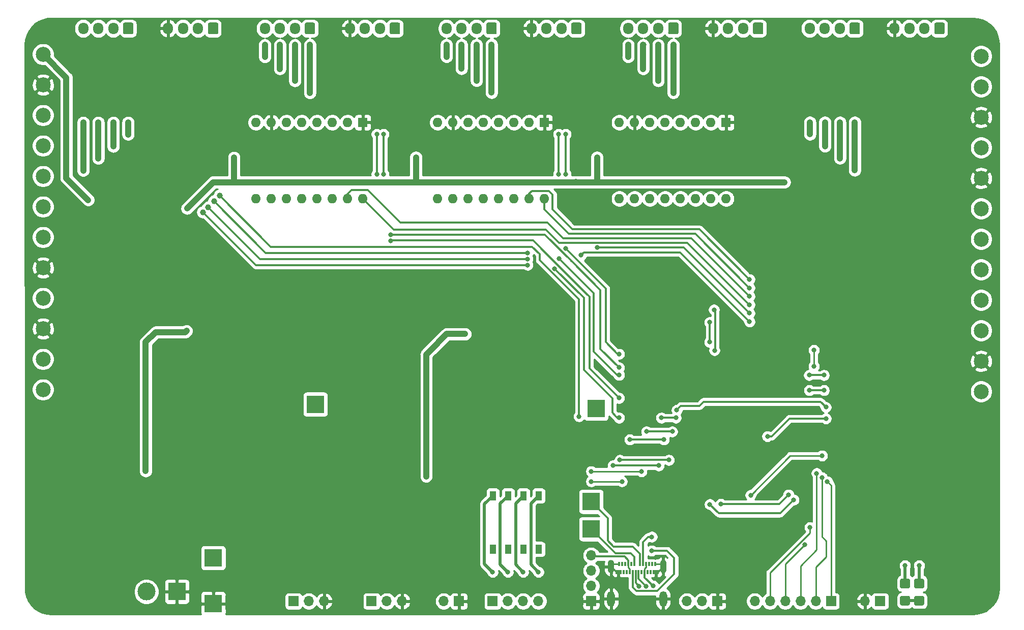
<source format=gbr>
%TF.GenerationSoftware,KiCad,Pcbnew,(5.1.9)-1*%
%TF.CreationDate,2021-09-09T23:56:45+02:00*%
%TF.ProjectId,Arm_Mainboard,41726d5f-4d61-4696-9e62-6f6172642e6b,rev?*%
%TF.SameCoordinates,Original*%
%TF.FileFunction,Copper,L2,Bot*%
%TF.FilePolarity,Positive*%
%FSLAX46Y46*%
G04 Gerber Fmt 4.6, Leading zero omitted, Abs format (unit mm)*
G04 Created by KiCad (PCBNEW (5.1.9)-1) date 2021-09-09 23:56:45*
%MOMM*%
%LPD*%
G01*
G04 APERTURE LIST*
%TA.AperFunction,ComponentPad*%
%ADD10O,1.600000X1.600000*%
%TD*%
%TA.AperFunction,ComponentPad*%
%ADD11R,1.600000X1.600000*%
%TD*%
%TA.AperFunction,SMDPad,CuDef*%
%ADD12R,0.300000X0.700000*%
%TD*%
%TA.AperFunction,SMDPad,CuDef*%
%ADD13R,1.000000X0.700000*%
%TD*%
%TA.AperFunction,ComponentPad*%
%ADD14O,1.100000X2.200000*%
%TD*%
%TA.AperFunction,ComponentPad*%
%ADD15O,1.300000X2.600000*%
%TD*%
%TA.AperFunction,ComponentPad*%
%ADD16O,1.700000X1.700000*%
%TD*%
%TA.AperFunction,ComponentPad*%
%ADD17R,1.700000X1.700000*%
%TD*%
%TA.AperFunction,ComponentPad*%
%ADD18R,3.000000X3.000000*%
%TD*%
%TA.AperFunction,ComponentPad*%
%ADD19C,3.000000*%
%TD*%
%TA.AperFunction,ComponentPad*%
%ADD20O,1.700000X1.950000*%
%TD*%
%TA.AperFunction,ComponentPad*%
%ADD21C,2.500000*%
%TD*%
%TA.AperFunction,SMDPad,CuDef*%
%ADD22R,1.100000X1.500000*%
%TD*%
%TA.AperFunction,ViaPad*%
%ADD23C,0.800000*%
%TD*%
%TA.AperFunction,ViaPad*%
%ADD24C,1.000000*%
%TD*%
%TA.AperFunction,Conductor*%
%ADD25C,0.250000*%
%TD*%
%TA.AperFunction,Conductor*%
%ADD26C,1.000000*%
%TD*%
%TA.AperFunction,Conductor*%
%ADD27C,0.300000*%
%TD*%
%TA.AperFunction,Conductor*%
%ADD28C,0.500000*%
%TD*%
%TA.AperFunction,Conductor*%
%ADD29C,0.254000*%
%TD*%
%TA.AperFunction,Conductor*%
%ADD30C,0.100000*%
%TD*%
G04 APERTURE END LIST*
D10*
%TO.P,A3,16*%
%TO.N,/DIR-NEMA11*%
X185443328Y-80720000D03*
%TO.P,A3,8*%
%TO.N,/RoboticArmActuators/V_MOT*%
X167663328Y-68020000D03*
%TO.P,A3,15*%
%TO.N,/STEP-NEMA11*%
X182903328Y-80720000D03*
%TO.P,A3,7*%
%TO.N,GND*%
X170203328Y-68020000D03*
%TO.P,A3,14*%
%TO.N,Net-(A3-Pad13)*%
X180363328Y-80720000D03*
%TO.P,A3,6*%
%TO.N,Net-(A3-Pad6)*%
X172743328Y-68020000D03*
%TO.P,A3,13*%
%TO.N,Net-(A3-Pad13)*%
X177823328Y-80720000D03*
%TO.P,A3,5*%
%TO.N,Net-(A3-Pad5)*%
X175283328Y-68020000D03*
%TO.P,A3,12*%
%TO.N,/RoboticArmActuators/MS3-NEMA11*%
X175283328Y-80720000D03*
%TO.P,A3,4*%
%TO.N,Net-(A3-Pad4)*%
X177823328Y-68020000D03*
%TO.P,A3,11*%
%TO.N,/RoboticArmActuators/MS2-NEMA11*%
X172743328Y-80720000D03*
%TO.P,A3,3*%
%TO.N,Net-(A3-Pad3)*%
X180363328Y-68020000D03*
%TO.P,A3,10*%
%TO.N,/RoboticArmActuators/MS1-NEMA11*%
X170203328Y-80720000D03*
%TO.P,A3,2*%
%TO.N,VDD5*%
X182903328Y-68020000D03*
%TO.P,A3,9*%
%TO.N,Net-(A3-Pad9)*%
X167663328Y-80720000D03*
D11*
%TO.P,A3,1*%
%TO.N,GND*%
X185443328Y-68020000D03*
%TD*%
%TO.P,A1,1*%
%TO.N,GND*%
X124967776Y-68020000D03*
D10*
%TO.P,A1,9*%
%TO.N,Net-(A1-Pad9)*%
X107187776Y-80720000D03*
%TO.P,A1,2*%
%TO.N,VDD5*%
X122427776Y-68020000D03*
%TO.P,A1,10*%
%TO.N,/RoboticArmActuators/MS1-NEMA14_1*%
X109727776Y-80720000D03*
%TO.P,A1,3*%
%TO.N,Net-(A1-Pad3)*%
X119887776Y-68020000D03*
%TO.P,A1,11*%
%TO.N,/RoboticArmActuators/MS2-NEMA14_1*%
X112267776Y-80720000D03*
%TO.P,A1,4*%
%TO.N,Net-(A1-Pad4)*%
X117347776Y-68020000D03*
%TO.P,A1,12*%
%TO.N,/RoboticArmActuators/MS3-NEMA14_1*%
X114807776Y-80720000D03*
%TO.P,A1,5*%
%TO.N,Net-(A1-Pad5)*%
X114807776Y-68020000D03*
%TO.P,A1,13*%
%TO.N,Net-(A1-Pad13)*%
X117347776Y-80720000D03*
%TO.P,A1,6*%
%TO.N,Net-(A1-Pad6)*%
X112267776Y-68020000D03*
%TO.P,A1,14*%
%TO.N,Net-(A1-Pad13)*%
X119887776Y-80720000D03*
%TO.P,A1,7*%
%TO.N,GND*%
X109727776Y-68020000D03*
%TO.P,A1,15*%
%TO.N,/STEP-NEMA14_1*%
X122427776Y-80720000D03*
%TO.P,A1,8*%
%TO.N,/RoboticArmActuators/V_MOT*%
X107187776Y-68020000D03*
%TO.P,A1,16*%
%TO.N,/DIR-NEMA14_1*%
X124967776Y-80720000D03*
%TD*%
%TO.P,A2,16*%
%TO.N,/DIR-NEMA14_2*%
X155205552Y-80720000D03*
%TO.P,A2,8*%
%TO.N,/RoboticArmActuators/V_MOT*%
X137425552Y-68020000D03*
%TO.P,A2,15*%
%TO.N,/STEP-NEMA14_2*%
X152665552Y-80720000D03*
%TO.P,A2,7*%
%TO.N,GND*%
X139965552Y-68020000D03*
%TO.P,A2,14*%
%TO.N,Net-(A2-Pad13)*%
X150125552Y-80720000D03*
%TO.P,A2,6*%
%TO.N,Net-(A2-Pad6)*%
X142505552Y-68020000D03*
%TO.P,A2,13*%
%TO.N,Net-(A2-Pad13)*%
X147585552Y-80720000D03*
%TO.P,A2,5*%
%TO.N,Net-(A2-Pad5)*%
X145045552Y-68020000D03*
%TO.P,A2,12*%
%TO.N,/RoboticArmActuators/MS3-NEMA14_2*%
X145045552Y-80720000D03*
%TO.P,A2,4*%
%TO.N,Net-(A2-Pad4)*%
X147585552Y-68020000D03*
%TO.P,A2,11*%
%TO.N,/RoboticArmActuators/MS2-NEMA14_2*%
X142505552Y-80720000D03*
%TO.P,A2,3*%
%TO.N,Net-(A2-Pad3)*%
X150125552Y-68020000D03*
%TO.P,A2,10*%
%TO.N,/RoboticArmActuators/MS1-NEMA14_2*%
X139965552Y-80720000D03*
%TO.P,A2,2*%
%TO.N,VDD5*%
X152665552Y-68020000D03*
%TO.P,A2,9*%
%TO.N,Net-(A2-Pad9)*%
X137425552Y-80720000D03*
D11*
%TO.P,A2,1*%
%TO.N,GND*%
X155205552Y-68020000D03*
%TD*%
D12*
%TO.P,USB ,A1*%
%TO.N,GND*%
X173626672Y-141630000D03*
%TO.P,USB ,A2*%
%TO.N,Net-(J1-PadA2)*%
X173126672Y-141630000D03*
%TO.P,USB ,A3*%
%TO.N,Net-(J1-PadA3)*%
X172626672Y-141630000D03*
%TO.P,USB ,A4*%
%TO.N,/Interfaces/V_BUS*%
X172126672Y-141630000D03*
%TO.P,USB ,A5*%
%TO.N,Net-(J1-PadA5)*%
X171626672Y-141630000D03*
%TO.P,USB ,A6*%
%TO.N,/Interfaces/D+*%
X171126672Y-141630000D03*
%TO.P,USB ,A7*%
%TO.N,/Interfaces/D-*%
X170126672Y-141630000D03*
%TO.P,USB ,A8*%
%TO.N,Net-(J1-PadA8)*%
X169626672Y-141630000D03*
%TO.P,USB ,A9*%
%TO.N,/Interfaces/V_BUS*%
X169126672Y-141630000D03*
%TO.P,USB ,A10*%
%TO.N,Net-(J1-PadA10)*%
X168626672Y-141630000D03*
%TO.P,USB ,A11*%
%TO.N,Net-(J1-PadA11)*%
X168126672Y-141630000D03*
%TO.P,USB ,A12*%
%TO.N,GND*%
X167626672Y-141630000D03*
D13*
%TO.P,USB ,B1*%
X167526672Y-142930000D03*
D12*
%TO.P,USB ,B2*%
%TO.N,Net-(J1-PadB2)*%
X168376672Y-142930000D03*
%TO.P,USB ,B3*%
%TO.N,Net-(J1-PadB3)*%
X168876672Y-142930000D03*
%TO.P,USB ,B4*%
%TO.N,/Interfaces/V_BUS*%
X169376672Y-142930000D03*
%TO.P,USB ,B5*%
%TO.N,Net-(J1-PadB5)*%
X169876672Y-142930000D03*
%TO.P,USB ,B6*%
%TO.N,/Interfaces/D+*%
X170376672Y-142930000D03*
%TO.P,USB ,B7*%
%TO.N,/Interfaces/D-*%
X170876672Y-142930000D03*
%TO.P,USB ,B8*%
%TO.N,Net-(J1-PadB8)*%
X171376672Y-142930000D03*
%TO.P,USB ,B9*%
%TO.N,/Interfaces/V_BUS*%
X171876672Y-142930000D03*
%TO.P,USB ,B10*%
%TO.N,Net-(J1-PadB10)*%
X172376672Y-142930000D03*
%TO.P,USB ,B11*%
%TO.N,Net-(J1-PadB11)*%
X172876672Y-142930000D03*
D13*
%TO.P,USB ,B12*%
%TO.N,GND*%
X173726672Y-142930000D03*
D14*
%TO.P,USB ,S1*%
X174946672Y-142040000D03*
%TO.P,USB ,S2*%
X166306672Y-142040000D03*
D15*
%TO.P,USB ,S3*%
X174946672Y-147400000D03*
%TO.P,USB ,S4*%
X166306672Y-147400000D03*
%TD*%
D16*
%TO.P,RST,2*%
%TO.N,GND*%
X208540000Y-147795000D03*
D17*
%TO.P,RST,1*%
%TO.N,Net-(C4-Pad1)*%
X211080000Y-147795000D03*
%TD*%
%TO.P,J7,1*%
%TO.N,GND*%
X140970000Y-147800000D03*
D16*
%TO.P,J7,2*%
%TO.N,/BOOT*%
X138430000Y-147800000D03*
%TD*%
D18*
%TO.P,J8,1*%
%TO.N,GND*%
X94030000Y-146210000D03*
D19*
%TO.P,J8,2*%
%TO.N,/RoboticArmPower/V_IN*%
X88950000Y-146210000D03*
%TD*%
D16*
%TO.P,J9,3*%
%TO.N,GND*%
X131510000Y-147800000D03*
%TO.P,J9,2*%
%TO.N,+12V*%
X128970000Y-147800000D03*
D17*
%TO.P,J9,1*%
%TO.N,/FAN1*%
X126430000Y-147800000D03*
%TD*%
%TO.P,J10,1*%
%TO.N,/FAN2*%
X113440000Y-147800000D03*
D16*
%TO.P,J10,2*%
%TO.N,+12V*%
X115980000Y-147800000D03*
%TO.P,J10,3*%
%TO.N,GND*%
X118520000Y-147800000D03*
%TD*%
%TO.P,J14,1*%
%TO.N,Net-(A1-Pad6)*%
%TA.AperFunction,ComponentPad*%
G36*
G01*
X117017776Y-51635000D02*
X117017776Y-53085000D01*
G75*
G02*
X116767776Y-53335000I-250000J0D01*
G01*
X115567776Y-53335000D01*
G75*
G02*
X115317776Y-53085000I0J250000D01*
G01*
X115317776Y-51635000D01*
G75*
G02*
X115567776Y-51385000I250000J0D01*
G01*
X116767776Y-51385000D01*
G75*
G02*
X117017776Y-51635000I0J-250000D01*
G01*
G37*
%TD.AperFunction*%
D20*
%TO.P,J14,2*%
%TO.N,Net-(A1-Pad5)*%
X113667776Y-52360000D03*
%TO.P,J14,3*%
%TO.N,Net-(A1-Pad4)*%
X111167776Y-52360000D03*
%TO.P,J14,4*%
%TO.N,Net-(A1-Pad3)*%
X108667776Y-52360000D03*
%TD*%
%TO.P,J16,4*%
%TO.N,Net-(J16-Pad4)*%
X199350000Y-52360000D03*
%TO.P,J16,3*%
%TO.N,Net-(J16-Pad3)*%
X201850000Y-52360000D03*
%TO.P,J16,2*%
%TO.N,Net-(J16-Pad2)*%
X204350000Y-52360000D03*
%TO.P,J16,1*%
%TO.N,Net-(J16-Pad1)*%
%TA.AperFunction,ComponentPad*%
G36*
G01*
X207700000Y-51635000D02*
X207700000Y-53085000D01*
G75*
G02*
X207450000Y-53335000I-250000J0D01*
G01*
X206250000Y-53335000D01*
G75*
G02*
X206000000Y-53085000I0J250000D01*
G01*
X206000000Y-51635000D01*
G75*
G02*
X206250000Y-51385000I250000J0D01*
G01*
X207450000Y-51385000D01*
G75*
G02*
X207700000Y-51635000I0J-250000D01*
G01*
G37*
%TD.AperFunction*%
%TD*%
%TO.P,AXIS1,1*%
%TO.N,Net-(J18-Pad1)*%
%TA.AperFunction,ComponentPad*%
G36*
G01*
X86780000Y-51635000D02*
X86780000Y-53085000D01*
G75*
G02*
X86530000Y-53335000I-250000J0D01*
G01*
X85330000Y-53335000D01*
G75*
G02*
X85080000Y-53085000I0J250000D01*
G01*
X85080000Y-51635000D01*
G75*
G02*
X85330000Y-51385000I250000J0D01*
G01*
X86530000Y-51385000D01*
G75*
G02*
X86780000Y-51635000I0J-250000D01*
G01*
G37*
%TD.AperFunction*%
%TO.P,AXIS1,2*%
%TO.N,Net-(J18-Pad2)*%
X83430000Y-52360000D03*
%TO.P,AXIS1,3*%
%TO.N,Net-(J18-Pad3)*%
X80930000Y-52360000D03*
%TO.P,AXIS1,4*%
%TO.N,Net-(J18-Pad4)*%
X78430000Y-52360000D03*
%TD*%
D21*
%TO.P,J19,12*%
%TO.N,+12V*%
X227890000Y-112869999D03*
%TO.P,J19,11*%
%TO.N,GND*%
X227890000Y-107789999D03*
%TO.P,J19,10*%
%TO.N,Net-(J16-Pad1)*%
X227890000Y-102709999D03*
%TO.P,J19,9*%
%TO.N,Net-(J16-Pad2)*%
X227890000Y-97629999D03*
%TO.P,J19,8*%
%TO.N,Net-(J16-Pad3)*%
X227890000Y-92549999D03*
%TO.P,J19,7*%
%TO.N,Net-(J16-Pad4)*%
X227890000Y-87469999D03*
%TO.P,J19,6*%
%TO.N,/STEP-NEMA23_2*%
X227890000Y-82389999D03*
%TO.P,J19,5*%
%TO.N,GND*%
X227890000Y-77309999D03*
%TO.P,J19,4*%
%TO.N,/DIR-NEMA23_2*%
X227890000Y-72229999D03*
%TO.P,J19,3*%
%TO.N,GND*%
X227890000Y-67149999D03*
%TO.P,J19,2*%
%TO.N,Net-(J19-Pad2)*%
X227890000Y-62069999D03*
%TO.P,J19,1*%
%TO.N,Net-(J19-Pad1)*%
X227890000Y-56989999D03*
%TD*%
%TO.P,J20,1*%
%TO.N,Net-(J20-Pad1)*%
X71750000Y-112550000D03*
%TO.P,J20,2*%
%TO.N,Net-(J20-Pad2)*%
X71750000Y-107470000D03*
%TO.P,J20,3*%
%TO.N,GND*%
X71750000Y-102390000D03*
%TO.P,J20,4*%
%TO.N,/DIR-NEMA23_1*%
X71750000Y-97310000D03*
%TO.P,J20,5*%
%TO.N,GND*%
X71750000Y-92230000D03*
%TO.P,J20,6*%
%TO.N,/STEP-NEMA23_1*%
X71750000Y-87150000D03*
%TO.P,J20,7*%
%TO.N,Net-(J18-Pad4)*%
X71750000Y-82070000D03*
%TO.P,J20,8*%
%TO.N,Net-(J18-Pad3)*%
X71750000Y-76990000D03*
%TO.P,J20,9*%
%TO.N,Net-(J18-Pad2)*%
X71750000Y-71910000D03*
%TO.P,J20,10*%
%TO.N,Net-(J18-Pad1)*%
X71750000Y-66830000D03*
%TO.P,J20,11*%
%TO.N,GND*%
X71750000Y-61750000D03*
%TO.P,J20,12*%
%TO.N,+12V*%
X71750000Y-56670000D03*
%TD*%
%TO.P,J22,1*%
%TO.N,Net-(A2-Pad6)*%
%TA.AperFunction,ComponentPad*%
G36*
G01*
X147255552Y-51635000D02*
X147255552Y-53085000D01*
G75*
G02*
X147005552Y-53335000I-250000J0D01*
G01*
X145805552Y-53335000D01*
G75*
G02*
X145555552Y-53085000I0J250000D01*
G01*
X145555552Y-51635000D01*
G75*
G02*
X145805552Y-51385000I250000J0D01*
G01*
X147005552Y-51385000D01*
G75*
G02*
X147255552Y-51635000I0J-250000D01*
G01*
G37*
%TD.AperFunction*%
D20*
%TO.P,J22,2*%
%TO.N,Net-(A2-Pad5)*%
X143905552Y-52360000D03*
%TO.P,J22,3*%
%TO.N,Net-(A2-Pad4)*%
X141405552Y-52360000D03*
%TO.P,J22,4*%
%TO.N,Net-(A2-Pad3)*%
X138905552Y-52360000D03*
%TD*%
%TO.P,J26,1*%
%TO.N,Net-(A3-Pad6)*%
%TA.AperFunction,ComponentPad*%
G36*
G01*
X177493328Y-51635000D02*
X177493328Y-53085000D01*
G75*
G02*
X177243328Y-53335000I-250000J0D01*
G01*
X176043328Y-53335000D01*
G75*
G02*
X175793328Y-53085000I0J250000D01*
G01*
X175793328Y-51635000D01*
G75*
G02*
X176043328Y-51385000I250000J0D01*
G01*
X177243328Y-51385000D01*
G75*
G02*
X177493328Y-51635000I0J-250000D01*
G01*
G37*
%TD.AperFunction*%
%TO.P,J26,2*%
%TO.N,Net-(A3-Pad5)*%
X174143328Y-52360000D03*
%TO.P,J26,3*%
%TO.N,Net-(A3-Pad4)*%
X171643328Y-52360000D03*
%TO.P,J26,4*%
%TO.N,Net-(A3-Pad3)*%
X169143328Y-52360000D03*
%TD*%
%TO.P,J27,4*%
%TO.N,GND*%
X92548888Y-52360000D03*
%TO.P,J27,3*%
%TO.N,Net-(J27-Pad3)*%
X95048888Y-52360000D03*
%TO.P,J27,2*%
%TO.N,Net-(J27-Pad2)*%
X97548888Y-52360000D03*
%TO.P,J27,1*%
%TO.N,VDD5*%
%TA.AperFunction,ComponentPad*%
G36*
G01*
X100898888Y-51635000D02*
X100898888Y-53085000D01*
G75*
G02*
X100648888Y-53335000I-250000J0D01*
G01*
X99448888Y-53335000D01*
G75*
G02*
X99198888Y-53085000I0J250000D01*
G01*
X99198888Y-51635000D01*
G75*
G02*
X99448888Y-51385000I250000J0D01*
G01*
X100648888Y-51385000D01*
G75*
G02*
X100898888Y-51635000I0J-250000D01*
G01*
G37*
%TD.AperFunction*%
%TD*%
%TO.P,J28,1*%
%TO.N,VDD5*%
%TA.AperFunction,ComponentPad*%
G36*
G01*
X221800000Y-51635000D02*
X221800000Y-53085000D01*
G75*
G02*
X221550000Y-53335000I-250000J0D01*
G01*
X220350000Y-53335000D01*
G75*
G02*
X220100000Y-53085000I0J250000D01*
G01*
X220100000Y-51635000D01*
G75*
G02*
X220350000Y-51385000I250000J0D01*
G01*
X221550000Y-51385000D01*
G75*
G02*
X221800000Y-51635000I0J-250000D01*
G01*
G37*
%TD.AperFunction*%
%TO.P,J28,2*%
%TO.N,Net-(J28-Pad2)*%
X218450000Y-52360000D03*
%TO.P,J28,3*%
%TO.N,Net-(J28-Pad3)*%
X215950000Y-52360000D03*
%TO.P,J28,4*%
%TO.N,GND*%
X213450000Y-52360000D03*
%TD*%
%TO.P,J29,4*%
%TO.N,GND*%
X122810000Y-52360000D03*
%TO.P,J29,3*%
%TO.N,Net-(J29-Pad3)*%
X125310000Y-52360000D03*
%TO.P,J29,2*%
%TO.N,Net-(J29-Pad2)*%
X127810000Y-52360000D03*
%TO.P,J29,1*%
%TO.N,VDD5*%
%TA.AperFunction,ComponentPad*%
G36*
G01*
X131160000Y-51635000D02*
X131160000Y-53085000D01*
G75*
G02*
X130910000Y-53335000I-250000J0D01*
G01*
X129710000Y-53335000D01*
G75*
G02*
X129460000Y-53085000I0J250000D01*
G01*
X129460000Y-51635000D01*
G75*
G02*
X129710000Y-51385000I250000J0D01*
G01*
X130910000Y-51385000D01*
G75*
G02*
X131160000Y-51635000I0J-250000D01*
G01*
G37*
%TD.AperFunction*%
%TD*%
%TO.P,J30,4*%
%TO.N,GND*%
X153024440Y-52360000D03*
%TO.P,J30,3*%
%TO.N,Net-(J30-Pad3)*%
X155524440Y-52360000D03*
%TO.P,J30,2*%
%TO.N,Net-(J30-Pad2)*%
X158024440Y-52360000D03*
%TO.P,J30,1*%
%TO.N,VDD5*%
%TA.AperFunction,ComponentPad*%
G36*
G01*
X161374440Y-51635000D02*
X161374440Y-53085000D01*
G75*
G02*
X161124440Y-53335000I-250000J0D01*
G01*
X159924440Y-53335000D01*
G75*
G02*
X159674440Y-53085000I0J250000D01*
G01*
X159674440Y-51635000D01*
G75*
G02*
X159924440Y-51385000I250000J0D01*
G01*
X161124440Y-51385000D01*
G75*
G02*
X161374440Y-51635000I0J-250000D01*
G01*
G37*
%TD.AperFunction*%
%TD*%
%TO.P,J31,4*%
%TO.N,GND*%
X183262216Y-52360000D03*
%TO.P,J31,3*%
%TO.N,Net-(J31-Pad3)*%
X185762216Y-52360000D03*
%TO.P,J31,2*%
%TO.N,Net-(J31-Pad2)*%
X188262216Y-52360000D03*
%TO.P,J31,1*%
%TO.N,VDD5*%
%TA.AperFunction,ComponentPad*%
G36*
G01*
X191612216Y-51635000D02*
X191612216Y-53085000D01*
G75*
G02*
X191362216Y-53335000I-250000J0D01*
G01*
X190162216Y-53335000D01*
G75*
G02*
X189912216Y-53085000I0J250000D01*
G01*
X189912216Y-51635000D01*
G75*
G02*
X190162216Y-51385000I250000J0D01*
G01*
X191362216Y-51385000D01*
G75*
G02*
X191612216Y-51635000I0J-250000D01*
G01*
G37*
%TD.AperFunction*%
%TD*%
D18*
%TO.P,D-,1*%
%TO.N,/Interfaces/D-*%
X162970000Y-135790000D03*
%TD*%
%TO.P,D+,1*%
%TO.N,/Interfaces/D+*%
X162970000Y-131210000D03*
%TD*%
%TO.P,GND,1*%
%TO.N,GND*%
X100080000Y-148215001D03*
%TD*%
%TO.P,12V,1*%
%TO.N,+12V*%
X100080000Y-140590000D03*
%TD*%
%TO.P,3.3V,1*%
%TO.N,VDD33*%
X163780000Y-115700000D03*
%TD*%
%TO.P,5V,1*%
%TO.N,VDD5*%
X117080000Y-114990000D03*
%TD*%
D17*
%TO.P,J2,1*%
%TO.N,Net-(J2-Pad1)*%
X146570000Y-147800000D03*
D16*
%TO.P,J2,2*%
%TO.N,Net-(J2-Pad2)*%
X149110000Y-147800000D03*
%TO.P,J2,3*%
%TO.N,Net-(J2-Pad3)*%
X151650000Y-147800000D03*
%TO.P,J2,4*%
%TO.N,Net-(J2-Pad4)*%
X154190000Y-147800000D03*
%TD*%
%TO.P,J4,4*%
%TO.N,/Interfaces/V_BUS*%
X162970000Y-140180000D03*
%TO.P,J4,3*%
%TO.N,/Interfaces/D-*%
X162970000Y-142720000D03*
%TO.P,J4,2*%
%TO.N,/Interfaces/D+*%
X162970000Y-145260000D03*
D17*
%TO.P,J4,1*%
%TO.N,GND*%
X162970000Y-147800000D03*
%TD*%
%TO.P,MCP2200_GPIO,1*%
%TO.N,Net-(J5-Pad1)*%
X202890000Y-147795000D03*
D16*
%TO.P,MCP2200_GPIO,2*%
%TO.N,Net-(J5-Pad2)*%
X200350000Y-147795000D03*
%TO.P,MCP2200_GPIO,3*%
%TO.N,Net-(J5-Pad3)*%
X197810000Y-147795000D03*
%TO.P,MCP2200_GPIO,4*%
%TO.N,Net-(J5-Pad4)*%
X195270000Y-147795000D03*
%TO.P,MCP2200_GPIO,5*%
%TO.N,Net-(J5-Pad5)*%
X192730000Y-147795000D03*
%TO.P,MCP2200_GPIO,6*%
%TO.N,Net-(J5-Pad6)*%
X190190000Y-147795000D03*
%TD*%
D17*
%TO.P,J6,1*%
%TO.N,GND*%
X183980000Y-147795000D03*
D16*
%TO.P,J6,2*%
%TO.N,/U_TX*%
X181440000Y-147795000D03*
%TO.P,J6,3*%
%TO.N,/U_RX*%
X178900000Y-147795000D03*
%TD*%
D22*
%TO.P,S4,1A*%
%TO.N,/MTDO*%
X146610000Y-130230000D03*
%TO.P,S4,1B*%
%TO.N,/E2B*%
X146610000Y-139130000D03*
%TO.P,S4,2A*%
%TO.N,/MTMS*%
X149150000Y-130230000D03*
%TO.P,S4,2B*%
%TO.N,/E2A*%
X149150000Y-139130000D03*
%TO.P,S4,3A*%
%TO.N,/MTCK*%
X151690000Y-130230000D03*
%TO.P,S4,3B*%
%TO.N,/E1B*%
X151690000Y-139130000D03*
%TO.P,S4,4A*%
%TO.N,/MTDI*%
X154230000Y-130230000D03*
%TO.P,S4,4B*%
%TO.N,/E1A*%
X154230000Y-139130000D03*
%TD*%
%TO.P,RX,1*%
%TO.N,Net-(D1-Pad1)*%
%TA.AperFunction,SMDPad,CuDef*%
G36*
G01*
X216995000Y-144075000D02*
X218145000Y-144075000D01*
G75*
G02*
X218395000Y-144325000I0J-250000D01*
G01*
X218395000Y-145425000D01*
G75*
G02*
X218145000Y-145675000I-250000J0D01*
G01*
X216995000Y-145675000D01*
G75*
G02*
X216745000Y-145425000I0J250000D01*
G01*
X216745000Y-144325000D01*
G75*
G02*
X216995000Y-144075000I250000J0D01*
G01*
G37*
%TD.AperFunction*%
%TO.P,RX,2*%
%TO.N,/Interfaces/V_BUS*%
%TA.AperFunction,SMDPad,CuDef*%
G36*
G01*
X216995000Y-146925000D02*
X218145000Y-146925000D01*
G75*
G02*
X218395000Y-147175000I0J-250000D01*
G01*
X218395000Y-148275000D01*
G75*
G02*
X218145000Y-148525000I-250000J0D01*
G01*
X216995000Y-148525000D01*
G75*
G02*
X216745000Y-148275000I0J250000D01*
G01*
X216745000Y-147175000D01*
G75*
G02*
X216995000Y-146925000I250000J0D01*
G01*
G37*
%TD.AperFunction*%
%TD*%
%TO.P,TX,2*%
%TO.N,/Interfaces/V_BUS*%
%TA.AperFunction,SMDPad,CuDef*%
G36*
G01*
X214635000Y-146915000D02*
X215785000Y-146915000D01*
G75*
G02*
X216035000Y-147165000I0J-250000D01*
G01*
X216035000Y-148265000D01*
G75*
G02*
X215785000Y-148515000I-250000J0D01*
G01*
X214635000Y-148515000D01*
G75*
G02*
X214385000Y-148265000I0J250000D01*
G01*
X214385000Y-147165000D01*
G75*
G02*
X214635000Y-146915000I250000J0D01*
G01*
G37*
%TD.AperFunction*%
%TO.P,TX,1*%
%TO.N,Net-(D2-Pad1)*%
%TA.AperFunction,SMDPad,CuDef*%
G36*
G01*
X214635000Y-144065000D02*
X215785000Y-144065000D01*
G75*
G02*
X216035000Y-144315000I0J-250000D01*
G01*
X216035000Y-145415000D01*
G75*
G02*
X215785000Y-145665000I-250000J0D01*
G01*
X214635000Y-145665000D01*
G75*
G02*
X214385000Y-145415000I0J250000D01*
G01*
X214385000Y-144315000D01*
G75*
G02*
X214635000Y-144065000I250000J0D01*
G01*
G37*
%TD.AperFunction*%
%TD*%
D23*
%TO.N,GND*%
X176670000Y-105250000D03*
X186810000Y-107540000D03*
X188310000Y-109040000D03*
X188310000Y-107540000D03*
X185310000Y-106040000D03*
X186810000Y-109040000D03*
X188310000Y-106040000D03*
X185310000Y-109040000D03*
X185310000Y-107540000D03*
X186810000Y-106040000D03*
X147500000Y-118580000D03*
X140000000Y-114080000D03*
X138500000Y-112580000D03*
X141500000Y-118580000D03*
X146000000Y-111080000D03*
X138500000Y-115580000D03*
X147500000Y-112580000D03*
X140000000Y-115580000D03*
X146000000Y-115580000D03*
X141500000Y-114080000D03*
X141500000Y-117080000D03*
X138500000Y-114080000D03*
X143000000Y-117080000D03*
X147500000Y-117080000D03*
X140000000Y-118580000D03*
X146000000Y-114080000D03*
X140000000Y-117080000D03*
X147500000Y-111080000D03*
X141500000Y-112580000D03*
X141500000Y-111080000D03*
X144500000Y-115580000D03*
X144500000Y-112580000D03*
X140000000Y-112580000D03*
X147500000Y-115580000D03*
X138500000Y-117080000D03*
X146000000Y-117080000D03*
X147500000Y-114080000D03*
X144500000Y-111080000D03*
X138500000Y-118580000D03*
X143000000Y-118580000D03*
X144500000Y-118580000D03*
X146000000Y-112580000D03*
X140000000Y-111080000D03*
X146000000Y-118580000D03*
X144500000Y-114080000D03*
X141500000Y-115580000D03*
X143000000Y-115580000D03*
X144500000Y-117080000D03*
X143000000Y-111080000D03*
X143000000Y-114080000D03*
X143000000Y-112580000D03*
X138500000Y-111080000D03*
X125920000Y-102080000D03*
X125920000Y-108430000D03*
X125890000Y-121260000D03*
X125860000Y-114920000D03*
X79180000Y-102100000D03*
X79180000Y-108450000D03*
X79180000Y-114720000D03*
X79180000Y-121080000D03*
X91790000Y-110180000D03*
X93290000Y-110180000D03*
X94790000Y-110180000D03*
X96290000Y-110180000D03*
X97790000Y-110180000D03*
X99290000Y-110180000D03*
X100790000Y-110180000D03*
X91790000Y-111680000D03*
X93290000Y-111680000D03*
X94790000Y-111680000D03*
X96290000Y-111680000D03*
X97790000Y-111680000D03*
X99290000Y-111680000D03*
X100790000Y-111680000D03*
X91790000Y-113180000D03*
X93290000Y-113180000D03*
X94790000Y-113180000D03*
X96290000Y-113180000D03*
X97790000Y-113180000D03*
X99290000Y-113180000D03*
X100790000Y-113180000D03*
X91790000Y-114680000D03*
X93290000Y-114680000D03*
X94790000Y-114680000D03*
X96290000Y-114680000D03*
X97790000Y-114680000D03*
X99290000Y-114680000D03*
X100790000Y-114680000D03*
X91790000Y-116180000D03*
X93290000Y-116180000D03*
X94790000Y-116180000D03*
X96290000Y-116180000D03*
X97790000Y-116180000D03*
X99290000Y-116180000D03*
X100790000Y-116180000D03*
X91790000Y-117680000D03*
X93290000Y-117680000D03*
X94790000Y-117680000D03*
X96290000Y-117680000D03*
X97790000Y-117680000D03*
X99290000Y-117680000D03*
X100790000Y-117680000D03*
X102500000Y-98780000D03*
X149250000Y-99380000D03*
X181020000Y-99940000D03*
X182130000Y-115880000D03*
X111550000Y-113380000D03*
X111560000Y-121030000D03*
X99530000Y-136120000D03*
X158370000Y-113980000D03*
X158380000Y-121500000D03*
X101480000Y-57850000D03*
X91130000Y-57850000D03*
X121400000Y-57850000D03*
X131740000Y-57850000D03*
X151560000Y-57850000D03*
X161960000Y-57850000D03*
X181830000Y-57850000D03*
X192230000Y-57850000D03*
X212000000Y-57850000D03*
X222470000Y-57850000D03*
X174380000Y-99092500D03*
X209710000Y-133850000D03*
X197480000Y-132270000D03*
X198070000Y-99980000D03*
D24*
%TO.N,Net-(A1-Pad3)*%
X108663328Y-57100000D03*
X108660000Y-55100000D03*
%TO.N,Net-(A1-Pad4)*%
X111170000Y-55100000D03*
X111163328Y-59100000D03*
%TO.N,Net-(A1-Pad5)*%
X113663328Y-61100000D03*
X113660000Y-55110000D03*
%TO.N,Net-(A1-Pad6)*%
X116163328Y-63100000D03*
X116170000Y-55080000D03*
D23*
%TO.N,/STEP-NEMA14_1*%
X189330000Y-97000000D03*
%TO.N,/DIR-NEMA14_1*%
X189330000Y-98400000D03*
D24*
%TO.N,Net-(A2-Pad3)*%
X138893328Y-57070000D03*
X138890000Y-55070000D03*
%TO.N,Net-(A2-Pad4)*%
X141400000Y-55070000D03*
X141393328Y-59070000D03*
%TO.N,Net-(A2-Pad5)*%
X143893328Y-61070000D03*
X143890000Y-55080000D03*
%TO.N,Net-(A2-Pad6)*%
X146393328Y-63070000D03*
X146400000Y-55050000D03*
D23*
%TO.N,/STEP-NEMA14_2*%
X189330000Y-94180000D03*
%TO.N,/DIR-NEMA14_2*%
X189330000Y-95590000D03*
%TO.N,/DIR-NEMA11*%
X182690000Y-101330000D03*
X182690000Y-104630000D03*
%TO.N,/STEP-NEMA11*%
X183430000Y-99230000D03*
X183500000Y-106000000D03*
D24*
%TO.N,Net-(A3-Pad6)*%
X176650000Y-55080000D03*
X176643328Y-63100000D03*
%TO.N,Net-(A3-Pad5)*%
X174140000Y-55110000D03*
X174143328Y-61100000D03*
%TO.N,Net-(A3-Pad4)*%
X171650000Y-55100000D03*
X171643328Y-59100000D03*
%TO.N,Net-(A3-Pad3)*%
X169140000Y-55100000D03*
X169143328Y-57100000D03*
D23*
%TO.N,/Interfaces/V_BUS*%
X215190000Y-147720000D03*
X173290000Y-145260000D03*
D24*
%TO.N,+12V*%
X103530000Y-73860000D03*
X133810000Y-73840000D03*
X163940000Y-73840000D03*
X195160000Y-77980000D03*
X79270000Y-80940000D03*
X95720000Y-82350000D03*
D23*
%TO.N,Net-(C16-Pad1)*%
X135530000Y-127020000D03*
X142000000Y-103270000D03*
%TO.N,Net-(C17-Pad1)*%
X88830000Y-126110000D03*
X95650000Y-102750000D03*
%TO.N,Net-(D1-Pad1)*%
X217570000Y-141870000D03*
%TO.N,Net-(D2-Pad1)*%
X215210000Y-141870000D03*
%TO.N,Net-(J1-PadA5)*%
X173070000Y-137080000D03*
%TO.N,/Interfaces/D+*%
X196680000Y-130910000D03*
X182720000Y-131670002D03*
X170920000Y-145300000D03*
%TO.N,/Interfaces/D-*%
X195830000Y-130080000D03*
X184580000Y-131630000D03*
X172110000Y-145300000D03*
%TO.N,Net-(J1-PadB5)*%
X173030000Y-139380000D03*
%TO.N,Net-(J5-Pad1)*%
X202280000Y-127870000D03*
%TO.N,Net-(J5-Pad2)*%
X201410000Y-127210000D03*
%TO.N,Net-(J5-Pad3)*%
X200510000Y-126494990D03*
%TO.N,Net-(J5-Pad4)*%
X198520000Y-138369998D03*
%TO.N,Net-(J5-Pad5)*%
X199390000Y-135510000D03*
%TO.N,/U_TX*%
X189520000Y-130130000D03*
X201400000Y-123550000D03*
%TO.N,/U_RX*%
X200040000Y-108670000D03*
X200050000Y-105970000D03*
%TO.N,/BOOT*%
X174210000Y-125200000D03*
X166600000Y-125200000D03*
%TO.N,/FAN1*%
X175910000Y-124270000D03*
X167740000Y-124270000D03*
%TO.N,/FAN2*%
X176480000Y-119540000D03*
X172180000Y-119540000D03*
D24*
%TO.N,Net-(J16-Pad1)*%
X206850000Y-68000000D03*
X206850000Y-76000000D03*
%TO.N,Net-(J16-Pad2)*%
X204381104Y-68000000D03*
X204381104Y-74000000D03*
%TO.N,Net-(J16-Pad3)*%
X201881104Y-68000000D03*
X201881104Y-72000000D03*
%TO.N,Net-(J16-Pad4)*%
X199381104Y-68000000D03*
X199381104Y-70000000D03*
%TO.N,Net-(J18-Pad4)*%
X78441104Y-68020000D03*
X78441104Y-76030000D03*
%TO.N,Net-(J18-Pad3)*%
X80940000Y-68020000D03*
X80940000Y-74020000D03*
%TO.N,Net-(J18-Pad2)*%
X83441104Y-68020000D03*
X83441104Y-72020000D03*
%TO.N,Net-(J18-Pad1)*%
X85910000Y-68020000D03*
X85910000Y-70020000D03*
D23*
%TO.N,/STEP-NEMA23_2*%
X201720000Y-110130000D03*
X199260000Y-110130000D03*
%TO.N,/DIR-NEMA23_2*%
X201720000Y-112660000D03*
X199300000Y-112660000D03*
%TO.N,/DIR-NEMA23_1*%
X152400000Y-91780000D03*
X189330000Y-99810000D03*
X163970000Y-88860000D03*
D24*
X98325000Y-82975000D03*
D23*
%TO.N,/STEP-NEMA23_1*%
X152400000Y-90768000D03*
X189330000Y-101220000D03*
X161300000Y-90130000D03*
D24*
X99240000Y-82180000D03*
D23*
%TO.N,/E1B*%
X151690000Y-139130000D03*
X162990000Y-127860000D03*
X168100000Y-127860000D03*
X175095000Y-120875000D03*
X160940000Y-117020000D03*
X169420000Y-120870000D03*
D24*
X101123952Y-80206048D03*
D23*
%TO.N,/E2A*%
X149150000Y-139130000D03*
X202040000Y-115480000D03*
X177220000Y-115960000D03*
%TO.N,/E2B*%
X146610000Y-139130000D03*
X162990000Y-126170000D03*
X171370000Y-126170000D03*
X202040000Y-117370000D03*
X192310000Y-120330000D03*
%TO.N,/E1A*%
X152400000Y-89756000D03*
X154230000Y-139130000D03*
X177070000Y-117240000D03*
X174660000Y-117240000D03*
X167620000Y-117240000D03*
X156860338Y-92369662D03*
D24*
X100205000Y-81165000D03*
D23*
%TO.N,/MTDO*%
X146570000Y-142950000D03*
%TO.N,/MTCK*%
X151650000Y-142950000D03*
%TO.N,/MTDI*%
X154190000Y-142950000D03*
%TO.N,/MTMS*%
X149110000Y-142950000D03*
%TO.N,/E3A*%
X167620000Y-113940000D03*
X127286653Y-76640000D03*
X127286653Y-69973347D03*
X129580000Y-87732000D03*
%TO.N,/E3B*%
X167620000Y-108870000D03*
X128420000Y-76640000D03*
X128420000Y-69973347D03*
X129580000Y-86720000D03*
%TO.N,/E4A*%
X167620000Y-110120000D03*
X157590000Y-90720000D03*
X157524430Y-69973347D03*
X157524430Y-76640000D03*
%TO.N,/E4B*%
X167620000Y-106610000D03*
X158750000Y-89050000D03*
X158750000Y-69973347D03*
X158750000Y-76640000D03*
%TD*%
D25*
%TO.N,GND*%
X174536672Y-141630000D02*
X174946672Y-142040000D01*
X173626672Y-141630000D02*
X174536672Y-141630000D01*
X167196672Y-142930000D02*
X166306672Y-142040000D01*
X167526672Y-142930000D02*
X167196672Y-142930000D01*
X166716672Y-141630000D02*
X166306672Y-142040000D01*
X167626672Y-141630000D02*
X166716672Y-141630000D01*
X174056672Y-142930000D02*
X174946672Y-142040000D01*
X173726672Y-142930000D02*
X174056672Y-142930000D01*
D26*
%TO.N,Net-(A1-Pad3)*%
X108663328Y-55100000D02*
X108663328Y-57100000D01*
%TO.N,Net-(A1-Pad4)*%
X111163328Y-55100000D02*
X111163328Y-59100000D01*
%TO.N,Net-(A1-Pad5)*%
X113663328Y-55100000D02*
X113663328Y-61100000D01*
%TO.N,Net-(A1-Pad6)*%
X116163328Y-55100000D02*
X116163328Y-63100000D01*
D27*
%TO.N,/STEP-NEMA14_1*%
X122427776Y-79982224D02*
X122427776Y-80720000D01*
X123100000Y-79310000D02*
X122427776Y-79982224D01*
X125830000Y-79310000D02*
X123100000Y-79310000D01*
X131240000Y-84720000D02*
X125830000Y-79310000D01*
X155710000Y-84720000D02*
X131240000Y-84720000D01*
X158330000Y-87340000D02*
X155710000Y-84720000D01*
X179670000Y-87340000D02*
X158330000Y-87340000D01*
X189330000Y-97000000D02*
X179670000Y-87340000D01*
%TO.N,/DIR-NEMA14_1*%
X130097776Y-85850000D02*
X124967776Y-80720000D01*
X155430000Y-85850000D02*
X130097776Y-85850000D01*
X157660000Y-88080000D02*
X155430000Y-85850000D01*
X179000000Y-88080000D02*
X157660000Y-88080000D01*
X189330000Y-98410000D02*
X179000000Y-88080000D01*
D26*
%TO.N,Net-(A2-Pad3)*%
X138893328Y-55070000D02*
X138893328Y-57070000D01*
%TO.N,Net-(A2-Pad4)*%
X141393328Y-55070000D02*
X141393328Y-59070000D01*
%TO.N,Net-(A2-Pad5)*%
X143893328Y-55070000D02*
X143893328Y-61070000D01*
%TO.N,Net-(A2-Pad6)*%
X146393328Y-55070000D02*
X146393328Y-63070000D01*
D27*
%TO.N,/STEP-NEMA14_2*%
X189290000Y-94180000D02*
X189290000Y-94180000D01*
X152665552Y-79914448D02*
X152665552Y-80720000D01*
X155970000Y-79440000D02*
X153140000Y-79440000D01*
X153140000Y-79440000D02*
X152665552Y-79914448D01*
X156570000Y-80040000D02*
X155970000Y-79440000D01*
X156570000Y-82530000D02*
X156570000Y-80040000D01*
X159860000Y-85820000D02*
X156570000Y-82530000D01*
X180970000Y-85820000D02*
X159860000Y-85820000D01*
X189330000Y-94180000D02*
X180970000Y-85820000D01*
%TO.N,/DIR-NEMA14_2*%
X180310000Y-86570000D02*
X189330000Y-95590000D01*
X159280000Y-86570000D02*
X180310000Y-86570000D01*
X155205552Y-82495552D02*
X159280000Y-86570000D01*
X155205552Y-80720000D02*
X155205552Y-82495552D01*
%TO.N,/DIR-NEMA11*%
X182690000Y-101330000D02*
X182690000Y-104230000D01*
X182690000Y-104230000D02*
X182690000Y-104630000D01*
X182690000Y-104630000D02*
X182690000Y-104550000D01*
%TO.N,/STEP-NEMA11*%
X183430000Y-99230000D02*
X183610000Y-99410000D01*
X183610000Y-99410000D02*
X183610000Y-105890000D01*
X183610000Y-105890000D02*
X183500000Y-106000000D01*
X183500000Y-106000000D02*
X183500000Y-106000000D01*
D26*
%TO.N,Net-(A3-Pad6)*%
X176643328Y-55100000D02*
X176643328Y-63100000D01*
X176643328Y-63100000D02*
X176643328Y-63100000D01*
%TO.N,Net-(A3-Pad5)*%
X174143328Y-55100000D02*
X174143328Y-61100000D01*
X174143328Y-61100000D02*
X174143328Y-61100000D01*
%TO.N,Net-(A3-Pad4)*%
X171643328Y-55100000D02*
X171643328Y-59100000D01*
X171643328Y-59100000D02*
X171643328Y-59100000D01*
%TO.N,Net-(A3-Pad3)*%
X169143328Y-55100000D02*
X169143328Y-57100000D01*
X169143328Y-57100000D02*
X169143328Y-57100000D01*
D28*
%TO.N,/Interfaces/V_BUS*%
X215220000Y-147725000D02*
X215210000Y-147715000D01*
X217570000Y-147725000D02*
X215220000Y-147725000D01*
D25*
X169126672Y-142215002D02*
X169126672Y-141630000D01*
X169376672Y-142465002D02*
X169126672Y-142215002D01*
X169376672Y-142930000D02*
X169376672Y-142465002D01*
X172126672Y-142215002D02*
X172126672Y-141630000D01*
D27*
X168516672Y-140370000D02*
X163160000Y-140370000D01*
X169126672Y-140980000D02*
X168516672Y-140370000D01*
X163160000Y-140370000D02*
X162970000Y-140180000D01*
X169126672Y-141630000D02*
X169126672Y-140980000D01*
D25*
X171876672Y-142344998D02*
X171876672Y-142930000D01*
X172006668Y-142215002D02*
X171876672Y-142344998D01*
X172126672Y-142215002D02*
X172006668Y-142215002D01*
X173290000Y-145260000D02*
X173290000Y-145260000D01*
D27*
X171876672Y-142930000D02*
X171876672Y-143846672D01*
X171876672Y-143846672D02*
X173290000Y-145260000D01*
D25*
X173290000Y-145260000D02*
X173290000Y-145260000D01*
D26*
%TO.N,+12V*%
X128180000Y-77980000D02*
X130360000Y-77980000D01*
X157530000Y-77980000D02*
X160390000Y-77980000D01*
X188040000Y-77980000D02*
X188040000Y-77980000D01*
X188040000Y-77980000D02*
X195160000Y-77980000D01*
X130360000Y-77980000D02*
X126840000Y-77980000D01*
X126840000Y-77980000D02*
X127940000Y-77980000D01*
X75630000Y-77300000D02*
X79270000Y-80940000D01*
X75630000Y-60550000D02*
X75630000Y-77300000D01*
X71750000Y-56670000D02*
X75630000Y-60550000D01*
X160400000Y-77970000D02*
X160390000Y-77980000D01*
X134080000Y-77980000D02*
X157530000Y-77980000D01*
X130360000Y-77980000D02*
X134080000Y-77980000D01*
X133800000Y-77700000D02*
X134080000Y-77980000D01*
X133800000Y-73850000D02*
X133800000Y-77700000D01*
X133810000Y-73840000D02*
X133800000Y-73850000D01*
X163940000Y-77790000D02*
X164130000Y-77980000D01*
X164130000Y-77980000D02*
X188040000Y-77980000D01*
X163940000Y-73840000D02*
X163940000Y-77790000D01*
X160390000Y-77980000D02*
X164130000Y-77980000D01*
X103530000Y-77700000D02*
X103250000Y-77980000D01*
X103530000Y-73860000D02*
X103530000Y-77700000D01*
X103250000Y-77980000D02*
X126840000Y-77980000D01*
X103250000Y-77980000D02*
X100090000Y-77980000D01*
X100090000Y-77980000D02*
X95720000Y-82350000D01*
X96510000Y-81530000D02*
X96510000Y-81560000D01*
X96510000Y-81560000D02*
X95720000Y-82350000D01*
%TO.N,Net-(C16-Pad1)*%
X135530000Y-127020000D02*
X135530000Y-106700000D01*
X135530000Y-106700000D02*
X136000000Y-106230000D01*
X138950000Y-103280000D02*
X142000000Y-103280000D01*
X136000000Y-106230000D02*
X138950000Y-103280000D01*
%TO.N,Net-(C17-Pad1)*%
X88830000Y-104640000D02*
X88830000Y-126110000D01*
X90500000Y-102970000D02*
X88830000Y-104640000D01*
X95410000Y-102970000D02*
X90500000Y-102970000D01*
X95630000Y-102750000D02*
X95410000Y-102970000D01*
X95650000Y-102750000D02*
X95630000Y-102750000D01*
D28*
%TO.N,Net-(D1-Pad1)*%
X217570000Y-141870000D02*
X217570000Y-144325000D01*
X217570000Y-141870000D02*
X217570000Y-144875000D01*
%TO.N,Net-(D2-Pad1)*%
X215210000Y-141870000D02*
X215210000Y-144325000D01*
X215210000Y-141870000D02*
X215210000Y-144865000D01*
D27*
%TO.N,Net-(J1-PadA5)*%
X173070000Y-137080000D02*
X172470000Y-137080000D01*
X171626672Y-137923328D02*
X171626672Y-141630000D01*
X172470000Y-137080000D02*
X171626672Y-137923328D01*
%TO.N,/Interfaces/D+*%
X170920000Y-145310000D02*
X170920000Y-145310000D01*
X184209998Y-133160000D02*
X182720000Y-131670002D01*
X194430000Y-133160000D02*
X184209998Y-133160000D01*
X196680000Y-130910000D02*
X194430000Y-133160000D01*
X165730000Y-133970000D02*
X162970000Y-131210000D01*
X166710000Y-138700000D02*
X165730000Y-137720000D01*
X165730000Y-137720000D02*
X165730000Y-133970000D01*
X169910000Y-138700000D02*
X166710000Y-138700000D01*
X171126672Y-139916672D02*
X169910000Y-138700000D01*
X171126672Y-141630000D02*
X171126672Y-139916672D01*
X170376672Y-142930000D02*
X170376672Y-144756672D01*
X170376672Y-144756672D02*
X170920000Y-145300000D01*
%TO.N,/Interfaces/D-*%
X172110000Y-145300000D02*
X172110000Y-145300000D01*
X195830000Y-130080000D02*
X194280000Y-131630000D01*
X194280000Y-131630000D02*
X184580000Y-131630000D01*
X184580000Y-131630000D02*
X184580000Y-131630000D01*
X167010000Y-139830000D02*
X162970000Y-135790000D01*
X169540000Y-139830000D02*
X167010000Y-139830000D01*
X170126672Y-140416672D02*
X169540000Y-139830000D01*
X170126672Y-141630000D02*
X170126672Y-140416672D01*
X170876672Y-142930000D02*
X170876672Y-144066672D01*
X170876672Y-144066672D02*
X172110000Y-145300000D01*
%TO.N,Net-(J1-PadB5)*%
X175620000Y-139380000D02*
X173030000Y-139380000D01*
X176800000Y-143330000D02*
X176800000Y-140560000D01*
X174010000Y-146120000D02*
X176800000Y-143330000D01*
X176800000Y-140560000D02*
X175620000Y-139380000D01*
X170510000Y-146120000D02*
X174010000Y-146120000D01*
X169876672Y-145486672D02*
X170510000Y-146120000D01*
X169876672Y-142930000D02*
X169876672Y-145486672D01*
D25*
%TO.N,Net-(J5-Pad1)*%
X202890000Y-138883002D02*
X202890000Y-147795000D01*
X202890000Y-128480000D02*
X202890000Y-138883002D01*
X202280000Y-127870000D02*
X202890000Y-128480000D01*
%TO.N,Net-(J5-Pad2)*%
X200350000Y-142130000D02*
X200350000Y-147795000D01*
X202105001Y-140374999D02*
X200350000Y-142130000D01*
X202105001Y-137751999D02*
X202105001Y-140374999D01*
X201410000Y-137056998D02*
X202105001Y-137751999D01*
X201410000Y-127210000D02*
X201410000Y-137056998D01*
%TO.N,Net-(J5-Pad3)*%
X197810000Y-141900000D02*
X197810000Y-147795000D01*
X200510000Y-139200000D02*
X197810000Y-141900000D01*
X200510000Y-126494990D02*
X200510000Y-139200000D01*
%TO.N,Net-(J5-Pad4)*%
X195270000Y-141619998D02*
X198520000Y-138369998D01*
X195270000Y-147795000D02*
X195270000Y-141619998D01*
%TO.N,Net-(J5-Pad5)*%
X199390000Y-136400000D02*
X199390000Y-135510000D01*
X192730000Y-143060000D02*
X199390000Y-136400000D01*
X192730000Y-147795000D02*
X192730000Y-143060000D01*
%TO.N,/U_TX*%
X189520000Y-130130000D02*
X189600000Y-129960000D01*
X196100000Y-123550000D02*
X201400000Y-123550000D01*
X189520000Y-130130000D02*
X196100000Y-123550000D01*
%TO.N,/U_RX*%
X200040000Y-108670000D02*
X200040000Y-105960000D01*
D27*
%TO.N,/BOOT*%
X174210000Y-125200000D02*
X166600000Y-125200000D01*
X166600000Y-125200000D02*
X166600000Y-125200000D01*
%TO.N,/FAN1*%
X175910000Y-124270000D02*
X167740000Y-124270000D01*
X167740000Y-124270000D02*
X167740000Y-124270000D01*
%TO.N,/FAN2*%
X176480000Y-119540000D02*
X172180000Y-119540000D01*
X172180000Y-119540000D02*
X172180000Y-119540000D01*
D26*
%TO.N,Net-(J16-Pad1)*%
X206850000Y-68000000D02*
X206850000Y-76000000D01*
X206850000Y-75000000D02*
X206850000Y-75000000D01*
X206850000Y-76000000D02*
X206850000Y-76000000D01*
%TO.N,Net-(J16-Pad2)*%
X204381104Y-72500000D02*
X204381104Y-72500000D01*
X204381104Y-68000000D02*
X204381104Y-74000000D01*
X204381104Y-74000000D02*
X204381104Y-74000000D01*
%TO.N,Net-(J16-Pad3)*%
X201881104Y-68000000D02*
X201881104Y-72000000D01*
X201881104Y-72000000D02*
X201881104Y-72000000D01*
%TO.N,Net-(J16-Pad4)*%
X199381104Y-68000000D02*
X199381104Y-70000000D01*
X199381104Y-70000000D02*
X199381104Y-70000000D01*
%TO.N,Net-(J18-Pad4)*%
X78441104Y-68030000D02*
X78441104Y-76030000D01*
X78441104Y-76030000D02*
X78441104Y-76030000D01*
%TO.N,Net-(J18-Pad3)*%
X80940000Y-68020000D02*
X80940000Y-74020000D01*
X80940000Y-74020000D02*
X80940000Y-74020000D01*
%TO.N,Net-(J18-Pad2)*%
X83441104Y-68020000D02*
X83441104Y-72020000D01*
X83441104Y-72020000D02*
X83441104Y-72020000D01*
%TO.N,Net-(J18-Pad1)*%
X85910000Y-68020000D02*
X85910000Y-70020000D01*
X85910000Y-70020000D02*
X85910000Y-70020000D01*
D27*
%TO.N,/STEP-NEMA23_2*%
X201720000Y-110130000D02*
X199260000Y-110130000D01*
X199260000Y-110130000D02*
X199260000Y-110130000D01*
%TO.N,/DIR-NEMA23_2*%
X201720000Y-112660000D02*
X199300000Y-112660000D01*
X199300000Y-112660000D02*
X199300000Y-112660000D01*
%TO.N,/DIR-NEMA23_1*%
X152400000Y-91780000D02*
X129580000Y-91780000D01*
X178400000Y-88880000D02*
X184480000Y-94960000D01*
X184480000Y-94960000D02*
X189330000Y-99810000D01*
X163990000Y-88880000D02*
X178400000Y-88880000D01*
X163970000Y-88860000D02*
X163990000Y-88880000D01*
X107130000Y-91780000D02*
X98325000Y-82975000D01*
X129560000Y-91780000D02*
X107130000Y-91780000D01*
%TO.N,/STEP-NEMA23_1*%
X177770000Y-89660000D02*
X189330000Y-101220000D01*
X161770000Y-89660000D02*
X177770000Y-89660000D01*
X161300000Y-90130000D02*
X161770000Y-89660000D01*
X152400000Y-90768000D02*
X129580000Y-90768000D01*
X99240000Y-82180000D02*
X107770000Y-90710000D01*
X107830000Y-90770000D02*
X130010000Y-90770000D01*
X107770000Y-90710000D02*
X107830000Y-90770000D01*
D25*
%TO.N,/E1B*%
X162990000Y-127860000D02*
X168100000Y-127860000D01*
X168100000Y-127860000D02*
X168100000Y-127860000D01*
D27*
X175095000Y-120875000D02*
X169420000Y-120870000D01*
X169420000Y-120870000D02*
X169425000Y-120875000D01*
X160940000Y-97510000D02*
X160940000Y-117020000D01*
X154405000Y-90975000D02*
X160940000Y-97510000D01*
X154405000Y-89965000D02*
X154405000Y-90975000D01*
X153170000Y-88730000D02*
X154405000Y-89965000D01*
X153156000Y-88744000D02*
X153170000Y-88730000D01*
X129580000Y-88744000D02*
X153156000Y-88744000D01*
X109661905Y-88744000D02*
X101123953Y-80206047D01*
X129580000Y-88744000D02*
X109661905Y-88744000D01*
%TO.N,/E2A*%
X177220000Y-115960000D02*
X177220000Y-115960000D01*
X177220000Y-115960000D02*
X177190000Y-115960000D01*
X181660000Y-114560000D02*
X180970000Y-115250000D01*
X201120000Y-114560000D02*
X181660000Y-114560000D01*
X202040000Y-115480000D02*
X201120000Y-114560000D01*
X180970000Y-115250000D02*
X177900000Y-115250000D01*
X177220000Y-115930000D02*
X177220000Y-115960000D01*
X177900000Y-115250000D02*
X177220000Y-115930000D01*
D25*
%TO.N,/E2B*%
X162990000Y-126170000D02*
X171370000Y-126170000D01*
X171370000Y-126170000D02*
X171360000Y-126170000D01*
D27*
X202040000Y-117370000D02*
X195980000Y-117370000D01*
X195980000Y-117370000D02*
X193020000Y-120330000D01*
X193020000Y-120330000D02*
X192310000Y-120330000D01*
X192310000Y-120330000D02*
X192310000Y-120330000D01*
%TO.N,/E1A*%
X177070000Y-117240000D02*
X174660000Y-117240000D01*
X174660000Y-117240000D02*
X174660000Y-117240000D01*
X167310000Y-117250000D02*
X167310000Y-117250000D01*
X167270000Y-117190000D02*
X167310000Y-117190000D01*
X167620000Y-117240000D02*
X167320000Y-117240000D01*
X167050000Y-116970000D02*
X167270000Y-117190000D01*
X167320000Y-117240000D02*
X167050000Y-116970000D01*
X161740000Y-109280002D02*
X161740000Y-97249324D01*
X167050000Y-116970000D02*
X166490000Y-116410000D01*
X161740000Y-97249324D02*
X156860338Y-92369662D01*
X166490000Y-114030002D02*
X161740000Y-109280002D01*
X166490000Y-116410000D02*
X166490000Y-114030002D01*
X108796000Y-89756000D02*
X100205000Y-81165000D01*
X129580000Y-89756000D02*
X108796000Y-89756000D01*
X152400000Y-89756000D02*
X129580000Y-89756000D01*
D28*
%TO.N,/MTDO*%
X146570000Y-142950000D02*
X145220000Y-141600000D01*
X145220000Y-131620000D02*
X146610000Y-130230000D01*
X145220000Y-141600000D02*
X145220000Y-131620000D01*
%TO.N,/MTCK*%
X151650000Y-142950000D02*
X150410000Y-141710000D01*
X150410000Y-131510000D02*
X151690000Y-130230000D01*
X150410000Y-141710000D02*
X150410000Y-131510000D01*
%TO.N,/MTDI*%
X154190000Y-142950000D02*
X152950000Y-141710000D01*
X152950000Y-131510000D02*
X154230000Y-130230000D01*
X152950000Y-141710000D02*
X152950000Y-131510000D01*
%TO.N,/MTMS*%
X149110000Y-142950000D02*
X147850000Y-141690000D01*
X147850000Y-131530000D02*
X149150000Y-130230000D01*
X147850000Y-141690000D02*
X147850000Y-131530000D01*
D27*
%TO.N,/E3A*%
X153300000Y-87680000D02*
X161130000Y-95510000D01*
X161130000Y-95510000D02*
X161140000Y-95510000D01*
X161140000Y-95510000D02*
X162610000Y-96980000D01*
X167510000Y-113940000D02*
X167510000Y-113940000D01*
X162720000Y-97090000D02*
X162610000Y-96980000D01*
X162710000Y-97090000D02*
X153300000Y-87680000D01*
X162720000Y-97090000D02*
X162710000Y-97090000D01*
X167005000Y-113325000D02*
X167620000Y-113940000D01*
X162720000Y-109040000D02*
X167005000Y-113325000D01*
X162720000Y-97090000D02*
X162720000Y-109040000D01*
X127286653Y-69973347D02*
X127286653Y-76683347D01*
X129550000Y-87680000D02*
X153300000Y-87680000D01*
%TO.N,/E3B*%
X159710000Y-91170000D02*
X159680000Y-91130000D01*
X155260000Y-86720000D02*
X159710000Y-91170000D01*
X153280000Y-86720000D02*
X155260000Y-86720000D01*
X164510000Y-95970000D02*
X159710000Y-91170000D01*
X164510000Y-105760000D02*
X164510000Y-95970000D01*
X167620000Y-108870000D02*
X164510000Y-105760000D01*
X128420000Y-70020000D02*
X128420000Y-76640000D01*
X129580000Y-86720000D02*
X153280000Y-86720000D01*
%TO.N,/E4A*%
X167520000Y-110120000D02*
X167540000Y-110190000D01*
X167270000Y-110120000D02*
X167520000Y-110120000D01*
X163380000Y-96510000D02*
X157590000Y-90720000D01*
X167270000Y-110120000D02*
X163380000Y-106230000D01*
X163380000Y-106230000D02*
X163380000Y-96510000D01*
X167620000Y-110120000D02*
X167270000Y-110120000D01*
X157524430Y-70135570D02*
X157524430Y-76705570D01*
%TO.N,/E4B*%
X167410000Y-106610000D02*
X167410000Y-106610000D01*
X165440000Y-95740000D02*
X158750000Y-89050000D01*
X165440000Y-104640000D02*
X165440000Y-95740000D01*
X167410000Y-106610000D02*
X165440000Y-104640000D01*
X167620000Y-106610000D02*
X167410000Y-106610000D01*
X158750000Y-70170000D02*
X158750000Y-76690000D01*
%TD*%
D29*
%TO.N,GND*%
X226501290Y-50660010D02*
X227297792Y-50729490D01*
X228040288Y-50931019D01*
X228735362Y-51260848D01*
X229361041Y-51708550D01*
X229897554Y-52259978D01*
X230327931Y-52897687D01*
X230638582Y-53601543D01*
X230820832Y-54354035D01*
X230870001Y-55014546D01*
X230869990Y-145611290D01*
X230800510Y-146407792D01*
X230598981Y-147150288D01*
X230269153Y-147845359D01*
X229821453Y-148471038D01*
X229270028Y-149007548D01*
X228632313Y-149437931D01*
X227928457Y-149748582D01*
X227175965Y-149930832D01*
X226515453Y-149980001D01*
X102158378Y-149979992D01*
X102169502Y-149959181D01*
X102205812Y-149839483D01*
X102218072Y-149715001D01*
X102215000Y-148500751D01*
X102056250Y-148342001D01*
X100207000Y-148342001D01*
X100207000Y-148362001D01*
X99953000Y-148362001D01*
X99953000Y-148342001D01*
X98103750Y-148342001D01*
X97945000Y-148500751D01*
X97941928Y-149715001D01*
X97954188Y-149839483D01*
X97990498Y-149959181D01*
X98001622Y-149979992D01*
X73148710Y-149979990D01*
X72352208Y-149910510D01*
X71609712Y-149708981D01*
X70914641Y-149379153D01*
X70288962Y-148931453D01*
X69752452Y-148380028D01*
X69322069Y-147742313D01*
X69011418Y-147038457D01*
X68829168Y-146285965D01*
X68807860Y-145999721D01*
X86815000Y-145999721D01*
X86815000Y-146420279D01*
X86897047Y-146832756D01*
X87057988Y-147221302D01*
X87291637Y-147570983D01*
X87589017Y-147868363D01*
X87938698Y-148102012D01*
X88327244Y-148262953D01*
X88739721Y-148345000D01*
X89160279Y-148345000D01*
X89572756Y-148262953D01*
X89961302Y-148102012D01*
X90310983Y-147868363D01*
X90469346Y-147710000D01*
X91891928Y-147710000D01*
X91904188Y-147834482D01*
X91940498Y-147954180D01*
X91999463Y-148064494D01*
X92078815Y-148161185D01*
X92175506Y-148240537D01*
X92285820Y-148299502D01*
X92405518Y-148335812D01*
X92530000Y-148348072D01*
X93744250Y-148345000D01*
X93903000Y-148186250D01*
X93903000Y-146337000D01*
X94157000Y-146337000D01*
X94157000Y-148186250D01*
X94315750Y-148345000D01*
X95530000Y-148348072D01*
X95654482Y-148335812D01*
X95774180Y-148299502D01*
X95884494Y-148240537D01*
X95981185Y-148161185D01*
X96060537Y-148064494D01*
X96119502Y-147954180D01*
X96155812Y-147834482D01*
X96168072Y-147710000D01*
X96165555Y-146715001D01*
X97941928Y-146715001D01*
X97945000Y-147929251D01*
X98103750Y-148088001D01*
X99953000Y-148088001D01*
X99953000Y-146238751D01*
X100207000Y-146238751D01*
X100207000Y-148088001D01*
X102056250Y-148088001D01*
X102215000Y-147929251D01*
X102217477Y-146950000D01*
X111951928Y-146950000D01*
X111951928Y-148650000D01*
X111964188Y-148774482D01*
X112000498Y-148894180D01*
X112059463Y-149004494D01*
X112138815Y-149101185D01*
X112235506Y-149180537D01*
X112345820Y-149239502D01*
X112465518Y-149275812D01*
X112590000Y-149288072D01*
X114290000Y-149288072D01*
X114414482Y-149275812D01*
X114534180Y-149239502D01*
X114644494Y-149180537D01*
X114741185Y-149101185D01*
X114820537Y-149004494D01*
X114879502Y-148894180D01*
X114901513Y-148821620D01*
X115033368Y-148953475D01*
X115276589Y-149115990D01*
X115546842Y-149227932D01*
X115833740Y-149285000D01*
X116126260Y-149285000D01*
X116413158Y-149227932D01*
X116683411Y-149115990D01*
X116926632Y-148953475D01*
X117133475Y-148746632D01*
X117255195Y-148564466D01*
X117324822Y-148681355D01*
X117519731Y-148897588D01*
X117753080Y-149071641D01*
X118015901Y-149196825D01*
X118163110Y-149241476D01*
X118393000Y-149120155D01*
X118393000Y-147927000D01*
X118647000Y-147927000D01*
X118647000Y-149120155D01*
X118876890Y-149241476D01*
X119024099Y-149196825D01*
X119286920Y-149071641D01*
X119520269Y-148897588D01*
X119715178Y-148681355D01*
X119864157Y-148431252D01*
X119961481Y-148156891D01*
X119840814Y-147927000D01*
X118647000Y-147927000D01*
X118393000Y-147927000D01*
X118373000Y-147927000D01*
X118373000Y-147673000D01*
X118393000Y-147673000D01*
X118393000Y-146479845D01*
X118647000Y-146479845D01*
X118647000Y-147673000D01*
X119840814Y-147673000D01*
X119961481Y-147443109D01*
X119864157Y-147168748D01*
X119733856Y-146950000D01*
X124941928Y-146950000D01*
X124941928Y-148650000D01*
X124954188Y-148774482D01*
X124990498Y-148894180D01*
X125049463Y-149004494D01*
X125128815Y-149101185D01*
X125225506Y-149180537D01*
X125335820Y-149239502D01*
X125455518Y-149275812D01*
X125580000Y-149288072D01*
X127280000Y-149288072D01*
X127404482Y-149275812D01*
X127524180Y-149239502D01*
X127634494Y-149180537D01*
X127731185Y-149101185D01*
X127810537Y-149004494D01*
X127869502Y-148894180D01*
X127891513Y-148821620D01*
X128023368Y-148953475D01*
X128266589Y-149115990D01*
X128536842Y-149227932D01*
X128823740Y-149285000D01*
X129116260Y-149285000D01*
X129403158Y-149227932D01*
X129673411Y-149115990D01*
X129916632Y-148953475D01*
X130123475Y-148746632D01*
X130245195Y-148564466D01*
X130314822Y-148681355D01*
X130509731Y-148897588D01*
X130743080Y-149071641D01*
X131005901Y-149196825D01*
X131153110Y-149241476D01*
X131383000Y-149120155D01*
X131383000Y-147927000D01*
X131637000Y-147927000D01*
X131637000Y-149120155D01*
X131866890Y-149241476D01*
X132014099Y-149196825D01*
X132276920Y-149071641D01*
X132510269Y-148897588D01*
X132705178Y-148681355D01*
X132854157Y-148431252D01*
X132951481Y-148156891D01*
X132830814Y-147927000D01*
X131637000Y-147927000D01*
X131383000Y-147927000D01*
X131363000Y-147927000D01*
X131363000Y-147673000D01*
X131383000Y-147673000D01*
X131383000Y-146479845D01*
X131637000Y-146479845D01*
X131637000Y-147673000D01*
X132830814Y-147673000D01*
X132840923Y-147653740D01*
X136945000Y-147653740D01*
X136945000Y-147946260D01*
X137002068Y-148233158D01*
X137114010Y-148503411D01*
X137276525Y-148746632D01*
X137483368Y-148953475D01*
X137726589Y-149115990D01*
X137996842Y-149227932D01*
X138283740Y-149285000D01*
X138576260Y-149285000D01*
X138863158Y-149227932D01*
X139133411Y-149115990D01*
X139376632Y-148953475D01*
X139508487Y-148821620D01*
X139530498Y-148894180D01*
X139589463Y-149004494D01*
X139668815Y-149101185D01*
X139765506Y-149180537D01*
X139875820Y-149239502D01*
X139995518Y-149275812D01*
X140120000Y-149288072D01*
X140684250Y-149285000D01*
X140843000Y-149126250D01*
X140843000Y-147927000D01*
X141097000Y-147927000D01*
X141097000Y-149126250D01*
X141255750Y-149285000D01*
X141820000Y-149288072D01*
X141944482Y-149275812D01*
X142064180Y-149239502D01*
X142174494Y-149180537D01*
X142271185Y-149101185D01*
X142350537Y-149004494D01*
X142409502Y-148894180D01*
X142445812Y-148774482D01*
X142458072Y-148650000D01*
X142455000Y-148085750D01*
X142296250Y-147927000D01*
X141097000Y-147927000D01*
X140843000Y-147927000D01*
X140823000Y-147927000D01*
X140823000Y-147673000D01*
X140843000Y-147673000D01*
X140843000Y-146473750D01*
X141097000Y-146473750D01*
X141097000Y-147673000D01*
X142296250Y-147673000D01*
X142455000Y-147514250D01*
X142458072Y-146950000D01*
X145081928Y-146950000D01*
X145081928Y-148650000D01*
X145094188Y-148774482D01*
X145130498Y-148894180D01*
X145189463Y-149004494D01*
X145268815Y-149101185D01*
X145365506Y-149180537D01*
X145475820Y-149239502D01*
X145595518Y-149275812D01*
X145720000Y-149288072D01*
X147420000Y-149288072D01*
X147544482Y-149275812D01*
X147664180Y-149239502D01*
X147774494Y-149180537D01*
X147871185Y-149101185D01*
X147950537Y-149004494D01*
X148009502Y-148894180D01*
X148031513Y-148821620D01*
X148163368Y-148953475D01*
X148406589Y-149115990D01*
X148676842Y-149227932D01*
X148963740Y-149285000D01*
X149256260Y-149285000D01*
X149543158Y-149227932D01*
X149813411Y-149115990D01*
X150056632Y-148953475D01*
X150263475Y-148746632D01*
X150380000Y-148572240D01*
X150496525Y-148746632D01*
X150703368Y-148953475D01*
X150946589Y-149115990D01*
X151216842Y-149227932D01*
X151503740Y-149285000D01*
X151796260Y-149285000D01*
X152083158Y-149227932D01*
X152353411Y-149115990D01*
X152596632Y-148953475D01*
X152803475Y-148746632D01*
X152920000Y-148572240D01*
X153036525Y-148746632D01*
X153243368Y-148953475D01*
X153486589Y-149115990D01*
X153756842Y-149227932D01*
X154043740Y-149285000D01*
X154336260Y-149285000D01*
X154623158Y-149227932D01*
X154893411Y-149115990D01*
X155136632Y-148953475D01*
X155343475Y-148746632D01*
X155408042Y-148650000D01*
X161481928Y-148650000D01*
X161494188Y-148774482D01*
X161530498Y-148894180D01*
X161589463Y-149004494D01*
X161668815Y-149101185D01*
X161765506Y-149180537D01*
X161875820Y-149239502D01*
X161995518Y-149275812D01*
X162120000Y-149288072D01*
X162684250Y-149285000D01*
X162843000Y-149126250D01*
X162843000Y-147927000D01*
X163097000Y-147927000D01*
X163097000Y-149126250D01*
X163255750Y-149285000D01*
X163820000Y-149288072D01*
X163944482Y-149275812D01*
X164064180Y-149239502D01*
X164174494Y-149180537D01*
X164271185Y-149101185D01*
X164350537Y-149004494D01*
X164409502Y-148894180D01*
X164445812Y-148774482D01*
X164458072Y-148650000D01*
X164455000Y-148085750D01*
X164296250Y-147927000D01*
X163097000Y-147927000D01*
X162843000Y-147927000D01*
X161643750Y-147927000D01*
X161485000Y-148085750D01*
X161481928Y-148650000D01*
X155408042Y-148650000D01*
X155505990Y-148503411D01*
X155617932Y-148233158D01*
X155675000Y-147946260D01*
X155675000Y-147653740D01*
X155617932Y-147366842D01*
X155505990Y-147096589D01*
X155343475Y-146853368D01*
X155136632Y-146646525D01*
X154893411Y-146484010D01*
X154623158Y-146372068D01*
X154336260Y-146315000D01*
X154043740Y-146315000D01*
X153756842Y-146372068D01*
X153486589Y-146484010D01*
X153243368Y-146646525D01*
X153036525Y-146853368D01*
X152920000Y-147027760D01*
X152803475Y-146853368D01*
X152596632Y-146646525D01*
X152353411Y-146484010D01*
X152083158Y-146372068D01*
X151796260Y-146315000D01*
X151503740Y-146315000D01*
X151216842Y-146372068D01*
X150946589Y-146484010D01*
X150703368Y-146646525D01*
X150496525Y-146853368D01*
X150380000Y-147027760D01*
X150263475Y-146853368D01*
X150056632Y-146646525D01*
X149813411Y-146484010D01*
X149543158Y-146372068D01*
X149256260Y-146315000D01*
X148963740Y-146315000D01*
X148676842Y-146372068D01*
X148406589Y-146484010D01*
X148163368Y-146646525D01*
X148031513Y-146778380D01*
X148009502Y-146705820D01*
X147950537Y-146595506D01*
X147871185Y-146498815D01*
X147774494Y-146419463D01*
X147664180Y-146360498D01*
X147544482Y-146324188D01*
X147420000Y-146311928D01*
X145720000Y-146311928D01*
X145595518Y-146324188D01*
X145475820Y-146360498D01*
X145365506Y-146419463D01*
X145268815Y-146498815D01*
X145189463Y-146595506D01*
X145130498Y-146705820D01*
X145094188Y-146825518D01*
X145081928Y-146950000D01*
X142458072Y-146950000D01*
X142445812Y-146825518D01*
X142409502Y-146705820D01*
X142350537Y-146595506D01*
X142271185Y-146498815D01*
X142174494Y-146419463D01*
X142064180Y-146360498D01*
X141944482Y-146324188D01*
X141820000Y-146311928D01*
X141255750Y-146315000D01*
X141097000Y-146473750D01*
X140843000Y-146473750D01*
X140684250Y-146315000D01*
X140120000Y-146311928D01*
X139995518Y-146324188D01*
X139875820Y-146360498D01*
X139765506Y-146419463D01*
X139668815Y-146498815D01*
X139589463Y-146595506D01*
X139530498Y-146705820D01*
X139508487Y-146778380D01*
X139376632Y-146646525D01*
X139133411Y-146484010D01*
X138863158Y-146372068D01*
X138576260Y-146315000D01*
X138283740Y-146315000D01*
X137996842Y-146372068D01*
X137726589Y-146484010D01*
X137483368Y-146646525D01*
X137276525Y-146853368D01*
X137114010Y-147096589D01*
X137002068Y-147366842D01*
X136945000Y-147653740D01*
X132840923Y-147653740D01*
X132951481Y-147443109D01*
X132854157Y-147168748D01*
X132705178Y-146918645D01*
X132510269Y-146702412D01*
X132276920Y-146528359D01*
X132014099Y-146403175D01*
X131866890Y-146358524D01*
X131637000Y-146479845D01*
X131383000Y-146479845D01*
X131153110Y-146358524D01*
X131005901Y-146403175D01*
X130743080Y-146528359D01*
X130509731Y-146702412D01*
X130314822Y-146918645D01*
X130245195Y-147035534D01*
X130123475Y-146853368D01*
X129916632Y-146646525D01*
X129673411Y-146484010D01*
X129403158Y-146372068D01*
X129116260Y-146315000D01*
X128823740Y-146315000D01*
X128536842Y-146372068D01*
X128266589Y-146484010D01*
X128023368Y-146646525D01*
X127891513Y-146778380D01*
X127869502Y-146705820D01*
X127810537Y-146595506D01*
X127731185Y-146498815D01*
X127634494Y-146419463D01*
X127524180Y-146360498D01*
X127404482Y-146324188D01*
X127280000Y-146311928D01*
X125580000Y-146311928D01*
X125455518Y-146324188D01*
X125335820Y-146360498D01*
X125225506Y-146419463D01*
X125128815Y-146498815D01*
X125049463Y-146595506D01*
X124990498Y-146705820D01*
X124954188Y-146825518D01*
X124941928Y-146950000D01*
X119733856Y-146950000D01*
X119715178Y-146918645D01*
X119520269Y-146702412D01*
X119286920Y-146528359D01*
X119024099Y-146403175D01*
X118876890Y-146358524D01*
X118647000Y-146479845D01*
X118393000Y-146479845D01*
X118163110Y-146358524D01*
X118015901Y-146403175D01*
X117753080Y-146528359D01*
X117519731Y-146702412D01*
X117324822Y-146918645D01*
X117255195Y-147035534D01*
X117133475Y-146853368D01*
X116926632Y-146646525D01*
X116683411Y-146484010D01*
X116413158Y-146372068D01*
X116126260Y-146315000D01*
X115833740Y-146315000D01*
X115546842Y-146372068D01*
X115276589Y-146484010D01*
X115033368Y-146646525D01*
X114901513Y-146778380D01*
X114879502Y-146705820D01*
X114820537Y-146595506D01*
X114741185Y-146498815D01*
X114644494Y-146419463D01*
X114534180Y-146360498D01*
X114414482Y-146324188D01*
X114290000Y-146311928D01*
X112590000Y-146311928D01*
X112465518Y-146324188D01*
X112345820Y-146360498D01*
X112235506Y-146419463D01*
X112138815Y-146498815D01*
X112059463Y-146595506D01*
X112000498Y-146705820D01*
X111964188Y-146825518D01*
X111951928Y-146950000D01*
X102217477Y-146950000D01*
X102218072Y-146715001D01*
X102205812Y-146590519D01*
X102169502Y-146470821D01*
X102110537Y-146360507D01*
X102031185Y-146263816D01*
X101934494Y-146184464D01*
X101824180Y-146125499D01*
X101704482Y-146089189D01*
X101580000Y-146076929D01*
X100365750Y-146080001D01*
X100207000Y-146238751D01*
X99953000Y-146238751D01*
X99794250Y-146080001D01*
X98580000Y-146076929D01*
X98455518Y-146089189D01*
X98335820Y-146125499D01*
X98225506Y-146184464D01*
X98128815Y-146263816D01*
X98049463Y-146360507D01*
X97990498Y-146470821D01*
X97954188Y-146590519D01*
X97941928Y-146715001D01*
X96165555Y-146715001D01*
X96165000Y-146495750D01*
X96006250Y-146337000D01*
X94157000Y-146337000D01*
X93903000Y-146337000D01*
X92053750Y-146337000D01*
X91895000Y-146495750D01*
X91891928Y-147710000D01*
X90469346Y-147710000D01*
X90608363Y-147570983D01*
X90842012Y-147221302D01*
X91002953Y-146832756D01*
X91085000Y-146420279D01*
X91085000Y-145999721D01*
X91002953Y-145587244D01*
X90842012Y-145198698D01*
X90608363Y-144849017D01*
X90469346Y-144710000D01*
X91891928Y-144710000D01*
X91895000Y-145924250D01*
X92053750Y-146083000D01*
X93903000Y-146083000D01*
X93903000Y-144233750D01*
X94157000Y-144233750D01*
X94157000Y-146083000D01*
X96006250Y-146083000D01*
X96165000Y-145924250D01*
X96168072Y-144710000D01*
X96155812Y-144585518D01*
X96119502Y-144465820D01*
X96060537Y-144355506D01*
X95981185Y-144258815D01*
X95884494Y-144179463D01*
X95774180Y-144120498D01*
X95654482Y-144084188D01*
X95530000Y-144071928D01*
X94315750Y-144075000D01*
X94157000Y-144233750D01*
X93903000Y-144233750D01*
X93744250Y-144075000D01*
X92530000Y-144071928D01*
X92405518Y-144084188D01*
X92285820Y-144120498D01*
X92175506Y-144179463D01*
X92078815Y-144258815D01*
X91999463Y-144355506D01*
X91940498Y-144465820D01*
X91904188Y-144585518D01*
X91891928Y-144710000D01*
X90469346Y-144710000D01*
X90310983Y-144551637D01*
X89961302Y-144317988D01*
X89572756Y-144157047D01*
X89160279Y-144075000D01*
X88739721Y-144075000D01*
X88327244Y-144157047D01*
X87938698Y-144317988D01*
X87589017Y-144551637D01*
X87291637Y-144849017D01*
X87057988Y-145198698D01*
X86897047Y-145587244D01*
X86815000Y-145999721D01*
X68807860Y-145999721D01*
X68779997Y-145625422D01*
X68779278Y-139090000D01*
X97941928Y-139090000D01*
X97941928Y-142090000D01*
X97954188Y-142214482D01*
X97990498Y-142334180D01*
X98049463Y-142444494D01*
X98128815Y-142541185D01*
X98225506Y-142620537D01*
X98335820Y-142679502D01*
X98455518Y-142715812D01*
X98580000Y-142728072D01*
X101580000Y-142728072D01*
X101704482Y-142715812D01*
X101824180Y-142679502D01*
X101934494Y-142620537D01*
X102031185Y-142541185D01*
X102110537Y-142444494D01*
X102169502Y-142334180D01*
X102205812Y-142214482D01*
X102218072Y-142090000D01*
X102218072Y-139090000D01*
X102205812Y-138965518D01*
X102169502Y-138845820D01*
X102110537Y-138735506D01*
X102031185Y-138638815D01*
X101934494Y-138559463D01*
X101824180Y-138500498D01*
X101704482Y-138464188D01*
X101580000Y-138451928D01*
X98580000Y-138451928D01*
X98455518Y-138464188D01*
X98335820Y-138500498D01*
X98225506Y-138559463D01*
X98128815Y-138638815D01*
X98049463Y-138735506D01*
X97990498Y-138845820D01*
X97954188Y-138965518D01*
X97941928Y-139090000D01*
X68779278Y-139090000D01*
X68778455Y-131620000D01*
X144330719Y-131620000D01*
X144335001Y-131663479D01*
X144335000Y-141556531D01*
X144330719Y-141600000D01*
X144335000Y-141643469D01*
X144335000Y-141643476D01*
X144347805Y-141773489D01*
X144398411Y-141940312D01*
X144480589Y-142094058D01*
X144591183Y-142228817D01*
X144624956Y-142256534D01*
X145563465Y-143195044D01*
X145574774Y-143251898D01*
X145652795Y-143440256D01*
X145766063Y-143609774D01*
X145910226Y-143753937D01*
X146079744Y-143867205D01*
X146268102Y-143945226D01*
X146468061Y-143985000D01*
X146671939Y-143985000D01*
X146871898Y-143945226D01*
X147060256Y-143867205D01*
X147229774Y-143753937D01*
X147373937Y-143609774D01*
X147487205Y-143440256D01*
X147565226Y-143251898D01*
X147605000Y-143051939D01*
X147605000Y-142848061D01*
X147567387Y-142658965D01*
X148103465Y-143195044D01*
X148114774Y-143251898D01*
X148192795Y-143440256D01*
X148306063Y-143609774D01*
X148450226Y-143753937D01*
X148619744Y-143867205D01*
X148808102Y-143945226D01*
X149008061Y-143985000D01*
X149211939Y-143985000D01*
X149411898Y-143945226D01*
X149600256Y-143867205D01*
X149769774Y-143753937D01*
X149913937Y-143609774D01*
X150027205Y-143440256D01*
X150105226Y-143251898D01*
X150145000Y-143051939D01*
X150145000Y-142848061D01*
X150107387Y-142658965D01*
X150643465Y-143195044D01*
X150654774Y-143251898D01*
X150732795Y-143440256D01*
X150846063Y-143609774D01*
X150990226Y-143753937D01*
X151159744Y-143867205D01*
X151348102Y-143945226D01*
X151548061Y-143985000D01*
X151751939Y-143985000D01*
X151951898Y-143945226D01*
X152140256Y-143867205D01*
X152309774Y-143753937D01*
X152453937Y-143609774D01*
X152567205Y-143440256D01*
X152645226Y-143251898D01*
X152685000Y-143051939D01*
X152685000Y-142848061D01*
X152647387Y-142658965D01*
X153183465Y-143195044D01*
X153194774Y-143251898D01*
X153272795Y-143440256D01*
X153386063Y-143609774D01*
X153530226Y-143753937D01*
X153699744Y-143867205D01*
X153888102Y-143945226D01*
X154088061Y-143985000D01*
X154291939Y-143985000D01*
X154491898Y-143945226D01*
X154680256Y-143867205D01*
X154849774Y-143753937D01*
X154993937Y-143609774D01*
X155107205Y-143440256D01*
X155185226Y-143251898D01*
X155225000Y-143051939D01*
X155225000Y-142848061D01*
X155185226Y-142648102D01*
X155107205Y-142459744D01*
X154993937Y-142290226D01*
X154849774Y-142146063D01*
X154680256Y-142032795D01*
X154491898Y-141954774D01*
X154435044Y-141943465D01*
X153835000Y-141343422D01*
X153835000Y-140518072D01*
X154780000Y-140518072D01*
X154904482Y-140505812D01*
X155024180Y-140469502D01*
X155134494Y-140410537D01*
X155231185Y-140331185D01*
X155310537Y-140234494D01*
X155369502Y-140124180D01*
X155405812Y-140004482D01*
X155418072Y-139880000D01*
X155418072Y-138380000D01*
X155405812Y-138255518D01*
X155369502Y-138135820D01*
X155310537Y-138025506D01*
X155231185Y-137928815D01*
X155134494Y-137849463D01*
X155024180Y-137790498D01*
X154904482Y-137754188D01*
X154780000Y-137741928D01*
X153835000Y-137741928D01*
X153835000Y-131876578D01*
X154093506Y-131618072D01*
X154780000Y-131618072D01*
X154904482Y-131605812D01*
X155024180Y-131569502D01*
X155134494Y-131510537D01*
X155231185Y-131431185D01*
X155310537Y-131334494D01*
X155369502Y-131224180D01*
X155405812Y-131104482D01*
X155418072Y-130980000D01*
X155418072Y-129710000D01*
X160831928Y-129710000D01*
X160831928Y-132710000D01*
X160844188Y-132834482D01*
X160880498Y-132954180D01*
X160939463Y-133064494D01*
X161018815Y-133161185D01*
X161115506Y-133240537D01*
X161225820Y-133299502D01*
X161345518Y-133335812D01*
X161470000Y-133348072D01*
X163997914Y-133348072D01*
X164301770Y-133651928D01*
X161470000Y-133651928D01*
X161345518Y-133664188D01*
X161225820Y-133700498D01*
X161115506Y-133759463D01*
X161018815Y-133838815D01*
X160939463Y-133935506D01*
X160880498Y-134045820D01*
X160844188Y-134165518D01*
X160831928Y-134290000D01*
X160831928Y-137290000D01*
X160844188Y-137414482D01*
X160880498Y-137534180D01*
X160939463Y-137644494D01*
X161018815Y-137741185D01*
X161115506Y-137820537D01*
X161225820Y-137879502D01*
X161345518Y-137915812D01*
X161470000Y-137928072D01*
X163997915Y-137928072D01*
X165654843Y-139585000D01*
X164330895Y-139585000D01*
X164285990Y-139476589D01*
X164123475Y-139233368D01*
X163916632Y-139026525D01*
X163673411Y-138864010D01*
X163403158Y-138752068D01*
X163116260Y-138695000D01*
X162823740Y-138695000D01*
X162536842Y-138752068D01*
X162266589Y-138864010D01*
X162023368Y-139026525D01*
X161816525Y-139233368D01*
X161654010Y-139476589D01*
X161542068Y-139746842D01*
X161485000Y-140033740D01*
X161485000Y-140326260D01*
X161542068Y-140613158D01*
X161654010Y-140883411D01*
X161816525Y-141126632D01*
X162023368Y-141333475D01*
X162197760Y-141450000D01*
X162023368Y-141566525D01*
X161816525Y-141773368D01*
X161654010Y-142016589D01*
X161542068Y-142286842D01*
X161485000Y-142573740D01*
X161485000Y-142866260D01*
X161542068Y-143153158D01*
X161654010Y-143423411D01*
X161816525Y-143666632D01*
X162023368Y-143873475D01*
X162197760Y-143990000D01*
X162023368Y-144106525D01*
X161816525Y-144313368D01*
X161654010Y-144556589D01*
X161542068Y-144826842D01*
X161485000Y-145113740D01*
X161485000Y-145406260D01*
X161542068Y-145693158D01*
X161654010Y-145963411D01*
X161816525Y-146206632D01*
X161948380Y-146338487D01*
X161875820Y-146360498D01*
X161765506Y-146419463D01*
X161668815Y-146498815D01*
X161589463Y-146595506D01*
X161530498Y-146705820D01*
X161494188Y-146825518D01*
X161481928Y-146950000D01*
X161485000Y-147514250D01*
X161643750Y-147673000D01*
X162843000Y-147673000D01*
X162843000Y-147653000D01*
X163097000Y-147653000D01*
X163097000Y-147673000D01*
X164296250Y-147673000D01*
X164442250Y-147527000D01*
X165021672Y-147527000D01*
X165021672Y-148177000D01*
X165071139Y-148425251D01*
X165168087Y-148659081D01*
X165308790Y-148869505D01*
X165487842Y-149048436D01*
X165698361Y-149188997D01*
X165932257Y-149285787D01*
X165981201Y-149293099D01*
X166179672Y-149169067D01*
X166179672Y-147527000D01*
X166433672Y-147527000D01*
X166433672Y-149169067D01*
X166632143Y-149293099D01*
X166681087Y-149285787D01*
X166914983Y-149188997D01*
X167125502Y-149048436D01*
X167304554Y-148869505D01*
X167445257Y-148659081D01*
X167542205Y-148425251D01*
X167591672Y-148177000D01*
X167591672Y-147527000D01*
X173661672Y-147527000D01*
X173661672Y-148177000D01*
X173711139Y-148425251D01*
X173808087Y-148659081D01*
X173948790Y-148869505D01*
X174127842Y-149048436D01*
X174338361Y-149188997D01*
X174572257Y-149285787D01*
X174621201Y-149293099D01*
X174819672Y-149169067D01*
X174819672Y-147527000D01*
X175073672Y-147527000D01*
X175073672Y-149169067D01*
X175272143Y-149293099D01*
X175321087Y-149285787D01*
X175554983Y-149188997D01*
X175765502Y-149048436D01*
X175944554Y-148869505D01*
X176085257Y-148659081D01*
X176182205Y-148425251D01*
X176231672Y-148177000D01*
X176231672Y-147648740D01*
X177415000Y-147648740D01*
X177415000Y-147941260D01*
X177472068Y-148228158D01*
X177584010Y-148498411D01*
X177746525Y-148741632D01*
X177953368Y-148948475D01*
X178196589Y-149110990D01*
X178466842Y-149222932D01*
X178753740Y-149280000D01*
X179046260Y-149280000D01*
X179333158Y-149222932D01*
X179603411Y-149110990D01*
X179846632Y-148948475D01*
X180053475Y-148741632D01*
X180170000Y-148567240D01*
X180286525Y-148741632D01*
X180493368Y-148948475D01*
X180736589Y-149110990D01*
X181006842Y-149222932D01*
X181293740Y-149280000D01*
X181586260Y-149280000D01*
X181873158Y-149222932D01*
X182143411Y-149110990D01*
X182386632Y-148948475D01*
X182518487Y-148816620D01*
X182540498Y-148889180D01*
X182599463Y-148999494D01*
X182678815Y-149096185D01*
X182775506Y-149175537D01*
X182885820Y-149234502D01*
X183005518Y-149270812D01*
X183130000Y-149283072D01*
X183694250Y-149280000D01*
X183853000Y-149121250D01*
X183853000Y-147922000D01*
X184107000Y-147922000D01*
X184107000Y-149121250D01*
X184265750Y-149280000D01*
X184830000Y-149283072D01*
X184954482Y-149270812D01*
X185074180Y-149234502D01*
X185184494Y-149175537D01*
X185281185Y-149096185D01*
X185360537Y-148999494D01*
X185419502Y-148889180D01*
X185455812Y-148769482D01*
X185468072Y-148645000D01*
X185465000Y-148080750D01*
X185306250Y-147922000D01*
X184107000Y-147922000D01*
X183853000Y-147922000D01*
X183833000Y-147922000D01*
X183833000Y-147668000D01*
X183853000Y-147668000D01*
X183853000Y-146468750D01*
X184107000Y-146468750D01*
X184107000Y-147668000D01*
X185306250Y-147668000D01*
X185325510Y-147648740D01*
X188705000Y-147648740D01*
X188705000Y-147941260D01*
X188762068Y-148228158D01*
X188874010Y-148498411D01*
X189036525Y-148741632D01*
X189243368Y-148948475D01*
X189486589Y-149110990D01*
X189756842Y-149222932D01*
X190043740Y-149280000D01*
X190336260Y-149280000D01*
X190623158Y-149222932D01*
X190893411Y-149110990D01*
X191136632Y-148948475D01*
X191343475Y-148741632D01*
X191460000Y-148567240D01*
X191576525Y-148741632D01*
X191783368Y-148948475D01*
X192026589Y-149110990D01*
X192296842Y-149222932D01*
X192583740Y-149280000D01*
X192876260Y-149280000D01*
X193163158Y-149222932D01*
X193433411Y-149110990D01*
X193676632Y-148948475D01*
X193883475Y-148741632D01*
X194000000Y-148567240D01*
X194116525Y-148741632D01*
X194323368Y-148948475D01*
X194566589Y-149110990D01*
X194836842Y-149222932D01*
X195123740Y-149280000D01*
X195416260Y-149280000D01*
X195703158Y-149222932D01*
X195973411Y-149110990D01*
X196216632Y-148948475D01*
X196423475Y-148741632D01*
X196540000Y-148567240D01*
X196656525Y-148741632D01*
X196863368Y-148948475D01*
X197106589Y-149110990D01*
X197376842Y-149222932D01*
X197663740Y-149280000D01*
X197956260Y-149280000D01*
X198243158Y-149222932D01*
X198513411Y-149110990D01*
X198756632Y-148948475D01*
X198963475Y-148741632D01*
X199080000Y-148567240D01*
X199196525Y-148741632D01*
X199403368Y-148948475D01*
X199646589Y-149110990D01*
X199916842Y-149222932D01*
X200203740Y-149280000D01*
X200496260Y-149280000D01*
X200783158Y-149222932D01*
X201053411Y-149110990D01*
X201296632Y-148948475D01*
X201428487Y-148816620D01*
X201450498Y-148889180D01*
X201509463Y-148999494D01*
X201588815Y-149096185D01*
X201685506Y-149175537D01*
X201795820Y-149234502D01*
X201915518Y-149270812D01*
X202040000Y-149283072D01*
X203740000Y-149283072D01*
X203864482Y-149270812D01*
X203984180Y-149234502D01*
X204094494Y-149175537D01*
X204191185Y-149096185D01*
X204270537Y-148999494D01*
X204329502Y-148889180D01*
X204365812Y-148769482D01*
X204378072Y-148645000D01*
X204378072Y-148151891D01*
X207098519Y-148151891D01*
X207195843Y-148426252D01*
X207344822Y-148676355D01*
X207539731Y-148892588D01*
X207773080Y-149066641D01*
X208035901Y-149191825D01*
X208183110Y-149236476D01*
X208413000Y-149115155D01*
X208413000Y-147922000D01*
X207219186Y-147922000D01*
X207098519Y-148151891D01*
X204378072Y-148151891D01*
X204378072Y-147438109D01*
X207098519Y-147438109D01*
X207219186Y-147668000D01*
X208413000Y-147668000D01*
X208413000Y-146474845D01*
X208667000Y-146474845D01*
X208667000Y-147668000D01*
X208687000Y-147668000D01*
X208687000Y-147922000D01*
X208667000Y-147922000D01*
X208667000Y-149115155D01*
X208896890Y-149236476D01*
X209044099Y-149191825D01*
X209306920Y-149066641D01*
X209540269Y-148892588D01*
X209616034Y-148808534D01*
X209640498Y-148889180D01*
X209699463Y-148999494D01*
X209778815Y-149096185D01*
X209875506Y-149175537D01*
X209985820Y-149234502D01*
X210105518Y-149270812D01*
X210230000Y-149283072D01*
X211930000Y-149283072D01*
X212054482Y-149270812D01*
X212174180Y-149234502D01*
X212284494Y-149175537D01*
X212381185Y-149096185D01*
X212460537Y-148999494D01*
X212519502Y-148889180D01*
X212555812Y-148769482D01*
X212568072Y-148645000D01*
X212568072Y-146945000D01*
X212555812Y-146820518D01*
X212519502Y-146700820D01*
X212460537Y-146590506D01*
X212381185Y-146493815D01*
X212284494Y-146414463D01*
X212174180Y-146355498D01*
X212054482Y-146319188D01*
X211930000Y-146306928D01*
X210230000Y-146306928D01*
X210105518Y-146319188D01*
X209985820Y-146355498D01*
X209875506Y-146414463D01*
X209778815Y-146493815D01*
X209699463Y-146590506D01*
X209640498Y-146700820D01*
X209616034Y-146781466D01*
X209540269Y-146697412D01*
X209306920Y-146523359D01*
X209044099Y-146398175D01*
X208896890Y-146353524D01*
X208667000Y-146474845D01*
X208413000Y-146474845D01*
X208183110Y-146353524D01*
X208035901Y-146398175D01*
X207773080Y-146523359D01*
X207539731Y-146697412D01*
X207344822Y-146913645D01*
X207195843Y-147163748D01*
X207098519Y-147438109D01*
X204378072Y-147438109D01*
X204378072Y-146945000D01*
X204365812Y-146820518D01*
X204329502Y-146700820D01*
X204270537Y-146590506D01*
X204191185Y-146493815D01*
X204094494Y-146414463D01*
X203984180Y-146355498D01*
X203864482Y-146319188D01*
X203740000Y-146306928D01*
X203650000Y-146306928D01*
X203650000Y-144315000D01*
X213746928Y-144315000D01*
X213746928Y-145415000D01*
X213763992Y-145588254D01*
X213814528Y-145754850D01*
X213896595Y-145908386D01*
X214007038Y-146042962D01*
X214141614Y-146153405D01*
X214295150Y-146235472D01*
X214461746Y-146286008D01*
X214502278Y-146290000D01*
X214461746Y-146293992D01*
X214295150Y-146344528D01*
X214141614Y-146426595D01*
X214007038Y-146537038D01*
X213896595Y-146671614D01*
X213814528Y-146825150D01*
X213763992Y-146991746D01*
X213746928Y-147165000D01*
X213746928Y-148265000D01*
X213763992Y-148438254D01*
X213814528Y-148604850D01*
X213896595Y-148758386D01*
X214007038Y-148892962D01*
X214141614Y-149003405D01*
X214295150Y-149085472D01*
X214461746Y-149136008D01*
X214635000Y-149153072D01*
X215785000Y-149153072D01*
X215958254Y-149136008D01*
X216124850Y-149085472D01*
X216278386Y-149003405D01*
X216383907Y-148916806D01*
X216501614Y-149013405D01*
X216655150Y-149095472D01*
X216821746Y-149146008D01*
X216995000Y-149163072D01*
X218145000Y-149163072D01*
X218318254Y-149146008D01*
X218484850Y-149095472D01*
X218638386Y-149013405D01*
X218772962Y-148902962D01*
X218883405Y-148768386D01*
X218965472Y-148614850D01*
X219016008Y-148448254D01*
X219033072Y-148275000D01*
X219033072Y-147175000D01*
X219016008Y-147001746D01*
X218965472Y-146835150D01*
X218883405Y-146681614D01*
X218772962Y-146547038D01*
X218638386Y-146436595D01*
X218484850Y-146354528D01*
X218318254Y-146303992D01*
X218277722Y-146300000D01*
X218318254Y-146296008D01*
X218484850Y-146245472D01*
X218638386Y-146163405D01*
X218772962Y-146052962D01*
X218883405Y-145918386D01*
X218965472Y-145764850D01*
X219016008Y-145598254D01*
X219033072Y-145425000D01*
X219033072Y-144325000D01*
X219016008Y-144151746D01*
X218965472Y-143985150D01*
X218883405Y-143831614D01*
X218772962Y-143697038D01*
X218638386Y-143586595D01*
X218484850Y-143504528D01*
X218455000Y-143495473D01*
X218455000Y-142408454D01*
X218487205Y-142360256D01*
X218565226Y-142171898D01*
X218605000Y-141971939D01*
X218605000Y-141768061D01*
X218565226Y-141568102D01*
X218487205Y-141379744D01*
X218373937Y-141210226D01*
X218229774Y-141066063D01*
X218060256Y-140952795D01*
X217871898Y-140874774D01*
X217671939Y-140835000D01*
X217468061Y-140835000D01*
X217268102Y-140874774D01*
X217079744Y-140952795D01*
X216910226Y-141066063D01*
X216766063Y-141210226D01*
X216652795Y-141379744D01*
X216574774Y-141568102D01*
X216535000Y-141768061D01*
X216535000Y-141971939D01*
X216574774Y-142171898D01*
X216652795Y-142360256D01*
X216685000Y-142408455D01*
X216685001Y-143495473D01*
X216655150Y-143504528D01*
X216501614Y-143586595D01*
X216396093Y-143673194D01*
X216278386Y-143576595D01*
X216124850Y-143494528D01*
X216095000Y-143485473D01*
X216095000Y-142408454D01*
X216127205Y-142360256D01*
X216205226Y-142171898D01*
X216245000Y-141971939D01*
X216245000Y-141768061D01*
X216205226Y-141568102D01*
X216127205Y-141379744D01*
X216013937Y-141210226D01*
X215869774Y-141066063D01*
X215700256Y-140952795D01*
X215511898Y-140874774D01*
X215311939Y-140835000D01*
X215108061Y-140835000D01*
X214908102Y-140874774D01*
X214719744Y-140952795D01*
X214550226Y-141066063D01*
X214406063Y-141210226D01*
X214292795Y-141379744D01*
X214214774Y-141568102D01*
X214175000Y-141768061D01*
X214175000Y-141971939D01*
X214214774Y-142171898D01*
X214292795Y-142360256D01*
X214325000Y-142408455D01*
X214325001Y-143485473D01*
X214295150Y-143494528D01*
X214141614Y-143576595D01*
X214007038Y-143687038D01*
X213896595Y-143821614D01*
X213814528Y-143975150D01*
X213763992Y-144141746D01*
X213746928Y-144315000D01*
X203650000Y-144315000D01*
X203650000Y-128517322D01*
X203653676Y-128479999D01*
X203650000Y-128442676D01*
X203650000Y-128442667D01*
X203639003Y-128331014D01*
X203595546Y-128187753D01*
X203524974Y-128055724D01*
X203430001Y-127939999D01*
X203401004Y-127916202D01*
X203315000Y-127830198D01*
X203315000Y-127768061D01*
X203275226Y-127568102D01*
X203197205Y-127379744D01*
X203083937Y-127210226D01*
X202939774Y-127066063D01*
X202770256Y-126952795D01*
X202581898Y-126874774D01*
X202381939Y-126835000D01*
X202374946Y-126835000D01*
X202327205Y-126719744D01*
X202213937Y-126550226D01*
X202069774Y-126406063D01*
X201900256Y-126292795D01*
X201711898Y-126214774D01*
X201511939Y-126175000D01*
X201497732Y-126175000D01*
X201427205Y-126004734D01*
X201313937Y-125835216D01*
X201169774Y-125691053D01*
X201000256Y-125577785D01*
X200811898Y-125499764D01*
X200611939Y-125459990D01*
X200408061Y-125459990D01*
X200208102Y-125499764D01*
X200019744Y-125577785D01*
X199850226Y-125691053D01*
X199706063Y-125835216D01*
X199592795Y-126004734D01*
X199514774Y-126193092D01*
X199475000Y-126393051D01*
X199475000Y-126596929D01*
X199514774Y-126796888D01*
X199592795Y-126985246D01*
X199706063Y-127154764D01*
X199750000Y-127198701D01*
X199750001Y-134538841D01*
X199691898Y-134514774D01*
X199491939Y-134475000D01*
X199288061Y-134475000D01*
X199088102Y-134514774D01*
X198899744Y-134592795D01*
X198730226Y-134706063D01*
X198586063Y-134850226D01*
X198472795Y-135019744D01*
X198394774Y-135208102D01*
X198355000Y-135408061D01*
X198355000Y-135611939D01*
X198394774Y-135811898D01*
X198472795Y-136000256D01*
X198569785Y-136145413D01*
X192218998Y-142496201D01*
X192190000Y-142519999D01*
X192166202Y-142548997D01*
X192166201Y-142548998D01*
X192095026Y-142635724D01*
X192024454Y-142767754D01*
X192000094Y-142848061D01*
X191980998Y-142911014D01*
X191974206Y-142979972D01*
X191966324Y-143060000D01*
X191970001Y-143097332D01*
X191970000Y-146516821D01*
X191783368Y-146641525D01*
X191576525Y-146848368D01*
X191460000Y-147022760D01*
X191343475Y-146848368D01*
X191136632Y-146641525D01*
X190893411Y-146479010D01*
X190623158Y-146367068D01*
X190336260Y-146310000D01*
X190043740Y-146310000D01*
X189756842Y-146367068D01*
X189486589Y-146479010D01*
X189243368Y-146641525D01*
X189036525Y-146848368D01*
X188874010Y-147091589D01*
X188762068Y-147361842D01*
X188705000Y-147648740D01*
X185325510Y-147648740D01*
X185465000Y-147509250D01*
X185468072Y-146945000D01*
X185455812Y-146820518D01*
X185419502Y-146700820D01*
X185360537Y-146590506D01*
X185281185Y-146493815D01*
X185184494Y-146414463D01*
X185074180Y-146355498D01*
X184954482Y-146319188D01*
X184830000Y-146306928D01*
X184265750Y-146310000D01*
X184107000Y-146468750D01*
X183853000Y-146468750D01*
X183694250Y-146310000D01*
X183130000Y-146306928D01*
X183005518Y-146319188D01*
X182885820Y-146355498D01*
X182775506Y-146414463D01*
X182678815Y-146493815D01*
X182599463Y-146590506D01*
X182540498Y-146700820D01*
X182518487Y-146773380D01*
X182386632Y-146641525D01*
X182143411Y-146479010D01*
X181873158Y-146367068D01*
X181586260Y-146310000D01*
X181293740Y-146310000D01*
X181006842Y-146367068D01*
X180736589Y-146479010D01*
X180493368Y-146641525D01*
X180286525Y-146848368D01*
X180170000Y-147022760D01*
X180053475Y-146848368D01*
X179846632Y-146641525D01*
X179603411Y-146479010D01*
X179333158Y-146367068D01*
X179046260Y-146310000D01*
X178753740Y-146310000D01*
X178466842Y-146367068D01*
X178196589Y-146479010D01*
X177953368Y-146641525D01*
X177746525Y-146848368D01*
X177584010Y-147091589D01*
X177472068Y-147361842D01*
X177415000Y-147648740D01*
X176231672Y-147648740D01*
X176231672Y-147527000D01*
X175073672Y-147527000D01*
X174819672Y-147527000D01*
X173661672Y-147527000D01*
X167591672Y-147527000D01*
X166433672Y-147527000D01*
X166179672Y-147527000D01*
X165021672Y-147527000D01*
X164442250Y-147527000D01*
X164455000Y-147514250D01*
X164458072Y-146950000D01*
X164445812Y-146825518D01*
X164409502Y-146705820D01*
X164365234Y-146623000D01*
X165021672Y-146623000D01*
X165021672Y-147273000D01*
X166179672Y-147273000D01*
X166179672Y-145630933D01*
X166433672Y-145630933D01*
X166433672Y-147273000D01*
X167591672Y-147273000D01*
X167591672Y-146623000D01*
X167542205Y-146374749D01*
X167445257Y-146140919D01*
X167304554Y-145930495D01*
X167125502Y-145751564D01*
X166914983Y-145611003D01*
X166681087Y-145514213D01*
X166632143Y-145506901D01*
X166433672Y-145630933D01*
X166179672Y-145630933D01*
X165981201Y-145506901D01*
X165932257Y-145514213D01*
X165698361Y-145611003D01*
X165487842Y-145751564D01*
X165308790Y-145930495D01*
X165168087Y-146140919D01*
X165071139Y-146374749D01*
X165021672Y-146623000D01*
X164365234Y-146623000D01*
X164350537Y-146595506D01*
X164271185Y-146498815D01*
X164174494Y-146419463D01*
X164064180Y-146360498D01*
X163991620Y-146338487D01*
X164123475Y-146206632D01*
X164285990Y-145963411D01*
X164397932Y-145693158D01*
X164455000Y-145406260D01*
X164455000Y-145113740D01*
X164397932Y-144826842D01*
X164285990Y-144556589D01*
X164123475Y-144313368D01*
X163916632Y-144106525D01*
X163742240Y-143990000D01*
X163916632Y-143873475D01*
X164123475Y-143666632D01*
X164285990Y-143423411D01*
X164397932Y-143153158D01*
X164455000Y-142866260D01*
X164455000Y-142573740D01*
X164397932Y-142286842D01*
X164348293Y-142167000D01*
X165121672Y-142167000D01*
X165121672Y-142717000D01*
X165169218Y-142945742D01*
X165260476Y-143160813D01*
X165391938Y-143353948D01*
X165558553Y-143517725D01*
X165753918Y-143645850D01*
X165970525Y-143733399D01*
X165996928Y-143733803D01*
X166179672Y-143608361D01*
X166179672Y-142167000D01*
X165121672Y-142167000D01*
X164348293Y-142167000D01*
X164285990Y-142016589D01*
X164123475Y-141773368D01*
X163916632Y-141566525D01*
X163742240Y-141450000D01*
X163916632Y-141333475D01*
X164095107Y-141155000D01*
X165164907Y-141155000D01*
X165121672Y-141363000D01*
X165121672Y-141913000D01*
X166179672Y-141913000D01*
X166179672Y-141893000D01*
X166433672Y-141893000D01*
X166433672Y-141913000D01*
X166453672Y-141913000D01*
X166453672Y-142167000D01*
X166433672Y-142167000D01*
X166433672Y-142347351D01*
X166400860Y-142455518D01*
X166388600Y-142580000D01*
X166391672Y-142644250D01*
X166433672Y-142686250D01*
X166433672Y-143173750D01*
X166391672Y-143215750D01*
X166388600Y-143280000D01*
X166400860Y-143404482D01*
X166433672Y-143512649D01*
X166433672Y-143608361D01*
X166527604Y-143672839D01*
X166575487Y-143731185D01*
X166672178Y-143810537D01*
X166782492Y-143869502D01*
X166902190Y-143905812D01*
X167026672Y-143918072D01*
X167240922Y-143915000D01*
X167399672Y-143756250D01*
X167399672Y-143057000D01*
X167396917Y-143057000D01*
X167444126Y-142945742D01*
X167477953Y-142783000D01*
X167588600Y-142783000D01*
X167588600Y-143280000D01*
X167600860Y-143404482D01*
X167637170Y-143524180D01*
X167653672Y-143555053D01*
X167653672Y-143756250D01*
X167812422Y-143915000D01*
X168026672Y-143918072D01*
X168126672Y-143908223D01*
X168226672Y-143918072D01*
X168526672Y-143918072D01*
X168626672Y-143908223D01*
X168726672Y-143918072D01*
X169026672Y-143918072D01*
X169091672Y-143911670D01*
X169091673Y-145448109D01*
X169087875Y-145486672D01*
X169103031Y-145640558D01*
X169147918Y-145788531D01*
X169163745Y-145818141D01*
X169220811Y-145924905D01*
X169246217Y-145955862D01*
X169294327Y-146014484D01*
X169294331Y-146014488D01*
X169318909Y-146044436D01*
X169348857Y-146069014D01*
X169927657Y-146647815D01*
X169952236Y-146677764D01*
X169982184Y-146702342D01*
X169982187Y-146702345D01*
X169998654Y-146715859D01*
X170071767Y-146775862D01*
X170208140Y-146848754D01*
X170356113Y-146893641D01*
X170471439Y-146905000D01*
X170471446Y-146905000D01*
X170509999Y-146908797D01*
X170548552Y-146905000D01*
X173661672Y-146905000D01*
X173661672Y-147273000D01*
X174819672Y-147273000D01*
X174819672Y-147253000D01*
X175073672Y-147253000D01*
X175073672Y-147273000D01*
X176231672Y-147273000D01*
X176231672Y-146623000D01*
X176182205Y-146374749D01*
X176085257Y-146140919D01*
X175944554Y-145930495D01*
X175765502Y-145751564D01*
X175599458Y-145640699D01*
X177327811Y-143912346D01*
X177357764Y-143887764D01*
X177455862Y-143768233D01*
X177528754Y-143631860D01*
X177536437Y-143606532D01*
X177573642Y-143483887D01*
X177581462Y-143404482D01*
X177585000Y-143368561D01*
X177585000Y-143368556D01*
X177588797Y-143330000D01*
X177585000Y-143291444D01*
X177585000Y-140598552D01*
X177588797Y-140559999D01*
X177585000Y-140521446D01*
X177585000Y-140521439D01*
X177573641Y-140406113D01*
X177528754Y-140258140D01*
X177455862Y-140121767D01*
X177385361Y-140035862D01*
X177382345Y-140032187D01*
X177382342Y-140032184D01*
X177357764Y-140002236D01*
X177327815Y-139977658D01*
X176202347Y-138852190D01*
X176177764Y-138822236D01*
X176058233Y-138724138D01*
X175921860Y-138651246D01*
X175773887Y-138606359D01*
X175658561Y-138595000D01*
X175658553Y-138595000D01*
X175620000Y-138591203D01*
X175581447Y-138595000D01*
X173708711Y-138595000D01*
X173689774Y-138576063D01*
X173520256Y-138462795D01*
X173331898Y-138384774D01*
X173131939Y-138345000D01*
X172928061Y-138345000D01*
X172728102Y-138384774D01*
X172539744Y-138462795D01*
X172411672Y-138548370D01*
X172411672Y-138248485D01*
X172638581Y-138021576D01*
X172768102Y-138075226D01*
X172968061Y-138115000D01*
X173171939Y-138115000D01*
X173371898Y-138075226D01*
X173560256Y-137997205D01*
X173729774Y-137883937D01*
X173873937Y-137739774D01*
X173987205Y-137570256D01*
X174065226Y-137381898D01*
X174105000Y-137181939D01*
X174105000Y-136978061D01*
X174065226Y-136778102D01*
X173987205Y-136589744D01*
X173873937Y-136420226D01*
X173729774Y-136276063D01*
X173560256Y-136162795D01*
X173371898Y-136084774D01*
X173171939Y-136045000D01*
X172968061Y-136045000D01*
X172768102Y-136084774D01*
X172579744Y-136162795D01*
X172410226Y-136276063D01*
X172386902Y-136299387D01*
X172316113Y-136306358D01*
X172168140Y-136351246D01*
X172031767Y-136424138D01*
X171971559Y-136473550D01*
X171942187Y-136497655D01*
X171942184Y-136497658D01*
X171912236Y-136522236D01*
X171887657Y-136552185D01*
X171098862Y-137340981D01*
X171068908Y-137365564D01*
X170970810Y-137485096D01*
X170897918Y-137621469D01*
X170853031Y-137769442D01*
X170841672Y-137884768D01*
X170841672Y-137884775D01*
X170837875Y-137923328D01*
X170841672Y-137961881D01*
X170841672Y-138521515D01*
X170492347Y-138172190D01*
X170467764Y-138142236D01*
X170348233Y-138044138D01*
X170211860Y-137971246D01*
X170063887Y-137926359D01*
X169948561Y-137915000D01*
X169948553Y-137915000D01*
X169910000Y-137911203D01*
X169871447Y-137915000D01*
X167035158Y-137915000D01*
X166515000Y-137394843D01*
X166515000Y-134008552D01*
X166518797Y-133969999D01*
X166515000Y-133931446D01*
X166515000Y-133931439D01*
X166503641Y-133816113D01*
X166458754Y-133668140D01*
X166385862Y-133531767D01*
X166287764Y-133412236D01*
X166257816Y-133387658D01*
X165108072Y-132237914D01*
X165108072Y-131568063D01*
X181685000Y-131568063D01*
X181685000Y-131771941D01*
X181724774Y-131971900D01*
X181802795Y-132160258D01*
X181916063Y-132329776D01*
X182060226Y-132473939D01*
X182229744Y-132587207D01*
X182418102Y-132665228D01*
X182618061Y-132705002D01*
X182644843Y-132705002D01*
X183627656Y-133687816D01*
X183652234Y-133717764D01*
X183682182Y-133742342D01*
X183682185Y-133742345D01*
X183711557Y-133766450D01*
X183771765Y-133815862D01*
X183908138Y-133888754D01*
X184021670Y-133923194D01*
X184056110Y-133933641D01*
X184070488Y-133935057D01*
X184171437Y-133945000D01*
X184171444Y-133945000D01*
X184209997Y-133948797D01*
X184248550Y-133945000D01*
X194391447Y-133945000D01*
X194430000Y-133948797D01*
X194468553Y-133945000D01*
X194468561Y-133945000D01*
X194583887Y-133933641D01*
X194731860Y-133888754D01*
X194868233Y-133815862D01*
X194987764Y-133717764D01*
X195012347Y-133687810D01*
X196755157Y-131945000D01*
X196781939Y-131945000D01*
X196981898Y-131905226D01*
X197170256Y-131827205D01*
X197339774Y-131713937D01*
X197483937Y-131569774D01*
X197597205Y-131400256D01*
X197675226Y-131211898D01*
X197715000Y-131011939D01*
X197715000Y-130808061D01*
X197675226Y-130608102D01*
X197597205Y-130419744D01*
X197483937Y-130250226D01*
X197339774Y-130106063D01*
X197170256Y-129992795D01*
X196981898Y-129914774D01*
X196847077Y-129887957D01*
X196825226Y-129778102D01*
X196747205Y-129589744D01*
X196633937Y-129420226D01*
X196489774Y-129276063D01*
X196320256Y-129162795D01*
X196131898Y-129084774D01*
X195931939Y-129045000D01*
X195728061Y-129045000D01*
X195528102Y-129084774D01*
X195339744Y-129162795D01*
X195170226Y-129276063D01*
X195026063Y-129420226D01*
X194912795Y-129589744D01*
X194834774Y-129778102D01*
X194795000Y-129978061D01*
X194795000Y-130004842D01*
X193954843Y-130845000D01*
X190268711Y-130845000D01*
X190323937Y-130789774D01*
X190437205Y-130620256D01*
X190515226Y-130431898D01*
X190555000Y-130231939D01*
X190555000Y-130169801D01*
X196414802Y-124310000D01*
X200696289Y-124310000D01*
X200740226Y-124353937D01*
X200909744Y-124467205D01*
X201098102Y-124545226D01*
X201298061Y-124585000D01*
X201501939Y-124585000D01*
X201701898Y-124545226D01*
X201890256Y-124467205D01*
X202059774Y-124353937D01*
X202203937Y-124209774D01*
X202317205Y-124040256D01*
X202395226Y-123851898D01*
X202435000Y-123651939D01*
X202435000Y-123448061D01*
X202395226Y-123248102D01*
X202317205Y-123059744D01*
X202203937Y-122890226D01*
X202059774Y-122746063D01*
X201890256Y-122632795D01*
X201701898Y-122554774D01*
X201501939Y-122515000D01*
X201298061Y-122515000D01*
X201098102Y-122554774D01*
X200909744Y-122632795D01*
X200740226Y-122746063D01*
X200696289Y-122790000D01*
X196137322Y-122790000D01*
X196099999Y-122786324D01*
X196062676Y-122790000D01*
X196062667Y-122790000D01*
X195951014Y-122800997D01*
X195807753Y-122844454D01*
X195675724Y-122915026D01*
X195559999Y-123009999D01*
X195536201Y-123038997D01*
X189480199Y-129095000D01*
X189418061Y-129095000D01*
X189218102Y-129134774D01*
X189029744Y-129212795D01*
X188860226Y-129326063D01*
X188716063Y-129470226D01*
X188602795Y-129639744D01*
X188524774Y-129828102D01*
X188485000Y-130028061D01*
X188485000Y-130231939D01*
X188524774Y-130431898D01*
X188602795Y-130620256D01*
X188716063Y-130789774D01*
X188771289Y-130845000D01*
X185258711Y-130845000D01*
X185239774Y-130826063D01*
X185070256Y-130712795D01*
X184881898Y-130634774D01*
X184681939Y-130595000D01*
X184478061Y-130595000D01*
X184278102Y-130634774D01*
X184089744Y-130712795D01*
X183920226Y-130826063D01*
X183776063Y-130970226D01*
X183662795Y-131139744D01*
X183641715Y-131190635D01*
X183637205Y-131179746D01*
X183523937Y-131010228D01*
X183379774Y-130866065D01*
X183210256Y-130752797D01*
X183021898Y-130674776D01*
X182821939Y-130635002D01*
X182618061Y-130635002D01*
X182418102Y-130674776D01*
X182229744Y-130752797D01*
X182060226Y-130866065D01*
X181916063Y-131010228D01*
X181802795Y-131179746D01*
X181724774Y-131368104D01*
X181685000Y-131568063D01*
X165108072Y-131568063D01*
X165108072Y-129710000D01*
X165095812Y-129585518D01*
X165059502Y-129465820D01*
X165000537Y-129355506D01*
X164921185Y-129258815D01*
X164824494Y-129179463D01*
X164714180Y-129120498D01*
X164594482Y-129084188D01*
X164470000Y-129071928D01*
X161470000Y-129071928D01*
X161345518Y-129084188D01*
X161225820Y-129120498D01*
X161115506Y-129179463D01*
X161018815Y-129258815D01*
X160939463Y-129355506D01*
X160880498Y-129465820D01*
X160844188Y-129585518D01*
X160831928Y-129710000D01*
X155418072Y-129710000D01*
X155418072Y-129480000D01*
X155405812Y-129355518D01*
X155369502Y-129235820D01*
X155310537Y-129125506D01*
X155231185Y-129028815D01*
X155134494Y-128949463D01*
X155024180Y-128890498D01*
X154904482Y-128854188D01*
X154780000Y-128841928D01*
X153680000Y-128841928D01*
X153555518Y-128854188D01*
X153435820Y-128890498D01*
X153325506Y-128949463D01*
X153228815Y-129028815D01*
X153149463Y-129125506D01*
X153090498Y-129235820D01*
X153054188Y-129355518D01*
X153041928Y-129480000D01*
X153041928Y-130166493D01*
X152878072Y-130330350D01*
X152878072Y-129480000D01*
X152865812Y-129355518D01*
X152829502Y-129235820D01*
X152770537Y-129125506D01*
X152691185Y-129028815D01*
X152594494Y-128949463D01*
X152484180Y-128890498D01*
X152364482Y-128854188D01*
X152240000Y-128841928D01*
X151140000Y-128841928D01*
X151015518Y-128854188D01*
X150895820Y-128890498D01*
X150785506Y-128949463D01*
X150688815Y-129028815D01*
X150609463Y-129125506D01*
X150550498Y-129235820D01*
X150514188Y-129355518D01*
X150501928Y-129480000D01*
X150501928Y-130166493D01*
X150338072Y-130330350D01*
X150338072Y-129480000D01*
X150325812Y-129355518D01*
X150289502Y-129235820D01*
X150230537Y-129125506D01*
X150151185Y-129028815D01*
X150054494Y-128949463D01*
X149944180Y-128890498D01*
X149824482Y-128854188D01*
X149700000Y-128841928D01*
X148600000Y-128841928D01*
X148475518Y-128854188D01*
X148355820Y-128890498D01*
X148245506Y-128949463D01*
X148148815Y-129028815D01*
X148069463Y-129125506D01*
X148010498Y-129235820D01*
X147974188Y-129355518D01*
X147961928Y-129480000D01*
X147961928Y-130166493D01*
X147798072Y-130330350D01*
X147798072Y-129480000D01*
X147785812Y-129355518D01*
X147749502Y-129235820D01*
X147690537Y-129125506D01*
X147611185Y-129028815D01*
X147514494Y-128949463D01*
X147404180Y-128890498D01*
X147284482Y-128854188D01*
X147160000Y-128841928D01*
X146060000Y-128841928D01*
X145935518Y-128854188D01*
X145815820Y-128890498D01*
X145705506Y-128949463D01*
X145608815Y-129028815D01*
X145529463Y-129125506D01*
X145470498Y-129235820D01*
X145434188Y-129355518D01*
X145421928Y-129480000D01*
X145421928Y-130166493D01*
X144624951Y-130963471D01*
X144591184Y-130991183D01*
X144563471Y-131024951D01*
X144563468Y-131024954D01*
X144480590Y-131125941D01*
X144398412Y-131279687D01*
X144347805Y-131446510D01*
X144330719Y-131620000D01*
X68778455Y-131620000D01*
X68776333Y-112364344D01*
X69865000Y-112364344D01*
X69865000Y-112735656D01*
X69937439Y-113099834D01*
X70079534Y-113442882D01*
X70285825Y-113751618D01*
X70548382Y-114014175D01*
X70857118Y-114220466D01*
X71200166Y-114362561D01*
X71564344Y-114435000D01*
X71935656Y-114435000D01*
X72299834Y-114362561D01*
X72642882Y-114220466D01*
X72951618Y-114014175D01*
X73214175Y-113751618D01*
X73420466Y-113442882D01*
X73562561Y-113099834D01*
X73635000Y-112735656D01*
X73635000Y-112364344D01*
X73562561Y-112000166D01*
X73420466Y-111657118D01*
X73214175Y-111348382D01*
X72951618Y-111085825D01*
X72642882Y-110879534D01*
X72299834Y-110737439D01*
X71935656Y-110665000D01*
X71564344Y-110665000D01*
X71200166Y-110737439D01*
X70857118Y-110879534D01*
X70548382Y-111085825D01*
X70285825Y-111348382D01*
X70079534Y-111657118D01*
X69937439Y-112000166D01*
X69865000Y-112364344D01*
X68776333Y-112364344D01*
X68775773Y-107284344D01*
X69865000Y-107284344D01*
X69865000Y-107655656D01*
X69937439Y-108019834D01*
X70079534Y-108362882D01*
X70285825Y-108671618D01*
X70548382Y-108934175D01*
X70857118Y-109140466D01*
X71200166Y-109282561D01*
X71564344Y-109355000D01*
X71935656Y-109355000D01*
X72299834Y-109282561D01*
X72642882Y-109140466D01*
X72951618Y-108934175D01*
X73214175Y-108671618D01*
X73420466Y-108362882D01*
X73562561Y-108019834D01*
X73635000Y-107655656D01*
X73635000Y-107284344D01*
X73562561Y-106920166D01*
X73420466Y-106577118D01*
X73214175Y-106268382D01*
X72951618Y-106005825D01*
X72642882Y-105799534D01*
X72299834Y-105657439D01*
X71935656Y-105585000D01*
X71564344Y-105585000D01*
X71200166Y-105657439D01*
X70857118Y-105799534D01*
X70548382Y-106005825D01*
X70285825Y-106268382D01*
X70079534Y-106577118D01*
X69937439Y-106920166D01*
X69865000Y-107284344D01*
X68775773Y-107284344D01*
X68775483Y-104640000D01*
X87689509Y-104640000D01*
X87695000Y-104695751D01*
X87695001Y-126165752D01*
X87711424Y-126332499D01*
X87776325Y-126546447D01*
X87881717Y-126743623D01*
X88023552Y-126916449D01*
X88196378Y-127058284D01*
X88393554Y-127163676D01*
X88607502Y-127228577D01*
X88830000Y-127250491D01*
X89052499Y-127228577D01*
X89266447Y-127163676D01*
X89463623Y-127058284D01*
X89636449Y-126916449D01*
X89778284Y-126743623D01*
X89883676Y-126546447D01*
X89948577Y-126332499D01*
X89965000Y-126165752D01*
X89965000Y-113490000D01*
X114941928Y-113490000D01*
X114941928Y-116490000D01*
X114954188Y-116614482D01*
X114990498Y-116734180D01*
X115049463Y-116844494D01*
X115128815Y-116941185D01*
X115225506Y-117020537D01*
X115335820Y-117079502D01*
X115455518Y-117115812D01*
X115580000Y-117128072D01*
X118580000Y-117128072D01*
X118704482Y-117115812D01*
X118824180Y-117079502D01*
X118934494Y-117020537D01*
X119031185Y-116941185D01*
X119110537Y-116844494D01*
X119169502Y-116734180D01*
X119205812Y-116614482D01*
X119218072Y-116490000D01*
X119218072Y-113490000D01*
X119205812Y-113365518D01*
X119169502Y-113245820D01*
X119110537Y-113135506D01*
X119031185Y-113038815D01*
X118934494Y-112959463D01*
X118824180Y-112900498D01*
X118704482Y-112864188D01*
X118580000Y-112851928D01*
X115580000Y-112851928D01*
X115455518Y-112864188D01*
X115335820Y-112900498D01*
X115225506Y-112959463D01*
X115128815Y-113038815D01*
X115049463Y-113135506D01*
X114990498Y-113245820D01*
X114954188Y-113365518D01*
X114941928Y-113490000D01*
X89965000Y-113490000D01*
X89965000Y-106700000D01*
X134389509Y-106700000D01*
X134395001Y-106755762D01*
X134395000Y-127075751D01*
X134411423Y-127242498D01*
X134476324Y-127456446D01*
X134581716Y-127653623D01*
X134723551Y-127826449D01*
X134896377Y-127968284D01*
X135093553Y-128073676D01*
X135307501Y-128138577D01*
X135530000Y-128160491D01*
X135752498Y-128138577D01*
X135966446Y-128073676D01*
X136163623Y-127968284D01*
X136336449Y-127826449D01*
X136478284Y-127653623D01*
X136583676Y-127456447D01*
X136648577Y-127242499D01*
X136665000Y-127075752D01*
X136665000Y-126068061D01*
X161955000Y-126068061D01*
X161955000Y-126271939D01*
X161994774Y-126471898D01*
X162072795Y-126660256D01*
X162186063Y-126829774D01*
X162330226Y-126973937D01*
X162391681Y-127015000D01*
X162330226Y-127056063D01*
X162186063Y-127200226D01*
X162072795Y-127369744D01*
X161994774Y-127558102D01*
X161955000Y-127758061D01*
X161955000Y-127961939D01*
X161994774Y-128161898D01*
X162072795Y-128350256D01*
X162186063Y-128519774D01*
X162330226Y-128663937D01*
X162499744Y-128777205D01*
X162688102Y-128855226D01*
X162888061Y-128895000D01*
X163091939Y-128895000D01*
X163291898Y-128855226D01*
X163480256Y-128777205D01*
X163649774Y-128663937D01*
X163693711Y-128620000D01*
X167396289Y-128620000D01*
X167440226Y-128663937D01*
X167609744Y-128777205D01*
X167798102Y-128855226D01*
X167998061Y-128895000D01*
X168201939Y-128895000D01*
X168401898Y-128855226D01*
X168590256Y-128777205D01*
X168759774Y-128663937D01*
X168903937Y-128519774D01*
X169017205Y-128350256D01*
X169095226Y-128161898D01*
X169135000Y-127961939D01*
X169135000Y-127758061D01*
X169095226Y-127558102D01*
X169017205Y-127369744D01*
X168903937Y-127200226D01*
X168759774Y-127056063D01*
X168590256Y-126942795D01*
X168559366Y-126930000D01*
X170666289Y-126930000D01*
X170710226Y-126973937D01*
X170879744Y-127087205D01*
X171068102Y-127165226D01*
X171268061Y-127205000D01*
X171471939Y-127205000D01*
X171671898Y-127165226D01*
X171860256Y-127087205D01*
X172029774Y-126973937D01*
X172173937Y-126829774D01*
X172287205Y-126660256D01*
X172365226Y-126471898D01*
X172405000Y-126271939D01*
X172405000Y-126068061D01*
X172388478Y-125985000D01*
X173531289Y-125985000D01*
X173550226Y-126003937D01*
X173719744Y-126117205D01*
X173908102Y-126195226D01*
X174108061Y-126235000D01*
X174311939Y-126235000D01*
X174511898Y-126195226D01*
X174700256Y-126117205D01*
X174869774Y-126003937D01*
X175013937Y-125859774D01*
X175127205Y-125690256D01*
X175205226Y-125501898D01*
X175245000Y-125301939D01*
X175245000Y-125098061D01*
X175237712Y-125061423D01*
X175250226Y-125073937D01*
X175419744Y-125187205D01*
X175608102Y-125265226D01*
X175808061Y-125305000D01*
X176011939Y-125305000D01*
X176211898Y-125265226D01*
X176400256Y-125187205D01*
X176569774Y-125073937D01*
X176713937Y-124929774D01*
X176827205Y-124760256D01*
X176905226Y-124571898D01*
X176945000Y-124371939D01*
X176945000Y-124168061D01*
X176905226Y-123968102D01*
X176827205Y-123779744D01*
X176713937Y-123610226D01*
X176569774Y-123466063D01*
X176400256Y-123352795D01*
X176211898Y-123274774D01*
X176011939Y-123235000D01*
X175808061Y-123235000D01*
X175608102Y-123274774D01*
X175419744Y-123352795D01*
X175250226Y-123466063D01*
X175231289Y-123485000D01*
X168418711Y-123485000D01*
X168399774Y-123466063D01*
X168230256Y-123352795D01*
X168041898Y-123274774D01*
X167841939Y-123235000D01*
X167638061Y-123235000D01*
X167438102Y-123274774D01*
X167249744Y-123352795D01*
X167080226Y-123466063D01*
X166936063Y-123610226D01*
X166822795Y-123779744D01*
X166744774Y-123968102D01*
X166705469Y-124165702D01*
X166701939Y-124165000D01*
X166498061Y-124165000D01*
X166298102Y-124204774D01*
X166109744Y-124282795D01*
X165940226Y-124396063D01*
X165796063Y-124540226D01*
X165682795Y-124709744D01*
X165604774Y-124898102D01*
X165565000Y-125098061D01*
X165565000Y-125301939D01*
X165586494Y-125410000D01*
X163693711Y-125410000D01*
X163649774Y-125366063D01*
X163480256Y-125252795D01*
X163291898Y-125174774D01*
X163091939Y-125135000D01*
X162888061Y-125135000D01*
X162688102Y-125174774D01*
X162499744Y-125252795D01*
X162330226Y-125366063D01*
X162186063Y-125510226D01*
X162072795Y-125679744D01*
X161994774Y-125868102D01*
X161955000Y-126068061D01*
X136665000Y-126068061D01*
X136665000Y-120768061D01*
X168385000Y-120768061D01*
X168385000Y-120971939D01*
X168424774Y-121171898D01*
X168502795Y-121360256D01*
X168616063Y-121529774D01*
X168760226Y-121673937D01*
X168929744Y-121787205D01*
X169118102Y-121865226D01*
X169318061Y-121905000D01*
X169521939Y-121905000D01*
X169721898Y-121865226D01*
X169910256Y-121787205D01*
X170079774Y-121673937D01*
X170098114Y-121655597D01*
X174415690Y-121659401D01*
X174435226Y-121678937D01*
X174604744Y-121792205D01*
X174793102Y-121870226D01*
X174993061Y-121910000D01*
X175196939Y-121910000D01*
X175396898Y-121870226D01*
X175585256Y-121792205D01*
X175754774Y-121678937D01*
X175898937Y-121534774D01*
X176012205Y-121365256D01*
X176090226Y-121176898D01*
X176130000Y-120976939D01*
X176130000Y-120773061D01*
X176090226Y-120573102D01*
X176053088Y-120483443D01*
X176178102Y-120535226D01*
X176378061Y-120575000D01*
X176581939Y-120575000D01*
X176781898Y-120535226D01*
X176970256Y-120457205D01*
X177139774Y-120343937D01*
X177283937Y-120199774D01*
X177397205Y-120030256D01*
X177475226Y-119841898D01*
X177515000Y-119641939D01*
X177515000Y-119438061D01*
X177475226Y-119238102D01*
X177397205Y-119049744D01*
X177283937Y-118880226D01*
X177139774Y-118736063D01*
X176970256Y-118622795D01*
X176781898Y-118544774D01*
X176581939Y-118505000D01*
X176378061Y-118505000D01*
X176178102Y-118544774D01*
X175989744Y-118622795D01*
X175820226Y-118736063D01*
X175801289Y-118755000D01*
X172858711Y-118755000D01*
X172839774Y-118736063D01*
X172670256Y-118622795D01*
X172481898Y-118544774D01*
X172281939Y-118505000D01*
X172078061Y-118505000D01*
X171878102Y-118544774D01*
X171689744Y-118622795D01*
X171520226Y-118736063D01*
X171376063Y-118880226D01*
X171262795Y-119049744D01*
X171184774Y-119238102D01*
X171145000Y-119438061D01*
X171145000Y-119641939D01*
X171184774Y-119841898D01*
X171262795Y-120030256D01*
X171300481Y-120086657D01*
X170099310Y-120085599D01*
X170079774Y-120066063D01*
X169910256Y-119952795D01*
X169721898Y-119874774D01*
X169521939Y-119835000D01*
X169318061Y-119835000D01*
X169118102Y-119874774D01*
X168929744Y-119952795D01*
X168760226Y-120066063D01*
X168616063Y-120210226D01*
X168502795Y-120379744D01*
X168424774Y-120568102D01*
X168385000Y-120768061D01*
X136665000Y-120768061D01*
X136665000Y-107170131D01*
X136841988Y-106993143D01*
X139420132Y-104415000D01*
X142055752Y-104415000D01*
X142222499Y-104398577D01*
X142436447Y-104333676D01*
X142633623Y-104228284D01*
X142806449Y-104086449D01*
X142948284Y-103913623D01*
X143053676Y-103716447D01*
X143118577Y-103502499D01*
X143140491Y-103280000D01*
X143118577Y-103057501D01*
X143053676Y-102843553D01*
X142948284Y-102646377D01*
X142806449Y-102473551D01*
X142633623Y-102331716D01*
X142436447Y-102226324D01*
X142222499Y-102161423D01*
X142055752Y-102145000D01*
X139005751Y-102145000D01*
X138949999Y-102139509D01*
X138894248Y-102145000D01*
X138727501Y-102161423D01*
X138513553Y-102226324D01*
X138316377Y-102331716D01*
X138143551Y-102473551D01*
X138108009Y-102516859D01*
X135236857Y-105388012D01*
X134766860Y-105858009D01*
X134723552Y-105893551D01*
X134581717Y-106066377D01*
X134576513Y-106076114D01*
X134476324Y-106263554D01*
X134411423Y-106477502D01*
X134389509Y-106700000D01*
X89965000Y-106700000D01*
X89965000Y-105110131D01*
X90970133Y-104105000D01*
X95354249Y-104105000D01*
X95410000Y-104110491D01*
X95465751Y-104105000D01*
X95465752Y-104105000D01*
X95632499Y-104088577D01*
X95846447Y-104023676D01*
X96043623Y-103918284D01*
X96216449Y-103776449D01*
X96251996Y-103733135D01*
X96301602Y-103683529D01*
X96456449Y-103556449D01*
X96598284Y-103383623D01*
X96703676Y-103186447D01*
X96768577Y-102972499D01*
X96790491Y-102750000D01*
X96768577Y-102527501D01*
X96703676Y-102313553D01*
X96598284Y-102116377D01*
X96456449Y-101943551D01*
X96283623Y-101801716D01*
X96086447Y-101696324D01*
X95872499Y-101631423D01*
X95705752Y-101615000D01*
X95685751Y-101615000D01*
X95630000Y-101609509D01*
X95574249Y-101615000D01*
X95574248Y-101615000D01*
X95407501Y-101631423D01*
X95193553Y-101696324D01*
X94996377Y-101801716D01*
X94955820Y-101835000D01*
X90555752Y-101835000D01*
X90500000Y-101829509D01*
X90277501Y-101851423D01*
X90063553Y-101916324D01*
X89866377Y-102021716D01*
X89736856Y-102128011D01*
X89736854Y-102128013D01*
X89693551Y-102163551D01*
X89658013Y-102206854D01*
X88066864Y-103798005D01*
X88023551Y-103833551D01*
X87881716Y-104006377D01*
X87810431Y-104139744D01*
X87776324Y-104203554D01*
X87711423Y-104417502D01*
X87689509Y-104640000D01*
X68775483Y-104640000D01*
X68775379Y-103703605D01*
X70616000Y-103703605D01*
X70741914Y-103993577D01*
X71074126Y-104159433D01*
X71432312Y-104257290D01*
X71802706Y-104283389D01*
X72171075Y-104236725D01*
X72523262Y-104119094D01*
X72758086Y-103993577D01*
X72884000Y-103703605D01*
X71750000Y-102569605D01*
X70616000Y-103703605D01*
X68775379Y-103703605D01*
X68775239Y-102442706D01*
X69856611Y-102442706D01*
X69903275Y-102811075D01*
X70020906Y-103163262D01*
X70146423Y-103398086D01*
X70436395Y-103524000D01*
X71570395Y-102390000D01*
X71929605Y-102390000D01*
X73063605Y-103524000D01*
X73353577Y-103398086D01*
X73519433Y-103065874D01*
X73617290Y-102707688D01*
X73643389Y-102337294D01*
X73596725Y-101968925D01*
X73479094Y-101616738D01*
X73353577Y-101381914D01*
X73063605Y-101256000D01*
X71929605Y-102390000D01*
X71570395Y-102390000D01*
X70436395Y-101256000D01*
X70146423Y-101381914D01*
X69980567Y-101714126D01*
X69882710Y-102072312D01*
X69856611Y-102442706D01*
X68775239Y-102442706D01*
X68775089Y-101076395D01*
X70616000Y-101076395D01*
X71750000Y-102210395D01*
X72884000Y-101076395D01*
X72758086Y-100786423D01*
X72425874Y-100620567D01*
X72067688Y-100522710D01*
X71697294Y-100496611D01*
X71328925Y-100543275D01*
X70976738Y-100660906D01*
X70741914Y-100786423D01*
X70616000Y-101076395D01*
X68775089Y-101076395D01*
X68774654Y-97124344D01*
X69865000Y-97124344D01*
X69865000Y-97495656D01*
X69937439Y-97859834D01*
X70079534Y-98202882D01*
X70285825Y-98511618D01*
X70548382Y-98774175D01*
X70857118Y-98980466D01*
X71200166Y-99122561D01*
X71564344Y-99195000D01*
X71935656Y-99195000D01*
X72299834Y-99122561D01*
X72642882Y-98980466D01*
X72951618Y-98774175D01*
X73214175Y-98511618D01*
X73420466Y-98202882D01*
X73562561Y-97859834D01*
X73635000Y-97495656D01*
X73635000Y-97124344D01*
X73562561Y-96760166D01*
X73420466Y-96417118D01*
X73214175Y-96108382D01*
X72951618Y-95845825D01*
X72642882Y-95639534D01*
X72299834Y-95497439D01*
X71935656Y-95425000D01*
X71564344Y-95425000D01*
X71200166Y-95497439D01*
X70857118Y-95639534D01*
X70548382Y-95845825D01*
X70285825Y-96108382D01*
X70079534Y-96417118D01*
X69937439Y-96760166D01*
X69865000Y-97124344D01*
X68774654Y-97124344D01*
X68774260Y-93543605D01*
X70616000Y-93543605D01*
X70741914Y-93833577D01*
X71074126Y-93999433D01*
X71432312Y-94097290D01*
X71802706Y-94123389D01*
X72171075Y-94076725D01*
X72523262Y-93959094D01*
X72758086Y-93833577D01*
X72884000Y-93543605D01*
X71750000Y-92409605D01*
X70616000Y-93543605D01*
X68774260Y-93543605D01*
X68774120Y-92282706D01*
X69856611Y-92282706D01*
X69903275Y-92651075D01*
X70020906Y-93003262D01*
X70146423Y-93238086D01*
X70436395Y-93364000D01*
X71570395Y-92230000D01*
X71929605Y-92230000D01*
X73063605Y-93364000D01*
X73353577Y-93238086D01*
X73519433Y-92905874D01*
X73617290Y-92547688D01*
X73643389Y-92177294D01*
X73596725Y-91808925D01*
X73479094Y-91456738D01*
X73353577Y-91221914D01*
X73063605Y-91096000D01*
X71929605Y-92230000D01*
X71570395Y-92230000D01*
X70436395Y-91096000D01*
X70146423Y-91221914D01*
X69980567Y-91554126D01*
X69882710Y-91912312D01*
X69856611Y-92282706D01*
X68774120Y-92282706D01*
X68773970Y-90916395D01*
X70616000Y-90916395D01*
X71750000Y-92050395D01*
X72884000Y-90916395D01*
X72758086Y-90626423D01*
X72425874Y-90460567D01*
X72067688Y-90362710D01*
X71697294Y-90336611D01*
X71328925Y-90383275D01*
X70976738Y-90500906D01*
X70741914Y-90626423D01*
X70616000Y-90916395D01*
X68773970Y-90916395D01*
X68773534Y-86964344D01*
X69865000Y-86964344D01*
X69865000Y-87335656D01*
X69937439Y-87699834D01*
X70079534Y-88042882D01*
X70285825Y-88351618D01*
X70548382Y-88614175D01*
X70857118Y-88820466D01*
X71200166Y-88962561D01*
X71564344Y-89035000D01*
X71935656Y-89035000D01*
X72299834Y-88962561D01*
X72642882Y-88820466D01*
X72951618Y-88614175D01*
X73214175Y-88351618D01*
X73420466Y-88042882D01*
X73562561Y-87699834D01*
X73635000Y-87335656D01*
X73635000Y-86964344D01*
X73562561Y-86600166D01*
X73420466Y-86257118D01*
X73214175Y-85948382D01*
X72951618Y-85685825D01*
X72642882Y-85479534D01*
X72299834Y-85337439D01*
X71935656Y-85265000D01*
X71564344Y-85265000D01*
X71200166Y-85337439D01*
X70857118Y-85479534D01*
X70548382Y-85685825D01*
X70285825Y-85948382D01*
X70079534Y-86257118D01*
X69937439Y-86600166D01*
X69865000Y-86964344D01*
X68773534Y-86964344D01*
X68772974Y-81884344D01*
X69865000Y-81884344D01*
X69865000Y-82255656D01*
X69937439Y-82619834D01*
X70079534Y-82962882D01*
X70285825Y-83271618D01*
X70548382Y-83534175D01*
X70857118Y-83740466D01*
X71200166Y-83882561D01*
X71564344Y-83955000D01*
X71935656Y-83955000D01*
X72299834Y-83882561D01*
X72642882Y-83740466D01*
X72951618Y-83534175D01*
X73214175Y-83271618D01*
X73420466Y-82962882D01*
X73562561Y-82619834D01*
X73616233Y-82350000D01*
X94579509Y-82350000D01*
X94585000Y-82405751D01*
X94585000Y-82461788D01*
X94595932Y-82516748D01*
X94601423Y-82572498D01*
X94617684Y-82626103D01*
X94628617Y-82681067D01*
X94650064Y-82732845D01*
X94666324Y-82786446D01*
X94692728Y-82835845D01*
X94714176Y-82887624D01*
X94745313Y-82934224D01*
X94771717Y-82983622D01*
X94807251Y-83026920D01*
X94838388Y-83073520D01*
X94878019Y-83113151D01*
X94913552Y-83156448D01*
X94956849Y-83191981D01*
X94996480Y-83231612D01*
X95043080Y-83262749D01*
X95086378Y-83298283D01*
X95135776Y-83324687D01*
X95182376Y-83355824D01*
X95234155Y-83377272D01*
X95283554Y-83403676D01*
X95337155Y-83419936D01*
X95388933Y-83441383D01*
X95443897Y-83452316D01*
X95497502Y-83468577D01*
X95553252Y-83474068D01*
X95608212Y-83485000D01*
X95664249Y-83485000D01*
X95720000Y-83490491D01*
X95775751Y-83485000D01*
X95831788Y-83485000D01*
X95886748Y-83474068D01*
X95942498Y-83468577D01*
X95996103Y-83452316D01*
X96051067Y-83441383D01*
X96102845Y-83419936D01*
X96156446Y-83403676D01*
X96205845Y-83377272D01*
X96257624Y-83355824D01*
X96304224Y-83324687D01*
X96353622Y-83298283D01*
X96396921Y-83262749D01*
X96443520Y-83231612D01*
X96601612Y-83073520D01*
X96601614Y-83073517D01*
X96700131Y-82975000D01*
X97273145Y-82401988D01*
X97316449Y-82366449D01*
X97351995Y-82323136D01*
X100560132Y-79115000D01*
X100792076Y-79115000D01*
X100586328Y-79200224D01*
X100400432Y-79324436D01*
X100242340Y-79482528D01*
X100118128Y-79668424D01*
X100032569Y-79874981D01*
X99997966Y-80048946D01*
X99873933Y-80073617D01*
X99667376Y-80159176D01*
X99481480Y-80283388D01*
X99323388Y-80441480D01*
X99199176Y-80627376D01*
X99113617Y-80833933D01*
X99070000Y-81053212D01*
X99070000Y-81056579D01*
X98908933Y-81088617D01*
X98702376Y-81174176D01*
X98516480Y-81298388D01*
X98358388Y-81456480D01*
X98234176Y-81642376D01*
X98148617Y-81848933D01*
X98147806Y-81853010D01*
X97993933Y-81883617D01*
X97787376Y-81969176D01*
X97601480Y-82093388D01*
X97443388Y-82251480D01*
X97319176Y-82437376D01*
X97233617Y-82643933D01*
X97190000Y-82863212D01*
X97190000Y-83086788D01*
X97233617Y-83306067D01*
X97319176Y-83512624D01*
X97443388Y-83698520D01*
X97601480Y-83856612D01*
X97787376Y-83980824D01*
X97993933Y-84066383D01*
X98213212Y-84110000D01*
X98349843Y-84110000D01*
X106547658Y-92307816D01*
X106572236Y-92337764D01*
X106602184Y-92362342D01*
X106602187Y-92362345D01*
X106604622Y-92364343D01*
X106691767Y-92435862D01*
X106828140Y-92508754D01*
X106941672Y-92543194D01*
X106976112Y-92553641D01*
X106990490Y-92555057D01*
X107091439Y-92565000D01*
X107091446Y-92565000D01*
X107129999Y-92568797D01*
X107168552Y-92565000D01*
X151721289Y-92565000D01*
X151740226Y-92583937D01*
X151909744Y-92697205D01*
X152098102Y-92775226D01*
X152298061Y-92815000D01*
X152501939Y-92815000D01*
X152701898Y-92775226D01*
X152890256Y-92697205D01*
X153059774Y-92583937D01*
X153203937Y-92439774D01*
X153317205Y-92270256D01*
X153395226Y-92081898D01*
X153435000Y-91881939D01*
X153435000Y-91678061D01*
X153395226Y-91478102D01*
X153317205Y-91289744D01*
X153306685Y-91274000D01*
X153317205Y-91258256D01*
X153395226Y-91069898D01*
X153435000Y-90869939D01*
X153435000Y-90666061D01*
X153395226Y-90466102D01*
X153317205Y-90277744D01*
X153306685Y-90262000D01*
X153317205Y-90246256D01*
X153393034Y-90063191D01*
X153620000Y-90290157D01*
X153620001Y-90936438D01*
X153616203Y-90975000D01*
X153631359Y-91128886D01*
X153676246Y-91276859D01*
X153702386Y-91325764D01*
X153749139Y-91413233D01*
X153759503Y-91425861D01*
X153822655Y-91502812D01*
X153822659Y-91502816D01*
X153847237Y-91532764D01*
X153877185Y-91557342D01*
X160155000Y-97835157D01*
X160155001Y-116341288D01*
X160136063Y-116360226D01*
X160022795Y-116529744D01*
X159944774Y-116718102D01*
X159905000Y-116918061D01*
X159905000Y-117121939D01*
X159944774Y-117321898D01*
X160022795Y-117510256D01*
X160136063Y-117679774D01*
X160280226Y-117823937D01*
X160449744Y-117937205D01*
X160638102Y-118015226D01*
X160838061Y-118055000D01*
X161041939Y-118055000D01*
X161241898Y-118015226D01*
X161430256Y-117937205D01*
X161599774Y-117823937D01*
X161743937Y-117679774D01*
X161792559Y-117607006D01*
X161828815Y-117651185D01*
X161925506Y-117730537D01*
X162035820Y-117789502D01*
X162155518Y-117825812D01*
X162280000Y-117838072D01*
X165280000Y-117838072D01*
X165404482Y-117825812D01*
X165524180Y-117789502D01*
X165634494Y-117730537D01*
X165731185Y-117651185D01*
X165810537Y-117554494D01*
X165869502Y-117444180D01*
X165905812Y-117324482D01*
X165918072Y-117200000D01*
X165918072Y-116950505D01*
X165932236Y-116967764D01*
X165962190Y-116992347D01*
X166649616Y-117679773D01*
X166654138Y-117688233D01*
X166752236Y-117807764D01*
X166757435Y-117812031D01*
X166816063Y-117899774D01*
X166960226Y-118043937D01*
X167129744Y-118157205D01*
X167318102Y-118235226D01*
X167518061Y-118275000D01*
X167721939Y-118275000D01*
X167921898Y-118235226D01*
X168110256Y-118157205D01*
X168279774Y-118043937D01*
X168423937Y-117899774D01*
X168537205Y-117730256D01*
X168615226Y-117541898D01*
X168655000Y-117341939D01*
X168655000Y-117138061D01*
X173625000Y-117138061D01*
X173625000Y-117341939D01*
X173664774Y-117541898D01*
X173742795Y-117730256D01*
X173856063Y-117899774D01*
X174000226Y-118043937D01*
X174169744Y-118157205D01*
X174358102Y-118235226D01*
X174558061Y-118275000D01*
X174761939Y-118275000D01*
X174961898Y-118235226D01*
X175150256Y-118157205D01*
X175319774Y-118043937D01*
X175338711Y-118025000D01*
X176391289Y-118025000D01*
X176410226Y-118043937D01*
X176579744Y-118157205D01*
X176768102Y-118235226D01*
X176968061Y-118275000D01*
X177171939Y-118275000D01*
X177371898Y-118235226D01*
X177560256Y-118157205D01*
X177729774Y-118043937D01*
X177873937Y-117899774D01*
X177987205Y-117730256D01*
X178065226Y-117541898D01*
X178105000Y-117341939D01*
X178105000Y-117138061D01*
X178065226Y-116938102D01*
X177987205Y-116749744D01*
X177949859Y-116693852D01*
X178023937Y-116619774D01*
X178137205Y-116450256D01*
X178215226Y-116261898D01*
X178255000Y-116061939D01*
X178255000Y-116035000D01*
X180931447Y-116035000D01*
X180970000Y-116038797D01*
X181008553Y-116035000D01*
X181008561Y-116035000D01*
X181123887Y-116023641D01*
X181271860Y-115978754D01*
X181408233Y-115905862D01*
X181527764Y-115807764D01*
X181552347Y-115777811D01*
X181985158Y-115345000D01*
X200794843Y-115345000D01*
X201005000Y-115555157D01*
X201005000Y-115581939D01*
X201044774Y-115781898D01*
X201122795Y-115970256D01*
X201236063Y-116139774D01*
X201380226Y-116283937D01*
X201549744Y-116397205D01*
X201616847Y-116425000D01*
X201549744Y-116452795D01*
X201380226Y-116566063D01*
X201361289Y-116585000D01*
X196018552Y-116585000D01*
X195979999Y-116581203D01*
X195941446Y-116585000D01*
X195941439Y-116585000D01*
X195840490Y-116594943D01*
X195826112Y-116596359D01*
X195707842Y-116632236D01*
X195678140Y-116641246D01*
X195541767Y-116714138D01*
X195481559Y-116763550D01*
X195452187Y-116787655D01*
X195452184Y-116787658D01*
X195422236Y-116812236D01*
X195397658Y-116842184D01*
X192816317Y-119423526D01*
X192800256Y-119412795D01*
X192611898Y-119334774D01*
X192411939Y-119295000D01*
X192208061Y-119295000D01*
X192008102Y-119334774D01*
X191819744Y-119412795D01*
X191650226Y-119526063D01*
X191506063Y-119670226D01*
X191392795Y-119839744D01*
X191314774Y-120028102D01*
X191275000Y-120228061D01*
X191275000Y-120431939D01*
X191314774Y-120631898D01*
X191392795Y-120820256D01*
X191506063Y-120989774D01*
X191650226Y-121133937D01*
X191819744Y-121247205D01*
X192008102Y-121325226D01*
X192208061Y-121365000D01*
X192411939Y-121365000D01*
X192611898Y-121325226D01*
X192800256Y-121247205D01*
X192969774Y-121133937D01*
X192988060Y-121115651D01*
X193020000Y-121118797D01*
X193058553Y-121115000D01*
X193058561Y-121115000D01*
X193173887Y-121103641D01*
X193321860Y-121058754D01*
X193458233Y-120985862D01*
X193577764Y-120887764D01*
X193602347Y-120857810D01*
X196305158Y-118155000D01*
X201361289Y-118155000D01*
X201380226Y-118173937D01*
X201549744Y-118287205D01*
X201738102Y-118365226D01*
X201938061Y-118405000D01*
X202141939Y-118405000D01*
X202341898Y-118365226D01*
X202530256Y-118287205D01*
X202699774Y-118173937D01*
X202843937Y-118029774D01*
X202957205Y-117860256D01*
X203035226Y-117671898D01*
X203075000Y-117471939D01*
X203075000Y-117268061D01*
X203035226Y-117068102D01*
X202957205Y-116879744D01*
X202843937Y-116710226D01*
X202699774Y-116566063D01*
X202530256Y-116452795D01*
X202463153Y-116425000D01*
X202530256Y-116397205D01*
X202699774Y-116283937D01*
X202843937Y-116139774D01*
X202957205Y-115970256D01*
X203035226Y-115781898D01*
X203075000Y-115581939D01*
X203075000Y-115378061D01*
X203035226Y-115178102D01*
X202957205Y-114989744D01*
X202843937Y-114820226D01*
X202699774Y-114676063D01*
X202530256Y-114562795D01*
X202341898Y-114484774D01*
X202141939Y-114445000D01*
X202115157Y-114445000D01*
X201702347Y-114032190D01*
X201677764Y-114002236D01*
X201558233Y-113904138D01*
X201421860Y-113831246D01*
X201273887Y-113786359D01*
X201158561Y-113775000D01*
X201158553Y-113775000D01*
X201120000Y-113771203D01*
X201081447Y-113775000D01*
X181698552Y-113775000D01*
X181659999Y-113771203D01*
X181621446Y-113775000D01*
X181621439Y-113775000D01*
X181520490Y-113784943D01*
X181506112Y-113786359D01*
X181471672Y-113796806D01*
X181358140Y-113831246D01*
X181221767Y-113904138D01*
X181178071Y-113939999D01*
X181132187Y-113977655D01*
X181132184Y-113977658D01*
X181102236Y-114002236D01*
X181077657Y-114032185D01*
X180644843Y-114465000D01*
X177938552Y-114465000D01*
X177899999Y-114461203D01*
X177861446Y-114465000D01*
X177861439Y-114465000D01*
X177760490Y-114474943D01*
X177746112Y-114476359D01*
X177718372Y-114484774D01*
X177598140Y-114521246D01*
X177461767Y-114594138D01*
X177439580Y-114612347D01*
X177372187Y-114667655D01*
X177372184Y-114667658D01*
X177342236Y-114692236D01*
X177317657Y-114722185D01*
X177114043Y-114925799D01*
X176918102Y-114964774D01*
X176729744Y-115042795D01*
X176560226Y-115156063D01*
X176416063Y-115300226D01*
X176302795Y-115469744D01*
X176224774Y-115658102D01*
X176185000Y-115858061D01*
X176185000Y-116061939D01*
X176224774Y-116261898D01*
X176302795Y-116450256D01*
X176305965Y-116455000D01*
X175338711Y-116455000D01*
X175319774Y-116436063D01*
X175150256Y-116322795D01*
X174961898Y-116244774D01*
X174761939Y-116205000D01*
X174558061Y-116205000D01*
X174358102Y-116244774D01*
X174169744Y-116322795D01*
X174000226Y-116436063D01*
X173856063Y-116580226D01*
X173742795Y-116749744D01*
X173664774Y-116938102D01*
X173625000Y-117138061D01*
X168655000Y-117138061D01*
X168615226Y-116938102D01*
X168537205Y-116749744D01*
X168423937Y-116580226D01*
X168279774Y-116436063D01*
X168110256Y-116322795D01*
X167921898Y-116244774D01*
X167721939Y-116205000D01*
X167518061Y-116205000D01*
X167415548Y-116225391D01*
X167275000Y-116084843D01*
X167275000Y-114917372D01*
X167318102Y-114935226D01*
X167518061Y-114975000D01*
X167721939Y-114975000D01*
X167921898Y-114935226D01*
X168110256Y-114857205D01*
X168279774Y-114743937D01*
X168423937Y-114599774D01*
X168537205Y-114430256D01*
X168615226Y-114241898D01*
X168655000Y-114041939D01*
X168655000Y-113838061D01*
X168615226Y-113638102D01*
X168537205Y-113449744D01*
X168423937Y-113280226D01*
X168279774Y-113136063D01*
X168110256Y-113022795D01*
X167921898Y-112944774D01*
X167721939Y-112905000D01*
X167695157Y-112905000D01*
X167587349Y-112797192D01*
X167587345Y-112797187D01*
X167348219Y-112558061D01*
X198265000Y-112558061D01*
X198265000Y-112761939D01*
X198304774Y-112961898D01*
X198382795Y-113150256D01*
X198496063Y-113319774D01*
X198640226Y-113463937D01*
X198809744Y-113577205D01*
X198998102Y-113655226D01*
X199198061Y-113695000D01*
X199401939Y-113695000D01*
X199601898Y-113655226D01*
X199790256Y-113577205D01*
X199959774Y-113463937D01*
X199978711Y-113445000D01*
X201041289Y-113445000D01*
X201060226Y-113463937D01*
X201229744Y-113577205D01*
X201418102Y-113655226D01*
X201618061Y-113695000D01*
X201821939Y-113695000D01*
X202021898Y-113655226D01*
X202210256Y-113577205D01*
X202379774Y-113463937D01*
X202523937Y-113319774D01*
X202637205Y-113150256D01*
X202715226Y-112961898D01*
X202755000Y-112761939D01*
X202755000Y-112684343D01*
X226005000Y-112684343D01*
X226005000Y-113055655D01*
X226077439Y-113419833D01*
X226219534Y-113762881D01*
X226425825Y-114071617D01*
X226688382Y-114334174D01*
X226997118Y-114540465D01*
X227340166Y-114682560D01*
X227704344Y-114754999D01*
X228075656Y-114754999D01*
X228439834Y-114682560D01*
X228782882Y-114540465D01*
X229091618Y-114334174D01*
X229354175Y-114071617D01*
X229560466Y-113762881D01*
X229702561Y-113419833D01*
X229775000Y-113055655D01*
X229775000Y-112684343D01*
X229702561Y-112320165D01*
X229560466Y-111977117D01*
X229354175Y-111668381D01*
X229091618Y-111405824D01*
X228782882Y-111199533D01*
X228439834Y-111057438D01*
X228075656Y-110984999D01*
X227704344Y-110984999D01*
X227340166Y-111057438D01*
X226997118Y-111199533D01*
X226688382Y-111405824D01*
X226425825Y-111668381D01*
X226219534Y-111977117D01*
X226077439Y-112320165D01*
X226005000Y-112684343D01*
X202755000Y-112684343D01*
X202755000Y-112558061D01*
X202715226Y-112358102D01*
X202637205Y-112169744D01*
X202523937Y-112000226D01*
X202379774Y-111856063D01*
X202210256Y-111742795D01*
X202021898Y-111664774D01*
X201821939Y-111625000D01*
X201618061Y-111625000D01*
X201418102Y-111664774D01*
X201229744Y-111742795D01*
X201060226Y-111856063D01*
X201041289Y-111875000D01*
X199978711Y-111875000D01*
X199959774Y-111856063D01*
X199790256Y-111742795D01*
X199601898Y-111664774D01*
X199401939Y-111625000D01*
X199198061Y-111625000D01*
X198998102Y-111664774D01*
X198809744Y-111742795D01*
X198640226Y-111856063D01*
X198496063Y-112000226D01*
X198382795Y-112169744D01*
X198304774Y-112358102D01*
X198265000Y-112558061D01*
X167348219Y-112558061D01*
X163505000Y-108714843D01*
X163505000Y-107465157D01*
X166687653Y-110647810D01*
X166712236Y-110677764D01*
X166791208Y-110742575D01*
X166816063Y-110779774D01*
X166960226Y-110923937D01*
X167129744Y-111037205D01*
X167318102Y-111115226D01*
X167518061Y-111155000D01*
X167721939Y-111155000D01*
X167921898Y-111115226D01*
X168110256Y-111037205D01*
X168279774Y-110923937D01*
X168423937Y-110779774D01*
X168537205Y-110610256D01*
X168615226Y-110421898D01*
X168655000Y-110221939D01*
X168655000Y-110028061D01*
X198225000Y-110028061D01*
X198225000Y-110231939D01*
X198264774Y-110431898D01*
X198342795Y-110620256D01*
X198456063Y-110789774D01*
X198600226Y-110933937D01*
X198769744Y-111047205D01*
X198958102Y-111125226D01*
X199158061Y-111165000D01*
X199361939Y-111165000D01*
X199561898Y-111125226D01*
X199750256Y-111047205D01*
X199919774Y-110933937D01*
X199938711Y-110915000D01*
X201041289Y-110915000D01*
X201060226Y-110933937D01*
X201229744Y-111047205D01*
X201418102Y-111125226D01*
X201618061Y-111165000D01*
X201821939Y-111165000D01*
X202021898Y-111125226D01*
X202210256Y-111047205D01*
X202379774Y-110933937D01*
X202523937Y-110789774D01*
X202637205Y-110620256D01*
X202715226Y-110431898D01*
X202755000Y-110231939D01*
X202755000Y-110028061D01*
X202715226Y-109828102D01*
X202637205Y-109639744D01*
X202523937Y-109470226D01*
X202379774Y-109326063D01*
X202210256Y-109212795D01*
X202021898Y-109134774D01*
X201865195Y-109103604D01*
X226756000Y-109103604D01*
X226881914Y-109393576D01*
X227214126Y-109559432D01*
X227572312Y-109657289D01*
X227942706Y-109683388D01*
X228311075Y-109636724D01*
X228663262Y-109519093D01*
X228898086Y-109393576D01*
X229024000Y-109103604D01*
X227890000Y-107969604D01*
X226756000Y-109103604D01*
X201865195Y-109103604D01*
X201821939Y-109095000D01*
X201618061Y-109095000D01*
X201418102Y-109134774D01*
X201229744Y-109212795D01*
X201060226Y-109326063D01*
X201041289Y-109345000D01*
X200828711Y-109345000D01*
X200843937Y-109329774D01*
X200957205Y-109160256D01*
X201035226Y-108971898D01*
X201075000Y-108771939D01*
X201075000Y-108568061D01*
X201035226Y-108368102D01*
X200957205Y-108179744D01*
X200843937Y-108010226D01*
X200800000Y-107966289D01*
X200800000Y-107842705D01*
X225996611Y-107842705D01*
X226043275Y-108211074D01*
X226160906Y-108563261D01*
X226286423Y-108798085D01*
X226576395Y-108923999D01*
X227710395Y-107789999D01*
X228069605Y-107789999D01*
X229203605Y-108923999D01*
X229493577Y-108798085D01*
X229659433Y-108465873D01*
X229757290Y-108107687D01*
X229783389Y-107737293D01*
X229736725Y-107368924D01*
X229619094Y-107016737D01*
X229493577Y-106781913D01*
X229203605Y-106655999D01*
X228069605Y-107789999D01*
X227710395Y-107789999D01*
X226576395Y-106655999D01*
X226286423Y-106781913D01*
X226120567Y-107114125D01*
X226022710Y-107472311D01*
X225996611Y-107842705D01*
X200800000Y-107842705D01*
X200800000Y-106683711D01*
X200853937Y-106629774D01*
X200956421Y-106476394D01*
X226756000Y-106476394D01*
X227890000Y-107610394D01*
X229024000Y-106476394D01*
X228898086Y-106186422D01*
X228565874Y-106020566D01*
X228207688Y-105922709D01*
X227837294Y-105896610D01*
X227468925Y-105943274D01*
X227116738Y-106060905D01*
X226881914Y-106186422D01*
X226756000Y-106476394D01*
X200956421Y-106476394D01*
X200967205Y-106460256D01*
X201045226Y-106271898D01*
X201085000Y-106071939D01*
X201085000Y-105868061D01*
X201045226Y-105668102D01*
X200967205Y-105479744D01*
X200853937Y-105310226D01*
X200709774Y-105166063D01*
X200540256Y-105052795D01*
X200351898Y-104974774D01*
X200151939Y-104935000D01*
X199948061Y-104935000D01*
X199748102Y-104974774D01*
X199559744Y-105052795D01*
X199390226Y-105166063D01*
X199246063Y-105310226D01*
X199132795Y-105479744D01*
X199054774Y-105668102D01*
X199015000Y-105868061D01*
X199015000Y-106071939D01*
X199054774Y-106271898D01*
X199132795Y-106460256D01*
X199246063Y-106629774D01*
X199280001Y-106663712D01*
X199280000Y-107966289D01*
X199236063Y-108010226D01*
X199122795Y-108179744D01*
X199044774Y-108368102D01*
X199005000Y-108568061D01*
X199005000Y-108771939D01*
X199044774Y-108971898D01*
X199100507Y-109106448D01*
X198958102Y-109134774D01*
X198769744Y-109212795D01*
X198600226Y-109326063D01*
X198456063Y-109470226D01*
X198342795Y-109639744D01*
X198264774Y-109828102D01*
X198225000Y-110028061D01*
X168655000Y-110028061D01*
X168655000Y-110018061D01*
X168615226Y-109818102D01*
X168537205Y-109629744D01*
X168447172Y-109495000D01*
X168537205Y-109360256D01*
X168615226Y-109171898D01*
X168655000Y-108971939D01*
X168655000Y-108768061D01*
X168615226Y-108568102D01*
X168537205Y-108379744D01*
X168423937Y-108210226D01*
X168279774Y-108066063D01*
X168110256Y-107952795D01*
X167921898Y-107874774D01*
X167721939Y-107835000D01*
X167695158Y-107835000D01*
X167501954Y-107641796D01*
X167518061Y-107645000D01*
X167721939Y-107645000D01*
X167921898Y-107605226D01*
X168110256Y-107527205D01*
X168279774Y-107413937D01*
X168423937Y-107269774D01*
X168537205Y-107100256D01*
X168615226Y-106911898D01*
X168655000Y-106711939D01*
X168655000Y-106508061D01*
X168615226Y-106308102D01*
X168537205Y-106119744D01*
X168423937Y-105950226D01*
X168279774Y-105806063D01*
X168110256Y-105692795D01*
X167921898Y-105614774D01*
X167721939Y-105575000D01*
X167518061Y-105575000D01*
X167490616Y-105580459D01*
X166225000Y-104314843D01*
X166225000Y-101228061D01*
X181655000Y-101228061D01*
X181655000Y-101431939D01*
X181694774Y-101631898D01*
X181772795Y-101820256D01*
X181886063Y-101989774D01*
X181905000Y-102008711D01*
X181905001Y-103951288D01*
X181886063Y-103970226D01*
X181772795Y-104139744D01*
X181694774Y-104328102D01*
X181655000Y-104528061D01*
X181655000Y-104731939D01*
X181694774Y-104931898D01*
X181772795Y-105120256D01*
X181886063Y-105289774D01*
X182030226Y-105433937D01*
X182199744Y-105547205D01*
X182388102Y-105625226D01*
X182523782Y-105652214D01*
X182504774Y-105698102D01*
X182465000Y-105898061D01*
X182465000Y-106101939D01*
X182504774Y-106301898D01*
X182582795Y-106490256D01*
X182696063Y-106659774D01*
X182840226Y-106803937D01*
X183009744Y-106917205D01*
X183198102Y-106995226D01*
X183398061Y-107035000D01*
X183601939Y-107035000D01*
X183801898Y-106995226D01*
X183990256Y-106917205D01*
X184159774Y-106803937D01*
X184303937Y-106659774D01*
X184417205Y-106490256D01*
X184495226Y-106301898D01*
X184535000Y-106101939D01*
X184535000Y-105898061D01*
X184495226Y-105698102D01*
X184417205Y-105509744D01*
X184395000Y-105476512D01*
X184395000Y-102524343D01*
X226005000Y-102524343D01*
X226005000Y-102895655D01*
X226077439Y-103259833D01*
X226219534Y-103602881D01*
X226425825Y-103911617D01*
X226688382Y-104174174D01*
X226997118Y-104380465D01*
X227340166Y-104522560D01*
X227704344Y-104594999D01*
X228075656Y-104594999D01*
X228439834Y-104522560D01*
X228782882Y-104380465D01*
X229091618Y-104174174D01*
X229354175Y-103911617D01*
X229560466Y-103602881D01*
X229702561Y-103259833D01*
X229775000Y-102895655D01*
X229775000Y-102524343D01*
X229702561Y-102160165D01*
X229560466Y-101817117D01*
X229354175Y-101508381D01*
X229091618Y-101245824D01*
X228782882Y-101039533D01*
X228439834Y-100897438D01*
X228075656Y-100824999D01*
X227704344Y-100824999D01*
X227340166Y-100897438D01*
X226997118Y-101039533D01*
X226688382Y-101245824D01*
X226425825Y-101508381D01*
X226219534Y-101817117D01*
X226077439Y-102160165D01*
X226005000Y-102524343D01*
X184395000Y-102524343D01*
X184395000Y-99604869D01*
X184425226Y-99531898D01*
X184465000Y-99331939D01*
X184465000Y-99128061D01*
X184425226Y-98928102D01*
X184347205Y-98739744D01*
X184233937Y-98570226D01*
X184089774Y-98426063D01*
X183920256Y-98312795D01*
X183731898Y-98234774D01*
X183531939Y-98195000D01*
X183328061Y-98195000D01*
X183128102Y-98234774D01*
X182939744Y-98312795D01*
X182770226Y-98426063D01*
X182626063Y-98570226D01*
X182512795Y-98739744D01*
X182434774Y-98928102D01*
X182395000Y-99128061D01*
X182395000Y-99331939D01*
X182434774Y-99531898D01*
X182512795Y-99720256D01*
X182626063Y-99889774D01*
X182770226Y-100033937D01*
X182825000Y-100070536D01*
X182825000Y-100301576D01*
X182791939Y-100295000D01*
X182588061Y-100295000D01*
X182388102Y-100334774D01*
X182199744Y-100412795D01*
X182030226Y-100526063D01*
X181886063Y-100670226D01*
X181772795Y-100839744D01*
X181694774Y-101028102D01*
X181655000Y-101228061D01*
X166225000Y-101228061D01*
X166225000Y-95778556D01*
X166228797Y-95740000D01*
X166225000Y-95701444D01*
X166225000Y-95701439D01*
X166218903Y-95639534D01*
X166213642Y-95586113D01*
X166168754Y-95438140D01*
X166147422Y-95398231D01*
X166095862Y-95301767D01*
X165997764Y-95182236D01*
X165967810Y-95157653D01*
X161830483Y-91020326D01*
X161959774Y-90933937D01*
X162103937Y-90789774D01*
X162217205Y-90620256D01*
X162289799Y-90445000D01*
X177444843Y-90445000D01*
X188295000Y-101295157D01*
X188295000Y-101321939D01*
X188334774Y-101521898D01*
X188412795Y-101710256D01*
X188526063Y-101879774D01*
X188670226Y-102023937D01*
X188839744Y-102137205D01*
X189028102Y-102215226D01*
X189228061Y-102255000D01*
X189431939Y-102255000D01*
X189631898Y-102215226D01*
X189820256Y-102137205D01*
X189989774Y-102023937D01*
X190133937Y-101879774D01*
X190247205Y-101710256D01*
X190325226Y-101521898D01*
X190365000Y-101321939D01*
X190365000Y-101118061D01*
X190325226Y-100918102D01*
X190247205Y-100729744D01*
X190133937Y-100560226D01*
X190088711Y-100515000D01*
X190133937Y-100469774D01*
X190247205Y-100300256D01*
X190325226Y-100111898D01*
X190365000Y-99911939D01*
X190365000Y-99708061D01*
X190325226Y-99508102D01*
X190247205Y-99319744D01*
X190133937Y-99150226D01*
X190088711Y-99105000D01*
X190133937Y-99059774D01*
X190247205Y-98890256D01*
X190325226Y-98701898D01*
X190365000Y-98501939D01*
X190365000Y-98298061D01*
X190325226Y-98098102D01*
X190247205Y-97909744D01*
X190133937Y-97740226D01*
X190093711Y-97700000D01*
X190133937Y-97659774D01*
X190247205Y-97490256D01*
X190266222Y-97444343D01*
X226005000Y-97444343D01*
X226005000Y-97815655D01*
X226077439Y-98179833D01*
X226219534Y-98522881D01*
X226425825Y-98831617D01*
X226688382Y-99094174D01*
X226997118Y-99300465D01*
X227340166Y-99442560D01*
X227704344Y-99514999D01*
X228075656Y-99514999D01*
X228439834Y-99442560D01*
X228782882Y-99300465D01*
X229091618Y-99094174D01*
X229354175Y-98831617D01*
X229560466Y-98522881D01*
X229702561Y-98179833D01*
X229775000Y-97815655D01*
X229775000Y-97444343D01*
X229702561Y-97080165D01*
X229560466Y-96737117D01*
X229354175Y-96428381D01*
X229091618Y-96165824D01*
X228782882Y-95959533D01*
X228439834Y-95817438D01*
X228075656Y-95744999D01*
X227704344Y-95744999D01*
X227340166Y-95817438D01*
X226997118Y-95959533D01*
X226688382Y-96165824D01*
X226425825Y-96428381D01*
X226219534Y-96737117D01*
X226077439Y-97080165D01*
X226005000Y-97444343D01*
X190266222Y-97444343D01*
X190325226Y-97301898D01*
X190365000Y-97101939D01*
X190365000Y-96898061D01*
X190325226Y-96698102D01*
X190247205Y-96509744D01*
X190133937Y-96340226D01*
X190088711Y-96295000D01*
X190133937Y-96249774D01*
X190247205Y-96080256D01*
X190325226Y-95891898D01*
X190365000Y-95691939D01*
X190365000Y-95488061D01*
X190325226Y-95288102D01*
X190247205Y-95099744D01*
X190133937Y-94930226D01*
X190088711Y-94885000D01*
X190133937Y-94839774D01*
X190247205Y-94670256D01*
X190325226Y-94481898D01*
X190365000Y-94281939D01*
X190365000Y-94078061D01*
X190325226Y-93878102D01*
X190247205Y-93689744D01*
X190133937Y-93520226D01*
X189989774Y-93376063D01*
X189820256Y-93262795D01*
X189631898Y-93184774D01*
X189431939Y-93145000D01*
X189405158Y-93145000D01*
X188624501Y-92364343D01*
X226005000Y-92364343D01*
X226005000Y-92735655D01*
X226077439Y-93099833D01*
X226219534Y-93442881D01*
X226425825Y-93751617D01*
X226688382Y-94014174D01*
X226997118Y-94220465D01*
X227340166Y-94362560D01*
X227704344Y-94434999D01*
X228075656Y-94434999D01*
X228439834Y-94362560D01*
X228782882Y-94220465D01*
X229091618Y-94014174D01*
X229354175Y-93751617D01*
X229560466Y-93442881D01*
X229702561Y-93099833D01*
X229775000Y-92735655D01*
X229775000Y-92364343D01*
X229702561Y-92000165D01*
X229560466Y-91657117D01*
X229354175Y-91348381D01*
X229091618Y-91085824D01*
X228782882Y-90879533D01*
X228439834Y-90737438D01*
X228075656Y-90664999D01*
X227704344Y-90664999D01*
X227340166Y-90737438D01*
X226997118Y-90879533D01*
X226688382Y-91085824D01*
X226425825Y-91348381D01*
X226219534Y-91657117D01*
X226077439Y-92000165D01*
X226005000Y-92364343D01*
X188624501Y-92364343D01*
X183544501Y-87284343D01*
X226005000Y-87284343D01*
X226005000Y-87655655D01*
X226077439Y-88019833D01*
X226219534Y-88362881D01*
X226425825Y-88671617D01*
X226688382Y-88934174D01*
X226997118Y-89140465D01*
X227340166Y-89282560D01*
X227704344Y-89354999D01*
X228075656Y-89354999D01*
X228439834Y-89282560D01*
X228782882Y-89140465D01*
X229091618Y-88934174D01*
X229354175Y-88671617D01*
X229560466Y-88362881D01*
X229702561Y-88019833D01*
X229775000Y-87655655D01*
X229775000Y-87284343D01*
X229702561Y-86920165D01*
X229560466Y-86577117D01*
X229354175Y-86268381D01*
X229091618Y-86005824D01*
X228782882Y-85799533D01*
X228439834Y-85657438D01*
X228075656Y-85584999D01*
X227704344Y-85584999D01*
X227340166Y-85657438D01*
X226997118Y-85799533D01*
X226688382Y-86005824D01*
X226425825Y-86268381D01*
X226219534Y-86577117D01*
X226077439Y-86920165D01*
X226005000Y-87284343D01*
X183544501Y-87284343D01*
X181552345Y-85292188D01*
X181527764Y-85262236D01*
X181408233Y-85164138D01*
X181271860Y-85091246D01*
X181123887Y-85046359D01*
X181008561Y-85035000D01*
X181008553Y-85035000D01*
X180970000Y-85031203D01*
X180931447Y-85035000D01*
X160185157Y-85035000D01*
X157355000Y-82204843D01*
X157355000Y-82204343D01*
X226005000Y-82204343D01*
X226005000Y-82575655D01*
X226077439Y-82939833D01*
X226219534Y-83282881D01*
X226425825Y-83591617D01*
X226688382Y-83854174D01*
X226997118Y-84060465D01*
X227340166Y-84202560D01*
X227704344Y-84274999D01*
X228075656Y-84274999D01*
X228439834Y-84202560D01*
X228782882Y-84060465D01*
X229091618Y-83854174D01*
X229354175Y-83591617D01*
X229560466Y-83282881D01*
X229702561Y-82939833D01*
X229775000Y-82575655D01*
X229775000Y-82204343D01*
X229702561Y-81840165D01*
X229560466Y-81497117D01*
X229354175Y-81188381D01*
X229091618Y-80925824D01*
X228782882Y-80719533D01*
X228439834Y-80577438D01*
X228075656Y-80504999D01*
X227704344Y-80504999D01*
X227340166Y-80577438D01*
X226997118Y-80719533D01*
X226688382Y-80925824D01*
X226425825Y-81188381D01*
X226219534Y-81497117D01*
X226077439Y-81840165D01*
X226005000Y-82204343D01*
X157355000Y-82204343D01*
X157355000Y-80578665D01*
X166228328Y-80578665D01*
X166228328Y-80861335D01*
X166283475Y-81138574D01*
X166391648Y-81399727D01*
X166548691Y-81634759D01*
X166748569Y-81834637D01*
X166983601Y-81991680D01*
X167244754Y-82099853D01*
X167521993Y-82155000D01*
X167804663Y-82155000D01*
X168081902Y-82099853D01*
X168343055Y-81991680D01*
X168578087Y-81834637D01*
X168777965Y-81634759D01*
X168933328Y-81402241D01*
X169088691Y-81634759D01*
X169288569Y-81834637D01*
X169523601Y-81991680D01*
X169784754Y-82099853D01*
X170061993Y-82155000D01*
X170344663Y-82155000D01*
X170621902Y-82099853D01*
X170883055Y-81991680D01*
X171118087Y-81834637D01*
X171317965Y-81634759D01*
X171473328Y-81402241D01*
X171628691Y-81634759D01*
X171828569Y-81834637D01*
X172063601Y-81991680D01*
X172324754Y-82099853D01*
X172601993Y-82155000D01*
X172884663Y-82155000D01*
X173161902Y-82099853D01*
X173423055Y-81991680D01*
X173658087Y-81834637D01*
X173857965Y-81634759D01*
X174013328Y-81402241D01*
X174168691Y-81634759D01*
X174368569Y-81834637D01*
X174603601Y-81991680D01*
X174864754Y-82099853D01*
X175141993Y-82155000D01*
X175424663Y-82155000D01*
X175701902Y-82099853D01*
X175963055Y-81991680D01*
X176198087Y-81834637D01*
X176397965Y-81634759D01*
X176553328Y-81402241D01*
X176708691Y-81634759D01*
X176908569Y-81834637D01*
X177143601Y-81991680D01*
X177404754Y-82099853D01*
X177681993Y-82155000D01*
X177964663Y-82155000D01*
X178241902Y-82099853D01*
X178503055Y-81991680D01*
X178738087Y-81834637D01*
X178937965Y-81634759D01*
X179093328Y-81402241D01*
X179248691Y-81634759D01*
X179448569Y-81834637D01*
X179683601Y-81991680D01*
X179944754Y-82099853D01*
X180221993Y-82155000D01*
X180504663Y-82155000D01*
X180781902Y-82099853D01*
X181043055Y-81991680D01*
X181278087Y-81834637D01*
X181477965Y-81634759D01*
X181633328Y-81402241D01*
X181788691Y-81634759D01*
X181988569Y-81834637D01*
X182223601Y-81991680D01*
X182484754Y-82099853D01*
X182761993Y-82155000D01*
X183044663Y-82155000D01*
X183321902Y-82099853D01*
X183583055Y-81991680D01*
X183818087Y-81834637D01*
X184017965Y-81634759D01*
X184173328Y-81402241D01*
X184328691Y-81634759D01*
X184528569Y-81834637D01*
X184763601Y-81991680D01*
X185024754Y-82099853D01*
X185301993Y-82155000D01*
X185584663Y-82155000D01*
X185861902Y-82099853D01*
X186123055Y-81991680D01*
X186358087Y-81834637D01*
X186557965Y-81634759D01*
X186715008Y-81399727D01*
X186823181Y-81138574D01*
X186878328Y-80861335D01*
X186878328Y-80578665D01*
X186823181Y-80301426D01*
X186715008Y-80040273D01*
X186557965Y-79805241D01*
X186358087Y-79605363D01*
X186123055Y-79448320D01*
X185861902Y-79340147D01*
X185584663Y-79285000D01*
X185301993Y-79285000D01*
X185024754Y-79340147D01*
X184763601Y-79448320D01*
X184528569Y-79605363D01*
X184328691Y-79805241D01*
X184173328Y-80037759D01*
X184017965Y-79805241D01*
X183818087Y-79605363D01*
X183583055Y-79448320D01*
X183321902Y-79340147D01*
X183044663Y-79285000D01*
X182761993Y-79285000D01*
X182484754Y-79340147D01*
X182223601Y-79448320D01*
X181988569Y-79605363D01*
X181788691Y-79805241D01*
X181633328Y-80037759D01*
X181477965Y-79805241D01*
X181278087Y-79605363D01*
X181043055Y-79448320D01*
X180781902Y-79340147D01*
X180504663Y-79285000D01*
X180221993Y-79285000D01*
X179944754Y-79340147D01*
X179683601Y-79448320D01*
X179448569Y-79605363D01*
X179248691Y-79805241D01*
X179093328Y-80037759D01*
X178937965Y-79805241D01*
X178738087Y-79605363D01*
X178503055Y-79448320D01*
X178241902Y-79340147D01*
X177964663Y-79285000D01*
X177681993Y-79285000D01*
X177404754Y-79340147D01*
X177143601Y-79448320D01*
X176908569Y-79605363D01*
X176708691Y-79805241D01*
X176553328Y-80037759D01*
X176397965Y-79805241D01*
X176198087Y-79605363D01*
X175963055Y-79448320D01*
X175701902Y-79340147D01*
X175424663Y-79285000D01*
X175141993Y-79285000D01*
X174864754Y-79340147D01*
X174603601Y-79448320D01*
X174368569Y-79605363D01*
X174168691Y-79805241D01*
X174013328Y-80037759D01*
X173857965Y-79805241D01*
X173658087Y-79605363D01*
X173423055Y-79448320D01*
X173161902Y-79340147D01*
X172884663Y-79285000D01*
X172601993Y-79285000D01*
X172324754Y-79340147D01*
X172063601Y-79448320D01*
X171828569Y-79605363D01*
X171628691Y-79805241D01*
X171473328Y-80037759D01*
X171317965Y-79805241D01*
X171118087Y-79605363D01*
X170883055Y-79448320D01*
X170621902Y-79340147D01*
X170344663Y-79285000D01*
X170061993Y-79285000D01*
X169784754Y-79340147D01*
X169523601Y-79448320D01*
X169288569Y-79605363D01*
X169088691Y-79805241D01*
X168933328Y-80037759D01*
X168777965Y-79805241D01*
X168578087Y-79605363D01*
X168343055Y-79448320D01*
X168081902Y-79340147D01*
X167804663Y-79285000D01*
X167521993Y-79285000D01*
X167244754Y-79340147D01*
X166983601Y-79448320D01*
X166748569Y-79605363D01*
X166548691Y-79805241D01*
X166391648Y-80040273D01*
X166283475Y-80301426D01*
X166228328Y-80578665D01*
X157355000Y-80578665D01*
X157355000Y-80078552D01*
X157358797Y-80039999D01*
X157355000Y-80001446D01*
X157355000Y-80001439D01*
X157343641Y-79886113D01*
X157341251Y-79878232D01*
X157298754Y-79738140D01*
X157261490Y-79668424D01*
X157225862Y-79601767D01*
X157127764Y-79482236D01*
X157097815Y-79457657D01*
X156755157Y-79115000D01*
X160334249Y-79115000D01*
X160390000Y-79120491D01*
X160445751Y-79115000D01*
X164074249Y-79115000D01*
X164130000Y-79120491D01*
X164185752Y-79115000D01*
X195271788Y-79115000D01*
X195326747Y-79104068D01*
X195382499Y-79098577D01*
X195436106Y-79082315D01*
X195491067Y-79071383D01*
X195542842Y-79049937D01*
X195596447Y-79033676D01*
X195645851Y-79007269D01*
X195697624Y-78985824D01*
X195744214Y-78954693D01*
X195793623Y-78928284D01*
X195836932Y-78892741D01*
X195883520Y-78861612D01*
X195923143Y-78821989D01*
X195966449Y-78786449D01*
X196001991Y-78743141D01*
X196041612Y-78703520D01*
X196072741Y-78656932D01*
X196100092Y-78623604D01*
X226756000Y-78623604D01*
X226881914Y-78913576D01*
X227214126Y-79079432D01*
X227572312Y-79177289D01*
X227942706Y-79203388D01*
X228311075Y-79156724D01*
X228663262Y-79039093D01*
X228898086Y-78913576D01*
X229024000Y-78623604D01*
X227890000Y-77489604D01*
X226756000Y-78623604D01*
X196100092Y-78623604D01*
X196108284Y-78613623D01*
X196134693Y-78564214D01*
X196165824Y-78517624D01*
X196187269Y-78465851D01*
X196213676Y-78416447D01*
X196229937Y-78362842D01*
X196251383Y-78311067D01*
X196262315Y-78256106D01*
X196278577Y-78202499D01*
X196284068Y-78146747D01*
X196295000Y-78091788D01*
X196295000Y-78035752D01*
X196300491Y-77980000D01*
X196295000Y-77924248D01*
X196295000Y-77868212D01*
X196284068Y-77813253D01*
X196278577Y-77757501D01*
X196262315Y-77703894D01*
X196251383Y-77648933D01*
X196229937Y-77597158D01*
X196213676Y-77543553D01*
X196187269Y-77494149D01*
X196165824Y-77442376D01*
X196134693Y-77395786D01*
X196117012Y-77362705D01*
X225996611Y-77362705D01*
X226043275Y-77731074D01*
X226160906Y-78083261D01*
X226286423Y-78318085D01*
X226576395Y-78443999D01*
X227710395Y-77309999D01*
X228069605Y-77309999D01*
X229203605Y-78443999D01*
X229493577Y-78318085D01*
X229659433Y-77985873D01*
X229757290Y-77627687D01*
X229783389Y-77257293D01*
X229736725Y-76888924D01*
X229619094Y-76536737D01*
X229493577Y-76301913D01*
X229203605Y-76175999D01*
X228069605Y-77309999D01*
X227710395Y-77309999D01*
X226576395Y-76175999D01*
X226286423Y-76301913D01*
X226120567Y-76634125D01*
X226022710Y-76992311D01*
X225996611Y-77362705D01*
X196117012Y-77362705D01*
X196108284Y-77346377D01*
X196072741Y-77303068D01*
X196041612Y-77256480D01*
X196001989Y-77216857D01*
X195966449Y-77173551D01*
X195923141Y-77138009D01*
X195883520Y-77098388D01*
X195836932Y-77067259D01*
X195793623Y-77031716D01*
X195744214Y-77005307D01*
X195697624Y-76974176D01*
X195645851Y-76952731D01*
X195596447Y-76926324D01*
X195542842Y-76910063D01*
X195491067Y-76888617D01*
X195436106Y-76877685D01*
X195382499Y-76861423D01*
X195326747Y-76855932D01*
X195271788Y-76845000D01*
X165075000Y-76845000D01*
X165075000Y-73728212D01*
X165064068Y-73673253D01*
X165058577Y-73617501D01*
X165042315Y-73563894D01*
X165031383Y-73508933D01*
X165009937Y-73457158D01*
X164993676Y-73403553D01*
X164967269Y-73354149D01*
X164945824Y-73302376D01*
X164914693Y-73255786D01*
X164888284Y-73206377D01*
X164852741Y-73163068D01*
X164821612Y-73116480D01*
X164781991Y-73076859D01*
X164746449Y-73033551D01*
X164703141Y-72998009D01*
X164663520Y-72958388D01*
X164616932Y-72927259D01*
X164573623Y-72891716D01*
X164524215Y-72865307D01*
X164477624Y-72834176D01*
X164425848Y-72812730D01*
X164376446Y-72786324D01*
X164322845Y-72770064D01*
X164271067Y-72748617D01*
X164216103Y-72737684D01*
X164162498Y-72721423D01*
X164106748Y-72715932D01*
X164051788Y-72705000D01*
X163995751Y-72705000D01*
X163940000Y-72699509D01*
X163884248Y-72705000D01*
X163828212Y-72705000D01*
X163773253Y-72715932D01*
X163717501Y-72721423D01*
X163663894Y-72737685D01*
X163608933Y-72748617D01*
X163557158Y-72770063D01*
X163503553Y-72786324D01*
X163454149Y-72812731D01*
X163402376Y-72834176D01*
X163355786Y-72865307D01*
X163306377Y-72891716D01*
X163263068Y-72927259D01*
X163216480Y-72958388D01*
X163176859Y-72998009D01*
X163133551Y-73033551D01*
X163098009Y-73076859D01*
X163058388Y-73116480D01*
X163027259Y-73163068D01*
X162991716Y-73206377D01*
X162965307Y-73255785D01*
X162934176Y-73302376D01*
X162912730Y-73354152D01*
X162886324Y-73403554D01*
X162870064Y-73457155D01*
X162848617Y-73508933D01*
X162837684Y-73563897D01*
X162821423Y-73617502D01*
X162815932Y-73673252D01*
X162805000Y-73728212D01*
X162805000Y-73784249D01*
X162805001Y-76845000D01*
X160557283Y-76845000D01*
X160399999Y-76829509D01*
X160242715Y-76845000D01*
X159764500Y-76845000D01*
X159785000Y-76741939D01*
X159785000Y-76538061D01*
X159745226Y-76338102D01*
X159667205Y-76149744D01*
X159553937Y-75980226D01*
X159535000Y-75961289D01*
X159535000Y-72000000D01*
X200740613Y-72000000D01*
X200746104Y-72055752D01*
X200746104Y-72111788D01*
X200757036Y-72166747D01*
X200762527Y-72222499D01*
X200778789Y-72276106D01*
X200789721Y-72331067D01*
X200811167Y-72382842D01*
X200827428Y-72436447D01*
X200853835Y-72485851D01*
X200875280Y-72537624D01*
X200906411Y-72584214D01*
X200932820Y-72633623D01*
X200968363Y-72676932D01*
X200999492Y-72723520D01*
X201039113Y-72763141D01*
X201074655Y-72806449D01*
X201117963Y-72841991D01*
X201157584Y-72881612D01*
X201204172Y-72912741D01*
X201247481Y-72948284D01*
X201296890Y-72974693D01*
X201343480Y-73005824D01*
X201395253Y-73027269D01*
X201444657Y-73053676D01*
X201498262Y-73069937D01*
X201550037Y-73091383D01*
X201604998Y-73102315D01*
X201658605Y-73118577D01*
X201714357Y-73124068D01*
X201769316Y-73135000D01*
X201825353Y-73135000D01*
X201881104Y-73140491D01*
X201936856Y-73135000D01*
X201992892Y-73135000D01*
X202047851Y-73124068D01*
X202103603Y-73118577D01*
X202157210Y-73102315D01*
X202212171Y-73091383D01*
X202263946Y-73069937D01*
X202317551Y-73053676D01*
X202366955Y-73027269D01*
X202418728Y-73005824D01*
X202465318Y-72974693D01*
X202514727Y-72948284D01*
X202558036Y-72912741D01*
X202604624Y-72881612D01*
X202644245Y-72841991D01*
X202687553Y-72806449D01*
X202723095Y-72763141D01*
X202762716Y-72723520D01*
X202793845Y-72676932D01*
X202829388Y-72633623D01*
X202855797Y-72584214D01*
X202886928Y-72537624D01*
X202902512Y-72500000D01*
X203240613Y-72500000D01*
X203246105Y-72555759D01*
X203246105Y-73888207D01*
X203246104Y-73888212D01*
X203246104Y-73944248D01*
X203240613Y-74000000D01*
X203246104Y-74055752D01*
X203246104Y-74111788D01*
X203257036Y-74166747D01*
X203262527Y-74222499D01*
X203278789Y-74276106D01*
X203289721Y-74331067D01*
X203311167Y-74382842D01*
X203327428Y-74436447D01*
X203353835Y-74485851D01*
X203375280Y-74537624D01*
X203406411Y-74584214D01*
X203432820Y-74633623D01*
X203468363Y-74676932D01*
X203499492Y-74723520D01*
X203539113Y-74763141D01*
X203574655Y-74806449D01*
X203617963Y-74841991D01*
X203657584Y-74881612D01*
X203704172Y-74912741D01*
X203747481Y-74948284D01*
X203796890Y-74974693D01*
X203843480Y-75005824D01*
X203895253Y-75027269D01*
X203944657Y-75053676D01*
X203998262Y-75069937D01*
X204050037Y-75091383D01*
X204104998Y-75102315D01*
X204158605Y-75118577D01*
X204214357Y-75124068D01*
X204269316Y-75135000D01*
X204325353Y-75135000D01*
X204381104Y-75140491D01*
X204436856Y-75135000D01*
X204492892Y-75135000D01*
X204547851Y-75124068D01*
X204603603Y-75118577D01*
X204657210Y-75102315D01*
X204712171Y-75091383D01*
X204763946Y-75069937D01*
X204817551Y-75053676D01*
X204866955Y-75027269D01*
X204918728Y-75005824D01*
X204927444Y-75000000D01*
X205709509Y-75000000D01*
X205715001Y-75055761D01*
X205715001Y-75888207D01*
X205715000Y-75888212D01*
X205715000Y-75944248D01*
X205709509Y-76000000D01*
X205715000Y-76055752D01*
X205715000Y-76111788D01*
X205725932Y-76166747D01*
X205731423Y-76222499D01*
X205747685Y-76276106D01*
X205758617Y-76331067D01*
X205780063Y-76382842D01*
X205796324Y-76436447D01*
X205822731Y-76485851D01*
X205844176Y-76537624D01*
X205875307Y-76584214D01*
X205901716Y-76633623D01*
X205937259Y-76676932D01*
X205968388Y-76723520D01*
X206008009Y-76763141D01*
X206043551Y-76806449D01*
X206086859Y-76841991D01*
X206126480Y-76881612D01*
X206173068Y-76912741D01*
X206216377Y-76948284D01*
X206265786Y-76974693D01*
X206312376Y-77005824D01*
X206364149Y-77027269D01*
X206413553Y-77053676D01*
X206467158Y-77069937D01*
X206518933Y-77091383D01*
X206573894Y-77102315D01*
X206627501Y-77118577D01*
X206683253Y-77124068D01*
X206738212Y-77135000D01*
X206794249Y-77135000D01*
X206850000Y-77140491D01*
X206905752Y-77135000D01*
X206961788Y-77135000D01*
X207016747Y-77124068D01*
X207072499Y-77118577D01*
X207126106Y-77102315D01*
X207181067Y-77091383D01*
X207232842Y-77069937D01*
X207286447Y-77053676D01*
X207335851Y-77027269D01*
X207387624Y-77005824D01*
X207434214Y-76974693D01*
X207483623Y-76948284D01*
X207526932Y-76912741D01*
X207573520Y-76881612D01*
X207613141Y-76841991D01*
X207656449Y-76806449D01*
X207691991Y-76763141D01*
X207731612Y-76723520D01*
X207762741Y-76676932D01*
X207798284Y-76633623D01*
X207824693Y-76584214D01*
X207855824Y-76537624D01*
X207877269Y-76485851D01*
X207903676Y-76436447D01*
X207919937Y-76382842D01*
X207941383Y-76331067D01*
X207952315Y-76276106D01*
X207968577Y-76222499D01*
X207974068Y-76166747D01*
X207985000Y-76111788D01*
X207985000Y-76055752D01*
X207990491Y-76000000D01*
X207990136Y-75996394D01*
X226756000Y-75996394D01*
X227890000Y-77130394D01*
X229024000Y-75996394D01*
X228898086Y-75706422D01*
X228565874Y-75540566D01*
X228207688Y-75442709D01*
X227837294Y-75416610D01*
X227468925Y-75463274D01*
X227116738Y-75580905D01*
X226881914Y-75706422D01*
X226756000Y-75996394D01*
X207990136Y-75996394D01*
X207985000Y-75944248D01*
X207985000Y-75055752D01*
X207990491Y-75000000D01*
X207985000Y-74944248D01*
X207985000Y-72044343D01*
X226005000Y-72044343D01*
X226005000Y-72415655D01*
X226077439Y-72779833D01*
X226219534Y-73122881D01*
X226425825Y-73431617D01*
X226688382Y-73694174D01*
X226997118Y-73900465D01*
X227340166Y-74042560D01*
X227704344Y-74114999D01*
X228075656Y-74114999D01*
X228439834Y-74042560D01*
X228782882Y-73900465D01*
X229091618Y-73694174D01*
X229354175Y-73431617D01*
X229560466Y-73122881D01*
X229702561Y-72779833D01*
X229775000Y-72415655D01*
X229775000Y-72044343D01*
X229702561Y-71680165D01*
X229560466Y-71337117D01*
X229354175Y-71028381D01*
X229091618Y-70765824D01*
X228782882Y-70559533D01*
X228439834Y-70417438D01*
X228075656Y-70344999D01*
X227704344Y-70344999D01*
X227340166Y-70417438D01*
X226997118Y-70559533D01*
X226688382Y-70765824D01*
X226425825Y-71028381D01*
X226219534Y-71337117D01*
X226077439Y-71680165D01*
X226005000Y-72044343D01*
X207985000Y-72044343D01*
X207985000Y-68463604D01*
X226756000Y-68463604D01*
X226881914Y-68753576D01*
X227214126Y-68919432D01*
X227572312Y-69017289D01*
X227942706Y-69043388D01*
X228311075Y-68996724D01*
X228663262Y-68879093D01*
X228898086Y-68753576D01*
X229024000Y-68463604D01*
X227890000Y-67329604D01*
X226756000Y-68463604D01*
X207985000Y-68463604D01*
X207985000Y-67888212D01*
X207974068Y-67833253D01*
X207968577Y-67777501D01*
X207952315Y-67723894D01*
X207941383Y-67668933D01*
X207919937Y-67617158D01*
X207903676Y-67563553D01*
X207877269Y-67514149D01*
X207855824Y-67462376D01*
X207824693Y-67415786D01*
X207798284Y-67366377D01*
X207762741Y-67323068D01*
X207731612Y-67276480D01*
X207691991Y-67236859D01*
X207663962Y-67202705D01*
X225996611Y-67202705D01*
X226043275Y-67571074D01*
X226160906Y-67923261D01*
X226286423Y-68158085D01*
X226576395Y-68283999D01*
X227710395Y-67149999D01*
X228069605Y-67149999D01*
X229203605Y-68283999D01*
X229493577Y-68158085D01*
X229659433Y-67825873D01*
X229757290Y-67467687D01*
X229783389Y-67097293D01*
X229736725Y-66728924D01*
X229619094Y-66376737D01*
X229493577Y-66141913D01*
X229203605Y-66015999D01*
X228069605Y-67149999D01*
X227710395Y-67149999D01*
X226576395Y-66015999D01*
X226286423Y-66141913D01*
X226120567Y-66474125D01*
X226022710Y-66832311D01*
X225996611Y-67202705D01*
X207663962Y-67202705D01*
X207656449Y-67193551D01*
X207613141Y-67158009D01*
X207573520Y-67118388D01*
X207526932Y-67087259D01*
X207483623Y-67051716D01*
X207434215Y-67025307D01*
X207387624Y-66994176D01*
X207335848Y-66972730D01*
X207286446Y-66946324D01*
X207232845Y-66930064D01*
X207181067Y-66908617D01*
X207126103Y-66897684D01*
X207072498Y-66881423D01*
X207016748Y-66875932D01*
X206961788Y-66865000D01*
X206905751Y-66865000D01*
X206850000Y-66859509D01*
X206794248Y-66865000D01*
X206738212Y-66865000D01*
X206683253Y-66875932D01*
X206627501Y-66881423D01*
X206573894Y-66897685D01*
X206518933Y-66908617D01*
X206467158Y-66930063D01*
X206413553Y-66946324D01*
X206364149Y-66972731D01*
X206312376Y-66994176D01*
X206265786Y-67025307D01*
X206216377Y-67051716D01*
X206173068Y-67087259D01*
X206126480Y-67118388D01*
X206086859Y-67158009D01*
X206043551Y-67193551D01*
X206008009Y-67236859D01*
X205968388Y-67276480D01*
X205937259Y-67323068D01*
X205901716Y-67366377D01*
X205875307Y-67415785D01*
X205844176Y-67462376D01*
X205822730Y-67514152D01*
X205796324Y-67563554D01*
X205780064Y-67617155D01*
X205758617Y-67668933D01*
X205747684Y-67723897D01*
X205731423Y-67777502D01*
X205725932Y-67833252D01*
X205715000Y-67888212D01*
X205715000Y-67944249D01*
X205715001Y-74944240D01*
X205709509Y-75000000D01*
X204927444Y-75000000D01*
X204965318Y-74974693D01*
X205014727Y-74948284D01*
X205058036Y-74912741D01*
X205104624Y-74881612D01*
X205144245Y-74841991D01*
X205187553Y-74806449D01*
X205223095Y-74763141D01*
X205262716Y-74723520D01*
X205293845Y-74676932D01*
X205329388Y-74633623D01*
X205355797Y-74584214D01*
X205386928Y-74537624D01*
X205408373Y-74485851D01*
X205434780Y-74436447D01*
X205451041Y-74382842D01*
X205472487Y-74331067D01*
X205483419Y-74276106D01*
X205499681Y-74222499D01*
X205505172Y-74166747D01*
X205516104Y-74111788D01*
X205516104Y-74055752D01*
X205521595Y-74000000D01*
X205516104Y-73944248D01*
X205516104Y-72555752D01*
X205521595Y-72500000D01*
X205516104Y-72444248D01*
X205516104Y-67888212D01*
X205505172Y-67833253D01*
X205499681Y-67777501D01*
X205483419Y-67723894D01*
X205472487Y-67668933D01*
X205451041Y-67617158D01*
X205434780Y-67563553D01*
X205408373Y-67514149D01*
X205386928Y-67462376D01*
X205355797Y-67415786D01*
X205329388Y-67366377D01*
X205293845Y-67323068D01*
X205262716Y-67276480D01*
X205223095Y-67236859D01*
X205187553Y-67193551D01*
X205144245Y-67158009D01*
X205104624Y-67118388D01*
X205058036Y-67087259D01*
X205014727Y-67051716D01*
X204965319Y-67025307D01*
X204918728Y-66994176D01*
X204866952Y-66972730D01*
X204817550Y-66946324D01*
X204763949Y-66930064D01*
X204712171Y-66908617D01*
X204657207Y-66897684D01*
X204603602Y-66881423D01*
X204547852Y-66875932D01*
X204492892Y-66865000D01*
X204436855Y-66865000D01*
X204381104Y-66859509D01*
X204325352Y-66865000D01*
X204269316Y-66865000D01*
X204214357Y-66875932D01*
X204158605Y-66881423D01*
X204104998Y-66897685D01*
X204050037Y-66908617D01*
X203998262Y-66930063D01*
X203944657Y-66946324D01*
X203895253Y-66972731D01*
X203843480Y-66994176D01*
X203796890Y-67025307D01*
X203747481Y-67051716D01*
X203704172Y-67087259D01*
X203657584Y-67118388D01*
X203617963Y-67158009D01*
X203574655Y-67193551D01*
X203539113Y-67236859D01*
X203499492Y-67276480D01*
X203468363Y-67323068D01*
X203432820Y-67366377D01*
X203406411Y-67415785D01*
X203375280Y-67462376D01*
X203353834Y-67514152D01*
X203327428Y-67563554D01*
X203311168Y-67617155D01*
X203289721Y-67668933D01*
X203278788Y-67723897D01*
X203262527Y-67777502D01*
X203257036Y-67833252D01*
X203246104Y-67888212D01*
X203246104Y-67944249D01*
X203246105Y-72444241D01*
X203240613Y-72500000D01*
X202902512Y-72500000D01*
X202908373Y-72485851D01*
X202934780Y-72436447D01*
X202951041Y-72382842D01*
X202972487Y-72331067D01*
X202983419Y-72276106D01*
X202999681Y-72222499D01*
X203005172Y-72166747D01*
X203016104Y-72111788D01*
X203016104Y-72055752D01*
X203021595Y-72000000D01*
X203016104Y-71944248D01*
X203016104Y-67888212D01*
X203005172Y-67833253D01*
X202999681Y-67777501D01*
X202983419Y-67723894D01*
X202972487Y-67668933D01*
X202951041Y-67617158D01*
X202934780Y-67563553D01*
X202908373Y-67514149D01*
X202886928Y-67462376D01*
X202855797Y-67415786D01*
X202829388Y-67366377D01*
X202793845Y-67323068D01*
X202762716Y-67276480D01*
X202723095Y-67236859D01*
X202687553Y-67193551D01*
X202644245Y-67158009D01*
X202604624Y-67118388D01*
X202558036Y-67087259D01*
X202514727Y-67051716D01*
X202465319Y-67025307D01*
X202418728Y-66994176D01*
X202366952Y-66972730D01*
X202317550Y-66946324D01*
X202263949Y-66930064D01*
X202212171Y-66908617D01*
X202157207Y-66897684D01*
X202103602Y-66881423D01*
X202047852Y-66875932D01*
X201992892Y-66865000D01*
X201936855Y-66865000D01*
X201881104Y-66859509D01*
X201825352Y-66865000D01*
X201769316Y-66865000D01*
X201714357Y-66875932D01*
X201658605Y-66881423D01*
X201604998Y-66897685D01*
X201550037Y-66908617D01*
X201498262Y-66930063D01*
X201444657Y-66946324D01*
X201395253Y-66972731D01*
X201343480Y-66994176D01*
X201296890Y-67025307D01*
X201247481Y-67051716D01*
X201204172Y-67087259D01*
X201157584Y-67118388D01*
X201117963Y-67158009D01*
X201074655Y-67193551D01*
X201039113Y-67236859D01*
X200999492Y-67276480D01*
X200968363Y-67323068D01*
X200932820Y-67366377D01*
X200906411Y-67415785D01*
X200875280Y-67462376D01*
X200853834Y-67514152D01*
X200827428Y-67563554D01*
X200811168Y-67617155D01*
X200789721Y-67668933D01*
X200778788Y-67723897D01*
X200762527Y-67777502D01*
X200757036Y-67833252D01*
X200746104Y-67888212D01*
X200746104Y-67944249D01*
X200746105Y-71888207D01*
X200746104Y-71888212D01*
X200746104Y-71944248D01*
X200740613Y-72000000D01*
X159535000Y-72000000D01*
X159535000Y-70652058D01*
X159553937Y-70633121D01*
X159667205Y-70463603D01*
X159745226Y-70275245D01*
X159785000Y-70075286D01*
X159785000Y-70000000D01*
X198240613Y-70000000D01*
X198246104Y-70055752D01*
X198246104Y-70111788D01*
X198257036Y-70166747D01*
X198262527Y-70222499D01*
X198278789Y-70276106D01*
X198289721Y-70331067D01*
X198311167Y-70382842D01*
X198327428Y-70436447D01*
X198353835Y-70485851D01*
X198375280Y-70537624D01*
X198406411Y-70584214D01*
X198432820Y-70633623D01*
X198468363Y-70676932D01*
X198499492Y-70723520D01*
X198539113Y-70763141D01*
X198574655Y-70806449D01*
X198617963Y-70841991D01*
X198657584Y-70881612D01*
X198704172Y-70912741D01*
X198747481Y-70948284D01*
X198796890Y-70974693D01*
X198843480Y-71005824D01*
X198895253Y-71027269D01*
X198944657Y-71053676D01*
X198998262Y-71069937D01*
X199050037Y-71091383D01*
X199104998Y-71102315D01*
X199158605Y-71118577D01*
X199214357Y-71124068D01*
X199269316Y-71135000D01*
X199325353Y-71135000D01*
X199381104Y-71140491D01*
X199436856Y-71135000D01*
X199492892Y-71135000D01*
X199547851Y-71124068D01*
X199603603Y-71118577D01*
X199657210Y-71102315D01*
X199712171Y-71091383D01*
X199763946Y-71069937D01*
X199817551Y-71053676D01*
X199866955Y-71027269D01*
X199918728Y-71005824D01*
X199965318Y-70974693D01*
X200014727Y-70948284D01*
X200058036Y-70912741D01*
X200104624Y-70881612D01*
X200144245Y-70841991D01*
X200187553Y-70806449D01*
X200223095Y-70763141D01*
X200262716Y-70723520D01*
X200293845Y-70676932D01*
X200329388Y-70633623D01*
X200355797Y-70584214D01*
X200386928Y-70537624D01*
X200408373Y-70485851D01*
X200434780Y-70436447D01*
X200451041Y-70382842D01*
X200472487Y-70331067D01*
X200483419Y-70276106D01*
X200499681Y-70222499D01*
X200505172Y-70166747D01*
X200516104Y-70111788D01*
X200516104Y-70055752D01*
X200521595Y-70000000D01*
X200516104Y-69944248D01*
X200516104Y-67888212D01*
X200505172Y-67833253D01*
X200499681Y-67777501D01*
X200483419Y-67723894D01*
X200472487Y-67668933D01*
X200451041Y-67617158D01*
X200434780Y-67563553D01*
X200408373Y-67514149D01*
X200386928Y-67462376D01*
X200355797Y-67415786D01*
X200329388Y-67366377D01*
X200293845Y-67323068D01*
X200262716Y-67276480D01*
X200223095Y-67236859D01*
X200187553Y-67193551D01*
X200144245Y-67158009D01*
X200104624Y-67118388D01*
X200058036Y-67087259D01*
X200014727Y-67051716D01*
X199965319Y-67025307D01*
X199918728Y-66994176D01*
X199866952Y-66972730D01*
X199817550Y-66946324D01*
X199763949Y-66930064D01*
X199712171Y-66908617D01*
X199657207Y-66897684D01*
X199603602Y-66881423D01*
X199547852Y-66875932D01*
X199492892Y-66865000D01*
X199436855Y-66865000D01*
X199381104Y-66859509D01*
X199325352Y-66865000D01*
X199269316Y-66865000D01*
X199214357Y-66875932D01*
X199158605Y-66881423D01*
X199104998Y-66897685D01*
X199050037Y-66908617D01*
X198998262Y-66930063D01*
X198944657Y-66946324D01*
X198895253Y-66972731D01*
X198843480Y-66994176D01*
X198796890Y-67025307D01*
X198747481Y-67051716D01*
X198704172Y-67087259D01*
X198657584Y-67118388D01*
X198617963Y-67158009D01*
X198574655Y-67193551D01*
X198539113Y-67236859D01*
X198499492Y-67276480D01*
X198468363Y-67323068D01*
X198432820Y-67366377D01*
X198406411Y-67415785D01*
X198375280Y-67462376D01*
X198353834Y-67514152D01*
X198327428Y-67563554D01*
X198311168Y-67617155D01*
X198289721Y-67668933D01*
X198278788Y-67723897D01*
X198262527Y-67777502D01*
X198257036Y-67833252D01*
X198246104Y-67888212D01*
X198246104Y-67944249D01*
X198246105Y-69888207D01*
X198246104Y-69888212D01*
X198246104Y-69944248D01*
X198240613Y-70000000D01*
X159785000Y-70000000D01*
X159785000Y-69871408D01*
X159745226Y-69671449D01*
X159667205Y-69483091D01*
X159553937Y-69313573D01*
X159409774Y-69169410D01*
X159240256Y-69056142D01*
X159051898Y-68978121D01*
X158851939Y-68938347D01*
X158648061Y-68938347D01*
X158448102Y-68978121D01*
X158259744Y-69056142D01*
X158137215Y-69138013D01*
X158014686Y-69056142D01*
X157826328Y-68978121D01*
X157626369Y-68938347D01*
X157422491Y-68938347D01*
X157222532Y-68978121D01*
X157034174Y-69056142D01*
X156864656Y-69169410D01*
X156720493Y-69313573D01*
X156607225Y-69483091D01*
X156529204Y-69671449D01*
X156489430Y-69871408D01*
X156489430Y-70075286D01*
X156529204Y-70275245D01*
X156607225Y-70463603D01*
X156720493Y-70633121D01*
X156739430Y-70652058D01*
X156739431Y-75961288D01*
X156720493Y-75980226D01*
X156607225Y-76149744D01*
X156529204Y-76338102D01*
X156489430Y-76538061D01*
X156489430Y-76741939D01*
X156509930Y-76845000D01*
X134935000Y-76845000D01*
X134935000Y-74002062D01*
X134945000Y-73951788D01*
X134945000Y-73895752D01*
X134950491Y-73840001D01*
X134945000Y-73784248D01*
X134945000Y-73728212D01*
X134934068Y-73673252D01*
X134928577Y-73617502D01*
X134912316Y-73563899D01*
X134901383Y-73508933D01*
X134879933Y-73457149D01*
X134863675Y-73403554D01*
X134837274Y-73354161D01*
X134815824Y-73302376D01*
X134784686Y-73255774D01*
X134758283Y-73206378D01*
X134722749Y-73163080D01*
X134691612Y-73116480D01*
X134651981Y-73076849D01*
X134616448Y-73033552D01*
X134573151Y-72998019D01*
X134533520Y-72958388D01*
X134486920Y-72927251D01*
X134443622Y-72891717D01*
X134394226Y-72865314D01*
X134347624Y-72834176D01*
X134295839Y-72812726D01*
X134246446Y-72786325D01*
X134192851Y-72770067D01*
X134141067Y-72748617D01*
X134086101Y-72737684D01*
X134032498Y-72721423D01*
X133976748Y-72715932D01*
X133921788Y-72705000D01*
X133865751Y-72705000D01*
X133809999Y-72699509D01*
X133754248Y-72705000D01*
X133698212Y-72705000D01*
X133643253Y-72715932D01*
X133587501Y-72721423D01*
X133533897Y-72737684D01*
X133478933Y-72748617D01*
X133427149Y-72770067D01*
X133373554Y-72786325D01*
X133324161Y-72812726D01*
X133272376Y-72834176D01*
X133225774Y-72865314D01*
X133176378Y-72891717D01*
X133133079Y-72927251D01*
X133086480Y-72958388D01*
X133036859Y-73008009D01*
X132993551Y-73043551D01*
X132958011Y-73086857D01*
X132928388Y-73116480D01*
X132905115Y-73151310D01*
X132851716Y-73216377D01*
X132812039Y-73290608D01*
X132804176Y-73302376D01*
X132798759Y-73315454D01*
X132760850Y-73386377D01*
X132746324Y-73413554D01*
X132681423Y-73627502D01*
X132659509Y-73850000D01*
X132665000Y-73905752D01*
X132665001Y-76845000D01*
X129434500Y-76845000D01*
X129455000Y-76741939D01*
X129455000Y-76538061D01*
X129415226Y-76338102D01*
X129337205Y-76149744D01*
X129223937Y-75980226D01*
X129205000Y-75961289D01*
X129205000Y-70652058D01*
X129223937Y-70633121D01*
X129337205Y-70463603D01*
X129415226Y-70275245D01*
X129455000Y-70075286D01*
X129455000Y-69871408D01*
X129415226Y-69671449D01*
X129337205Y-69483091D01*
X129223937Y-69313573D01*
X129079774Y-69169410D01*
X128910256Y-69056142D01*
X128721898Y-68978121D01*
X128521939Y-68938347D01*
X128318061Y-68938347D01*
X128118102Y-68978121D01*
X127929744Y-69056142D01*
X127853326Y-69107202D01*
X127776909Y-69056142D01*
X127588551Y-68978121D01*
X127388592Y-68938347D01*
X127184714Y-68938347D01*
X126984755Y-68978121D01*
X126796397Y-69056142D01*
X126626879Y-69169410D01*
X126482716Y-69313573D01*
X126369448Y-69483091D01*
X126291427Y-69671449D01*
X126251653Y-69871408D01*
X126251653Y-70075286D01*
X126291427Y-70275245D01*
X126369448Y-70463603D01*
X126482716Y-70633121D01*
X126501653Y-70652058D01*
X126501654Y-75961288D01*
X126482716Y-75980226D01*
X126369448Y-76149744D01*
X126291427Y-76338102D01*
X126251653Y-76538061D01*
X126251653Y-76741939D01*
X126272153Y-76845000D01*
X104665000Y-76845000D01*
X104665000Y-73748212D01*
X104654068Y-73693253D01*
X104648577Y-73637501D01*
X104632315Y-73583894D01*
X104621383Y-73528933D01*
X104599937Y-73477158D01*
X104583676Y-73423553D01*
X104557269Y-73374149D01*
X104535824Y-73322376D01*
X104504693Y-73275786D01*
X104478284Y-73226377D01*
X104442741Y-73183068D01*
X104411612Y-73136480D01*
X104371991Y-73096859D01*
X104336449Y-73053551D01*
X104293141Y-73018009D01*
X104253520Y-72978388D01*
X104206932Y-72947259D01*
X104163623Y-72911716D01*
X104114215Y-72885307D01*
X104067624Y-72854176D01*
X104015848Y-72832730D01*
X103966446Y-72806324D01*
X103912845Y-72790064D01*
X103861067Y-72768617D01*
X103806103Y-72757684D01*
X103752498Y-72741423D01*
X103696748Y-72735932D01*
X103641788Y-72725000D01*
X103585751Y-72725000D01*
X103530000Y-72719509D01*
X103474248Y-72725000D01*
X103418212Y-72725000D01*
X103363253Y-72735932D01*
X103307501Y-72741423D01*
X103253894Y-72757685D01*
X103198933Y-72768617D01*
X103147158Y-72790063D01*
X103093553Y-72806324D01*
X103044149Y-72832731D01*
X102992376Y-72854176D01*
X102945786Y-72885307D01*
X102896377Y-72911716D01*
X102853068Y-72947259D01*
X102806480Y-72978388D01*
X102766859Y-73018009D01*
X102723551Y-73053551D01*
X102688009Y-73096859D01*
X102648388Y-73136480D01*
X102617259Y-73183068D01*
X102581716Y-73226377D01*
X102555307Y-73275785D01*
X102524176Y-73322376D01*
X102502730Y-73374152D01*
X102476324Y-73423554D01*
X102460064Y-73477155D01*
X102438617Y-73528933D01*
X102427684Y-73583897D01*
X102411423Y-73637502D01*
X102405932Y-73693252D01*
X102395000Y-73748212D01*
X102395000Y-73804249D01*
X102395001Y-76845000D01*
X100145741Y-76845000D01*
X100089999Y-76839510D01*
X100034257Y-76845000D01*
X100034248Y-76845000D01*
X99867501Y-76861423D01*
X99653553Y-76926324D01*
X99456377Y-77031716D01*
X99283551Y-77173551D01*
X99248011Y-77216857D01*
X95890933Y-80573936D01*
X95876377Y-80581716D01*
X95703551Y-80723551D01*
X95561716Y-80896377D01*
X95553937Y-80910930D01*
X94996482Y-81468387D01*
X94996480Y-81468388D01*
X94838388Y-81626480D01*
X94807251Y-81673079D01*
X94771717Y-81716378D01*
X94745313Y-81765776D01*
X94714176Y-81812376D01*
X94692728Y-81864155D01*
X94666324Y-81913554D01*
X94650064Y-81967155D01*
X94628617Y-82018933D01*
X94617684Y-82073897D01*
X94601423Y-82127502D01*
X94595932Y-82183252D01*
X94585000Y-82238212D01*
X94585000Y-82294249D01*
X94579509Y-82350000D01*
X73616233Y-82350000D01*
X73635000Y-82255656D01*
X73635000Y-81884344D01*
X73562561Y-81520166D01*
X73420466Y-81177118D01*
X73214175Y-80868382D01*
X72951618Y-80605825D01*
X72642882Y-80399534D01*
X72299834Y-80257439D01*
X71935656Y-80185000D01*
X71564344Y-80185000D01*
X71200166Y-80257439D01*
X70857118Y-80399534D01*
X70548382Y-80605825D01*
X70285825Y-80868382D01*
X70079534Y-81177118D01*
X69937439Y-81520166D01*
X69865000Y-81884344D01*
X68772974Y-81884344D01*
X68772414Y-76804344D01*
X69865000Y-76804344D01*
X69865000Y-77175656D01*
X69937439Y-77539834D01*
X70079534Y-77882882D01*
X70285825Y-78191618D01*
X70548382Y-78454175D01*
X70857118Y-78660466D01*
X71200166Y-78802561D01*
X71564344Y-78875000D01*
X71935656Y-78875000D01*
X72299834Y-78802561D01*
X72642882Y-78660466D01*
X72951618Y-78454175D01*
X73214175Y-78191618D01*
X73420466Y-77882882D01*
X73562561Y-77539834D01*
X73635000Y-77175656D01*
X73635000Y-76804344D01*
X73562561Y-76440166D01*
X73420466Y-76097118D01*
X73214175Y-75788382D01*
X72951618Y-75525825D01*
X72642882Y-75319534D01*
X72299834Y-75177439D01*
X71935656Y-75105000D01*
X71564344Y-75105000D01*
X71200166Y-75177439D01*
X70857118Y-75319534D01*
X70548382Y-75525825D01*
X70285825Y-75788382D01*
X70079534Y-76097118D01*
X69937439Y-76440166D01*
X69865000Y-76804344D01*
X68772414Y-76804344D01*
X68771854Y-71724344D01*
X69865000Y-71724344D01*
X69865000Y-72095656D01*
X69937439Y-72459834D01*
X70079534Y-72802882D01*
X70285825Y-73111618D01*
X70548382Y-73374175D01*
X70857118Y-73580466D01*
X71200166Y-73722561D01*
X71564344Y-73795000D01*
X71935656Y-73795000D01*
X72299834Y-73722561D01*
X72642882Y-73580466D01*
X72951618Y-73374175D01*
X73214175Y-73111618D01*
X73420466Y-72802882D01*
X73562561Y-72459834D01*
X73635000Y-72095656D01*
X73635000Y-71724344D01*
X73562561Y-71360166D01*
X73420466Y-71017118D01*
X73214175Y-70708382D01*
X72951618Y-70445825D01*
X72642882Y-70239534D01*
X72299834Y-70097439D01*
X71935656Y-70025000D01*
X71564344Y-70025000D01*
X71200166Y-70097439D01*
X70857118Y-70239534D01*
X70548382Y-70445825D01*
X70285825Y-70708382D01*
X70079534Y-71017118D01*
X69937439Y-71360166D01*
X69865000Y-71724344D01*
X68771854Y-71724344D01*
X68771294Y-66644344D01*
X69865000Y-66644344D01*
X69865000Y-67015656D01*
X69937439Y-67379834D01*
X70079534Y-67722882D01*
X70285825Y-68031618D01*
X70548382Y-68294175D01*
X70857118Y-68500466D01*
X71200166Y-68642561D01*
X71564344Y-68715000D01*
X71935656Y-68715000D01*
X72299834Y-68642561D01*
X72642882Y-68500466D01*
X72951618Y-68294175D01*
X73214175Y-68031618D01*
X73420466Y-67722882D01*
X73562561Y-67379834D01*
X73635000Y-67015656D01*
X73635000Y-66644344D01*
X73562561Y-66280166D01*
X73420466Y-65937118D01*
X73214175Y-65628382D01*
X72951618Y-65365825D01*
X72642882Y-65159534D01*
X72299834Y-65017439D01*
X71935656Y-64945000D01*
X71564344Y-64945000D01*
X71200166Y-65017439D01*
X70857118Y-65159534D01*
X70548382Y-65365825D01*
X70285825Y-65628382D01*
X70079534Y-65937118D01*
X69937439Y-66280166D01*
X69865000Y-66644344D01*
X68771294Y-66644344D01*
X68770900Y-63063605D01*
X70616000Y-63063605D01*
X70741914Y-63353577D01*
X71074126Y-63519433D01*
X71432312Y-63617290D01*
X71802706Y-63643389D01*
X72171075Y-63596725D01*
X72523262Y-63479094D01*
X72758086Y-63353577D01*
X72884000Y-63063605D01*
X71750000Y-61929605D01*
X70616000Y-63063605D01*
X68770900Y-63063605D01*
X68770760Y-61802706D01*
X69856611Y-61802706D01*
X69903275Y-62171075D01*
X70020906Y-62523262D01*
X70146423Y-62758086D01*
X70436395Y-62884000D01*
X71570395Y-61750000D01*
X71929605Y-61750000D01*
X73063605Y-62884000D01*
X73353577Y-62758086D01*
X73519433Y-62425874D01*
X73617290Y-62067688D01*
X73643389Y-61697294D01*
X73596725Y-61328925D01*
X73479094Y-60976738D01*
X73353577Y-60741914D01*
X73063605Y-60616000D01*
X71929605Y-61750000D01*
X71570395Y-61750000D01*
X70436395Y-60616000D01*
X70146423Y-60741914D01*
X69980567Y-61074126D01*
X69882710Y-61432312D01*
X69856611Y-61802706D01*
X68770760Y-61802706D01*
X68770610Y-60436395D01*
X70616000Y-60436395D01*
X71750000Y-61570395D01*
X72884000Y-60436395D01*
X72758086Y-60146423D01*
X72425874Y-59980567D01*
X72067688Y-59882710D01*
X71697294Y-59856611D01*
X71328925Y-59903275D01*
X70976738Y-60020906D01*
X70741914Y-60146423D01*
X70616000Y-60436395D01*
X68770610Y-60436395D01*
X68770174Y-56484344D01*
X69865000Y-56484344D01*
X69865000Y-56855656D01*
X69937439Y-57219834D01*
X70079534Y-57562882D01*
X70285825Y-57871618D01*
X70548382Y-58134175D01*
X70857118Y-58340466D01*
X71200166Y-58482561D01*
X71564344Y-58555000D01*
X71935656Y-58555000D01*
X72014238Y-58539369D01*
X74495000Y-61020133D01*
X74495001Y-77244238D01*
X74489509Y-77300000D01*
X74511423Y-77522498D01*
X74576324Y-77736446D01*
X74587579Y-77757502D01*
X74681717Y-77933623D01*
X74823552Y-78106449D01*
X74866860Y-78141991D01*
X78388388Y-81663520D01*
X78546480Y-81821612D01*
X78593070Y-81852743D01*
X78636376Y-81888283D01*
X78685782Y-81914691D01*
X78732376Y-81945824D01*
X78784152Y-81967271D01*
X78833552Y-81993675D01*
X78887152Y-82009935D01*
X78938933Y-82031383D01*
X78993901Y-82042317D01*
X79047500Y-82058576D01*
X79103244Y-82064066D01*
X79158212Y-82075000D01*
X79214257Y-82075000D01*
X79269999Y-82080490D01*
X79325741Y-82075000D01*
X79381788Y-82075000D01*
X79436758Y-82064066D01*
X79492498Y-82058576D01*
X79546094Y-82042318D01*
X79601067Y-82031383D01*
X79652854Y-82009932D01*
X79706446Y-81993675D01*
X79755839Y-81967274D01*
X79807624Y-81945824D01*
X79854226Y-81914686D01*
X79903622Y-81888283D01*
X79946920Y-81852749D01*
X79993520Y-81821612D01*
X80033151Y-81781981D01*
X80076448Y-81746448D01*
X80111981Y-81703151D01*
X80151612Y-81663520D01*
X80182749Y-81616920D01*
X80218283Y-81573622D01*
X80244686Y-81524226D01*
X80275824Y-81477624D01*
X80297274Y-81425839D01*
X80323675Y-81376446D01*
X80339932Y-81322854D01*
X80361383Y-81271067D01*
X80372318Y-81216094D01*
X80388576Y-81162498D01*
X80394066Y-81106758D01*
X80405000Y-81051788D01*
X80405000Y-80995741D01*
X80410490Y-80939999D01*
X80405000Y-80884257D01*
X80405000Y-80828212D01*
X80394066Y-80773244D01*
X80388576Y-80717500D01*
X80372317Y-80663901D01*
X80361383Y-80608933D01*
X80339935Y-80557152D01*
X80323675Y-80503552D01*
X80297271Y-80454152D01*
X80275824Y-80402376D01*
X80244691Y-80355782D01*
X80218283Y-80306376D01*
X80182743Y-80263070D01*
X80151612Y-80216480D01*
X79993520Y-80058388D01*
X76765000Y-76829869D01*
X76765000Y-76030000D01*
X77300613Y-76030000D01*
X77306104Y-76085752D01*
X77306104Y-76141788D01*
X77317036Y-76196747D01*
X77322527Y-76252499D01*
X77338789Y-76306106D01*
X77349721Y-76361067D01*
X77371167Y-76412842D01*
X77387428Y-76466447D01*
X77413835Y-76515851D01*
X77435280Y-76567624D01*
X77466411Y-76614214D01*
X77492820Y-76663623D01*
X77528363Y-76706932D01*
X77559492Y-76753520D01*
X77599113Y-76793141D01*
X77634655Y-76836449D01*
X77677963Y-76871991D01*
X77717584Y-76911612D01*
X77764172Y-76942741D01*
X77807481Y-76978284D01*
X77856890Y-77004693D01*
X77903480Y-77035824D01*
X77955253Y-77057269D01*
X78004657Y-77083676D01*
X78058262Y-77099937D01*
X78110037Y-77121383D01*
X78164998Y-77132315D01*
X78218605Y-77148577D01*
X78274357Y-77154068D01*
X78329316Y-77165000D01*
X78385353Y-77165000D01*
X78441104Y-77170491D01*
X78496856Y-77165000D01*
X78552892Y-77165000D01*
X78607851Y-77154068D01*
X78663603Y-77148577D01*
X78717210Y-77132315D01*
X78772171Y-77121383D01*
X78823946Y-77099937D01*
X78877551Y-77083676D01*
X78926955Y-77057269D01*
X78978728Y-77035824D01*
X79025318Y-77004693D01*
X79074727Y-76978284D01*
X79118036Y-76942741D01*
X79164624Y-76911612D01*
X79204245Y-76871991D01*
X79247553Y-76836449D01*
X79283095Y-76793141D01*
X79322716Y-76753520D01*
X79353845Y-76706932D01*
X79389388Y-76663623D01*
X79415797Y-76614214D01*
X79446928Y-76567624D01*
X79468373Y-76515851D01*
X79494780Y-76466447D01*
X79511041Y-76412842D01*
X79532487Y-76361067D01*
X79543419Y-76306106D01*
X79559681Y-76252499D01*
X79565172Y-76196747D01*
X79576104Y-76141788D01*
X79576104Y-76085752D01*
X79581595Y-76030000D01*
X79576104Y-75974248D01*
X79576104Y-74020000D01*
X79799509Y-74020000D01*
X79805000Y-74075752D01*
X79805000Y-74131788D01*
X79815932Y-74186747D01*
X79821423Y-74242499D01*
X79837685Y-74296106D01*
X79848617Y-74351067D01*
X79870063Y-74402842D01*
X79886324Y-74456447D01*
X79912731Y-74505851D01*
X79934176Y-74557624D01*
X79965307Y-74604214D01*
X79991716Y-74653623D01*
X80027259Y-74696932D01*
X80058388Y-74743520D01*
X80098009Y-74783141D01*
X80133551Y-74826449D01*
X80176859Y-74861991D01*
X80216480Y-74901612D01*
X80263068Y-74932741D01*
X80306377Y-74968284D01*
X80355786Y-74994693D01*
X80402376Y-75025824D01*
X80454149Y-75047269D01*
X80503553Y-75073676D01*
X80557158Y-75089937D01*
X80608933Y-75111383D01*
X80663894Y-75122315D01*
X80717501Y-75138577D01*
X80773253Y-75144068D01*
X80828212Y-75155000D01*
X80884249Y-75155000D01*
X80940000Y-75160491D01*
X80995752Y-75155000D01*
X81051788Y-75155000D01*
X81106747Y-75144068D01*
X81162499Y-75138577D01*
X81216106Y-75122315D01*
X81271067Y-75111383D01*
X81322842Y-75089937D01*
X81376447Y-75073676D01*
X81425851Y-75047269D01*
X81477624Y-75025824D01*
X81524214Y-74994693D01*
X81573623Y-74968284D01*
X81616932Y-74932741D01*
X81663520Y-74901612D01*
X81703141Y-74861991D01*
X81746449Y-74826449D01*
X81781991Y-74783141D01*
X81821612Y-74743520D01*
X81852741Y-74696932D01*
X81888284Y-74653623D01*
X81914693Y-74604214D01*
X81945824Y-74557624D01*
X81967269Y-74505851D01*
X81993676Y-74456447D01*
X82009937Y-74402842D01*
X82031383Y-74351067D01*
X82042315Y-74296106D01*
X82058577Y-74242499D01*
X82064068Y-74186747D01*
X82075000Y-74131788D01*
X82075000Y-74075752D01*
X82080491Y-74020000D01*
X82075000Y-73964248D01*
X82075000Y-72020000D01*
X82300613Y-72020000D01*
X82306104Y-72075752D01*
X82306104Y-72131788D01*
X82317036Y-72186747D01*
X82322527Y-72242499D01*
X82338789Y-72296106D01*
X82349721Y-72351067D01*
X82371167Y-72402842D01*
X82387428Y-72456447D01*
X82413835Y-72505851D01*
X82435280Y-72557624D01*
X82466411Y-72604214D01*
X82492820Y-72653623D01*
X82528363Y-72696932D01*
X82559492Y-72743520D01*
X82599113Y-72783141D01*
X82634655Y-72826449D01*
X82677963Y-72861991D01*
X82717584Y-72901612D01*
X82764172Y-72932741D01*
X82807481Y-72968284D01*
X82856890Y-72994693D01*
X82903480Y-73025824D01*
X82955253Y-73047269D01*
X83004657Y-73073676D01*
X83058262Y-73089937D01*
X83110037Y-73111383D01*
X83164998Y-73122315D01*
X83218605Y-73138577D01*
X83274357Y-73144068D01*
X83329316Y-73155000D01*
X83385353Y-73155000D01*
X83441104Y-73160491D01*
X83496856Y-73155000D01*
X83552892Y-73155000D01*
X83607851Y-73144068D01*
X83663603Y-73138577D01*
X83717210Y-73122315D01*
X83772171Y-73111383D01*
X83823946Y-73089937D01*
X83877551Y-73073676D01*
X83926955Y-73047269D01*
X83978728Y-73025824D01*
X84025318Y-72994693D01*
X84074727Y-72968284D01*
X84118036Y-72932741D01*
X84164624Y-72901612D01*
X84204245Y-72861991D01*
X84247553Y-72826449D01*
X84283095Y-72783141D01*
X84322716Y-72743520D01*
X84353845Y-72696932D01*
X84389388Y-72653623D01*
X84415797Y-72604214D01*
X84446928Y-72557624D01*
X84468373Y-72505851D01*
X84494780Y-72456447D01*
X84511041Y-72402842D01*
X84532487Y-72351067D01*
X84543419Y-72296106D01*
X84559681Y-72242499D01*
X84565172Y-72186747D01*
X84576104Y-72131788D01*
X84576104Y-72075752D01*
X84581595Y-72020000D01*
X84576104Y-71964248D01*
X84576104Y-70020000D01*
X84769509Y-70020000D01*
X84775000Y-70075752D01*
X84775000Y-70131788D01*
X84785932Y-70186747D01*
X84791423Y-70242499D01*
X84807685Y-70296106D01*
X84818617Y-70351067D01*
X84840063Y-70402842D01*
X84856324Y-70456447D01*
X84882731Y-70505851D01*
X84904176Y-70557624D01*
X84935307Y-70604214D01*
X84961716Y-70653623D01*
X84997259Y-70696932D01*
X85028388Y-70743520D01*
X85068009Y-70783141D01*
X85103551Y-70826449D01*
X85146859Y-70861991D01*
X85186480Y-70901612D01*
X85233068Y-70932741D01*
X85276377Y-70968284D01*
X85325786Y-70994693D01*
X85372376Y-71025824D01*
X85424149Y-71047269D01*
X85473553Y-71073676D01*
X85527158Y-71089937D01*
X85578933Y-71111383D01*
X85633894Y-71122315D01*
X85687501Y-71138577D01*
X85743253Y-71144068D01*
X85798212Y-71155000D01*
X85854249Y-71155000D01*
X85910000Y-71160491D01*
X85965752Y-71155000D01*
X86021788Y-71155000D01*
X86076747Y-71144068D01*
X86132499Y-71138577D01*
X86186106Y-71122315D01*
X86241067Y-71111383D01*
X86292842Y-71089937D01*
X86346447Y-71073676D01*
X86395851Y-71047269D01*
X86447624Y-71025824D01*
X86494214Y-70994693D01*
X86543623Y-70968284D01*
X86586932Y-70932741D01*
X86633520Y-70901612D01*
X86673141Y-70861991D01*
X86716449Y-70826449D01*
X86751991Y-70783141D01*
X86791612Y-70743520D01*
X86822741Y-70696932D01*
X86858284Y-70653623D01*
X86884693Y-70604214D01*
X86915824Y-70557624D01*
X86937269Y-70505851D01*
X86963676Y-70456447D01*
X86979937Y-70402842D01*
X87001383Y-70351067D01*
X87012315Y-70296106D01*
X87028577Y-70242499D01*
X87034068Y-70186747D01*
X87045000Y-70131788D01*
X87045000Y-70075752D01*
X87050491Y-70020000D01*
X87045000Y-69964248D01*
X87045000Y-67908212D01*
X87039123Y-67878665D01*
X105752776Y-67878665D01*
X105752776Y-68161335D01*
X105807923Y-68438574D01*
X105916096Y-68699727D01*
X106073139Y-68934759D01*
X106273017Y-69134637D01*
X106508049Y-69291680D01*
X106769202Y-69399853D01*
X107046441Y-69455000D01*
X107329111Y-69455000D01*
X107606350Y-69399853D01*
X107867503Y-69291680D01*
X108102535Y-69134637D01*
X108302413Y-68934759D01*
X108459456Y-68699727D01*
X108463843Y-68689135D01*
X108575391Y-68875131D01*
X108764362Y-69083519D01*
X108990356Y-69251037D01*
X109244689Y-69371246D01*
X109378737Y-69411904D01*
X109600776Y-69289915D01*
X109600776Y-68147000D01*
X109580776Y-68147000D01*
X109580776Y-67893000D01*
X109600776Y-67893000D01*
X109600776Y-66750085D01*
X109854776Y-66750085D01*
X109854776Y-67893000D01*
X109874776Y-67893000D01*
X109874776Y-68147000D01*
X109854776Y-68147000D01*
X109854776Y-69289915D01*
X110076815Y-69411904D01*
X110210863Y-69371246D01*
X110465196Y-69251037D01*
X110691190Y-69083519D01*
X110880161Y-68875131D01*
X110991709Y-68689135D01*
X110996096Y-68699727D01*
X111153139Y-68934759D01*
X111353017Y-69134637D01*
X111588049Y-69291680D01*
X111849202Y-69399853D01*
X112126441Y-69455000D01*
X112409111Y-69455000D01*
X112686350Y-69399853D01*
X112947503Y-69291680D01*
X113182535Y-69134637D01*
X113382413Y-68934759D01*
X113537776Y-68702241D01*
X113693139Y-68934759D01*
X113893017Y-69134637D01*
X114128049Y-69291680D01*
X114389202Y-69399853D01*
X114666441Y-69455000D01*
X114949111Y-69455000D01*
X115226350Y-69399853D01*
X115487503Y-69291680D01*
X115722535Y-69134637D01*
X115922413Y-68934759D01*
X116077776Y-68702241D01*
X116233139Y-68934759D01*
X116433017Y-69134637D01*
X116668049Y-69291680D01*
X116929202Y-69399853D01*
X117206441Y-69455000D01*
X117489111Y-69455000D01*
X117766350Y-69399853D01*
X118027503Y-69291680D01*
X118262535Y-69134637D01*
X118462413Y-68934759D01*
X118617776Y-68702241D01*
X118773139Y-68934759D01*
X118973017Y-69134637D01*
X119208049Y-69291680D01*
X119469202Y-69399853D01*
X119746441Y-69455000D01*
X120029111Y-69455000D01*
X120306350Y-69399853D01*
X120567503Y-69291680D01*
X120802535Y-69134637D01*
X121002413Y-68934759D01*
X121157776Y-68702241D01*
X121313139Y-68934759D01*
X121513017Y-69134637D01*
X121748049Y-69291680D01*
X122009202Y-69399853D01*
X122286441Y-69455000D01*
X122569111Y-69455000D01*
X122846350Y-69399853D01*
X123107503Y-69291680D01*
X123342535Y-69134637D01*
X123541133Y-68936039D01*
X123541964Y-68944482D01*
X123578274Y-69064180D01*
X123637239Y-69174494D01*
X123716591Y-69271185D01*
X123813282Y-69350537D01*
X123923596Y-69409502D01*
X124043294Y-69445812D01*
X124167776Y-69458072D01*
X124682026Y-69455000D01*
X124840776Y-69296250D01*
X124840776Y-68147000D01*
X125094776Y-68147000D01*
X125094776Y-69296250D01*
X125253526Y-69455000D01*
X125767776Y-69458072D01*
X125892258Y-69445812D01*
X126011956Y-69409502D01*
X126122270Y-69350537D01*
X126218961Y-69271185D01*
X126298313Y-69174494D01*
X126357278Y-69064180D01*
X126393588Y-68944482D01*
X126405848Y-68820000D01*
X126402776Y-68305750D01*
X126244026Y-68147000D01*
X125094776Y-68147000D01*
X124840776Y-68147000D01*
X124820776Y-68147000D01*
X124820776Y-67893000D01*
X124840776Y-67893000D01*
X124840776Y-66743750D01*
X125094776Y-66743750D01*
X125094776Y-67893000D01*
X126244026Y-67893000D01*
X126258361Y-67878665D01*
X135990552Y-67878665D01*
X135990552Y-68161335D01*
X136045699Y-68438574D01*
X136153872Y-68699727D01*
X136310915Y-68934759D01*
X136510793Y-69134637D01*
X136745825Y-69291680D01*
X137006978Y-69399853D01*
X137284217Y-69455000D01*
X137566887Y-69455000D01*
X137844126Y-69399853D01*
X138105279Y-69291680D01*
X138340311Y-69134637D01*
X138540189Y-68934759D01*
X138697232Y-68699727D01*
X138701619Y-68689135D01*
X138813167Y-68875131D01*
X139002138Y-69083519D01*
X139228132Y-69251037D01*
X139482465Y-69371246D01*
X139616513Y-69411904D01*
X139838552Y-69289915D01*
X139838552Y-68147000D01*
X139818552Y-68147000D01*
X139818552Y-67893000D01*
X139838552Y-67893000D01*
X139838552Y-66750085D01*
X140092552Y-66750085D01*
X140092552Y-67893000D01*
X140112552Y-67893000D01*
X140112552Y-68147000D01*
X140092552Y-68147000D01*
X140092552Y-69289915D01*
X140314591Y-69411904D01*
X140448639Y-69371246D01*
X140702972Y-69251037D01*
X140928966Y-69083519D01*
X141117937Y-68875131D01*
X141229485Y-68689135D01*
X141233872Y-68699727D01*
X141390915Y-68934759D01*
X141590793Y-69134637D01*
X141825825Y-69291680D01*
X142086978Y-69399853D01*
X142364217Y-69455000D01*
X142646887Y-69455000D01*
X142924126Y-69399853D01*
X143185279Y-69291680D01*
X143420311Y-69134637D01*
X143620189Y-68934759D01*
X143775552Y-68702241D01*
X143930915Y-68934759D01*
X144130793Y-69134637D01*
X144365825Y-69291680D01*
X144626978Y-69399853D01*
X144904217Y-69455000D01*
X145186887Y-69455000D01*
X145464126Y-69399853D01*
X145725279Y-69291680D01*
X145960311Y-69134637D01*
X146160189Y-68934759D01*
X146315552Y-68702241D01*
X146470915Y-68934759D01*
X146670793Y-69134637D01*
X146905825Y-69291680D01*
X147166978Y-69399853D01*
X147444217Y-69455000D01*
X147726887Y-69455000D01*
X148004126Y-69399853D01*
X148265279Y-69291680D01*
X148500311Y-69134637D01*
X148700189Y-68934759D01*
X148855552Y-68702241D01*
X149010915Y-68934759D01*
X149210793Y-69134637D01*
X149445825Y-69291680D01*
X149706978Y-69399853D01*
X149984217Y-69455000D01*
X150266887Y-69455000D01*
X150544126Y-69399853D01*
X150805279Y-69291680D01*
X151040311Y-69134637D01*
X151240189Y-68934759D01*
X151395552Y-68702241D01*
X151550915Y-68934759D01*
X151750793Y-69134637D01*
X151985825Y-69291680D01*
X152246978Y-69399853D01*
X152524217Y-69455000D01*
X152806887Y-69455000D01*
X153084126Y-69399853D01*
X153345279Y-69291680D01*
X153580311Y-69134637D01*
X153778909Y-68936039D01*
X153779740Y-68944482D01*
X153816050Y-69064180D01*
X153875015Y-69174494D01*
X153954367Y-69271185D01*
X154051058Y-69350537D01*
X154161372Y-69409502D01*
X154281070Y-69445812D01*
X154405552Y-69458072D01*
X154919802Y-69455000D01*
X155078552Y-69296250D01*
X155078552Y-68147000D01*
X155332552Y-68147000D01*
X155332552Y-69296250D01*
X155491302Y-69455000D01*
X156005552Y-69458072D01*
X156130034Y-69445812D01*
X156249732Y-69409502D01*
X156360046Y-69350537D01*
X156456737Y-69271185D01*
X156536089Y-69174494D01*
X156595054Y-69064180D01*
X156631364Y-68944482D01*
X156643624Y-68820000D01*
X156640552Y-68305750D01*
X156481802Y-68147000D01*
X155332552Y-68147000D01*
X155078552Y-68147000D01*
X155058552Y-68147000D01*
X155058552Y-67893000D01*
X155078552Y-67893000D01*
X155078552Y-66743750D01*
X155332552Y-66743750D01*
X155332552Y-67893000D01*
X156481802Y-67893000D01*
X156496137Y-67878665D01*
X166228328Y-67878665D01*
X166228328Y-68161335D01*
X166283475Y-68438574D01*
X166391648Y-68699727D01*
X166548691Y-68934759D01*
X166748569Y-69134637D01*
X166983601Y-69291680D01*
X167244754Y-69399853D01*
X167521993Y-69455000D01*
X167804663Y-69455000D01*
X168081902Y-69399853D01*
X168343055Y-69291680D01*
X168578087Y-69134637D01*
X168777965Y-68934759D01*
X168935008Y-68699727D01*
X168939395Y-68689135D01*
X169050943Y-68875131D01*
X169239914Y-69083519D01*
X169465908Y-69251037D01*
X169720241Y-69371246D01*
X169854289Y-69411904D01*
X170076328Y-69289915D01*
X170076328Y-68147000D01*
X170056328Y-68147000D01*
X170056328Y-67893000D01*
X170076328Y-67893000D01*
X170076328Y-66750085D01*
X170330328Y-66750085D01*
X170330328Y-67893000D01*
X170350328Y-67893000D01*
X170350328Y-68147000D01*
X170330328Y-68147000D01*
X170330328Y-69289915D01*
X170552367Y-69411904D01*
X170686415Y-69371246D01*
X170940748Y-69251037D01*
X171166742Y-69083519D01*
X171355713Y-68875131D01*
X171467261Y-68689135D01*
X171471648Y-68699727D01*
X171628691Y-68934759D01*
X171828569Y-69134637D01*
X172063601Y-69291680D01*
X172324754Y-69399853D01*
X172601993Y-69455000D01*
X172884663Y-69455000D01*
X173161902Y-69399853D01*
X173423055Y-69291680D01*
X173658087Y-69134637D01*
X173857965Y-68934759D01*
X174013328Y-68702241D01*
X174168691Y-68934759D01*
X174368569Y-69134637D01*
X174603601Y-69291680D01*
X174864754Y-69399853D01*
X175141993Y-69455000D01*
X175424663Y-69455000D01*
X175701902Y-69399853D01*
X175963055Y-69291680D01*
X176198087Y-69134637D01*
X176397965Y-68934759D01*
X176553328Y-68702241D01*
X176708691Y-68934759D01*
X176908569Y-69134637D01*
X177143601Y-69291680D01*
X177404754Y-69399853D01*
X177681993Y-69455000D01*
X177964663Y-69455000D01*
X178241902Y-69399853D01*
X178503055Y-69291680D01*
X178738087Y-69134637D01*
X178937965Y-68934759D01*
X179093328Y-68702241D01*
X179248691Y-68934759D01*
X179448569Y-69134637D01*
X179683601Y-69291680D01*
X179944754Y-69399853D01*
X180221993Y-69455000D01*
X180504663Y-69455000D01*
X180781902Y-69399853D01*
X181043055Y-69291680D01*
X181278087Y-69134637D01*
X181477965Y-68934759D01*
X181633328Y-68702241D01*
X181788691Y-68934759D01*
X181988569Y-69134637D01*
X182223601Y-69291680D01*
X182484754Y-69399853D01*
X182761993Y-69455000D01*
X183044663Y-69455000D01*
X183321902Y-69399853D01*
X183583055Y-69291680D01*
X183818087Y-69134637D01*
X184016685Y-68936039D01*
X184017516Y-68944482D01*
X184053826Y-69064180D01*
X184112791Y-69174494D01*
X184192143Y-69271185D01*
X184288834Y-69350537D01*
X184399148Y-69409502D01*
X184518846Y-69445812D01*
X184643328Y-69458072D01*
X185157578Y-69455000D01*
X185316328Y-69296250D01*
X185316328Y-68147000D01*
X185570328Y-68147000D01*
X185570328Y-69296250D01*
X185729078Y-69455000D01*
X186243328Y-69458072D01*
X186367810Y-69445812D01*
X186487508Y-69409502D01*
X186597822Y-69350537D01*
X186694513Y-69271185D01*
X186773865Y-69174494D01*
X186832830Y-69064180D01*
X186869140Y-68944482D01*
X186881400Y-68820000D01*
X186878328Y-68305750D01*
X186719578Y-68147000D01*
X185570328Y-68147000D01*
X185316328Y-68147000D01*
X185296328Y-68147000D01*
X185296328Y-67893000D01*
X185316328Y-67893000D01*
X185316328Y-66743750D01*
X185570328Y-66743750D01*
X185570328Y-67893000D01*
X186719578Y-67893000D01*
X186878328Y-67734250D01*
X186881400Y-67220000D01*
X186869140Y-67095518D01*
X186832830Y-66975820D01*
X186773865Y-66865506D01*
X186694513Y-66768815D01*
X186597822Y-66689463D01*
X186487508Y-66630498D01*
X186367810Y-66594188D01*
X186243328Y-66581928D01*
X185729078Y-66585000D01*
X185570328Y-66743750D01*
X185316328Y-66743750D01*
X185157578Y-66585000D01*
X184643328Y-66581928D01*
X184518846Y-66594188D01*
X184399148Y-66630498D01*
X184288834Y-66689463D01*
X184192143Y-66768815D01*
X184112791Y-66865506D01*
X184053826Y-66975820D01*
X184017516Y-67095518D01*
X184016685Y-67103961D01*
X183818087Y-66905363D01*
X183583055Y-66748320D01*
X183321902Y-66640147D01*
X183044663Y-66585000D01*
X182761993Y-66585000D01*
X182484754Y-66640147D01*
X182223601Y-66748320D01*
X181988569Y-66905363D01*
X181788691Y-67105241D01*
X181633328Y-67337759D01*
X181477965Y-67105241D01*
X181278087Y-66905363D01*
X181043055Y-66748320D01*
X180781902Y-66640147D01*
X180504663Y-66585000D01*
X180221993Y-66585000D01*
X179944754Y-66640147D01*
X179683601Y-66748320D01*
X179448569Y-66905363D01*
X179248691Y-67105241D01*
X179093328Y-67337759D01*
X178937965Y-67105241D01*
X178738087Y-66905363D01*
X178503055Y-66748320D01*
X178241902Y-66640147D01*
X177964663Y-66585000D01*
X177681993Y-66585000D01*
X177404754Y-66640147D01*
X177143601Y-66748320D01*
X176908569Y-66905363D01*
X176708691Y-67105241D01*
X176553328Y-67337759D01*
X176397965Y-67105241D01*
X176198087Y-66905363D01*
X175963055Y-66748320D01*
X175701902Y-66640147D01*
X175424663Y-66585000D01*
X175141993Y-66585000D01*
X174864754Y-66640147D01*
X174603601Y-66748320D01*
X174368569Y-66905363D01*
X174168691Y-67105241D01*
X174013328Y-67337759D01*
X173857965Y-67105241D01*
X173658087Y-66905363D01*
X173423055Y-66748320D01*
X173161902Y-66640147D01*
X172884663Y-66585000D01*
X172601993Y-66585000D01*
X172324754Y-66640147D01*
X172063601Y-66748320D01*
X171828569Y-66905363D01*
X171628691Y-67105241D01*
X171471648Y-67340273D01*
X171467261Y-67350865D01*
X171355713Y-67164869D01*
X171166742Y-66956481D01*
X170940748Y-66788963D01*
X170686415Y-66668754D01*
X170552367Y-66628096D01*
X170330328Y-66750085D01*
X170076328Y-66750085D01*
X169854289Y-66628096D01*
X169720241Y-66668754D01*
X169465908Y-66788963D01*
X169239914Y-66956481D01*
X169050943Y-67164869D01*
X168939395Y-67350865D01*
X168935008Y-67340273D01*
X168777965Y-67105241D01*
X168578087Y-66905363D01*
X168343055Y-66748320D01*
X168081902Y-66640147D01*
X167804663Y-66585000D01*
X167521993Y-66585000D01*
X167244754Y-66640147D01*
X166983601Y-66748320D01*
X166748569Y-66905363D01*
X166548691Y-67105241D01*
X166391648Y-67340273D01*
X166283475Y-67601426D01*
X166228328Y-67878665D01*
X156496137Y-67878665D01*
X156640552Y-67734250D01*
X156643624Y-67220000D01*
X156631364Y-67095518D01*
X156595054Y-66975820D01*
X156536089Y-66865506D01*
X156456737Y-66768815D01*
X156360046Y-66689463D01*
X156249732Y-66630498D01*
X156130034Y-66594188D01*
X156005552Y-66581928D01*
X155491302Y-66585000D01*
X155332552Y-66743750D01*
X155078552Y-66743750D01*
X154919802Y-66585000D01*
X154405552Y-66581928D01*
X154281070Y-66594188D01*
X154161372Y-66630498D01*
X154051058Y-66689463D01*
X153954367Y-66768815D01*
X153875015Y-66865506D01*
X153816050Y-66975820D01*
X153779740Y-67095518D01*
X153778909Y-67103961D01*
X153580311Y-66905363D01*
X153345279Y-66748320D01*
X153084126Y-66640147D01*
X152806887Y-66585000D01*
X152524217Y-66585000D01*
X152246978Y-66640147D01*
X151985825Y-66748320D01*
X151750793Y-66905363D01*
X151550915Y-67105241D01*
X151395552Y-67337759D01*
X151240189Y-67105241D01*
X151040311Y-66905363D01*
X150805279Y-66748320D01*
X150544126Y-66640147D01*
X150266887Y-66585000D01*
X149984217Y-66585000D01*
X149706978Y-66640147D01*
X149445825Y-66748320D01*
X149210793Y-66905363D01*
X149010915Y-67105241D01*
X148855552Y-67337759D01*
X148700189Y-67105241D01*
X148500311Y-66905363D01*
X148265279Y-66748320D01*
X148004126Y-66640147D01*
X147726887Y-66585000D01*
X147444217Y-66585000D01*
X147166978Y-66640147D01*
X146905825Y-66748320D01*
X146670793Y-66905363D01*
X146470915Y-67105241D01*
X146315552Y-67337759D01*
X146160189Y-67105241D01*
X145960311Y-66905363D01*
X145725279Y-66748320D01*
X145464126Y-66640147D01*
X145186887Y-66585000D01*
X144904217Y-66585000D01*
X144626978Y-66640147D01*
X144365825Y-66748320D01*
X144130793Y-66905363D01*
X143930915Y-67105241D01*
X143775552Y-67337759D01*
X143620189Y-67105241D01*
X143420311Y-66905363D01*
X143185279Y-66748320D01*
X142924126Y-66640147D01*
X142646887Y-66585000D01*
X142364217Y-66585000D01*
X142086978Y-66640147D01*
X141825825Y-66748320D01*
X141590793Y-66905363D01*
X141390915Y-67105241D01*
X141233872Y-67340273D01*
X141229485Y-67350865D01*
X141117937Y-67164869D01*
X140928966Y-66956481D01*
X140702972Y-66788963D01*
X140448639Y-66668754D01*
X140314591Y-66628096D01*
X140092552Y-66750085D01*
X139838552Y-66750085D01*
X139616513Y-66628096D01*
X139482465Y-66668754D01*
X139228132Y-66788963D01*
X139002138Y-66956481D01*
X138813167Y-67164869D01*
X138701619Y-67350865D01*
X138697232Y-67340273D01*
X138540189Y-67105241D01*
X138340311Y-66905363D01*
X138105279Y-66748320D01*
X137844126Y-66640147D01*
X137566887Y-66585000D01*
X137284217Y-66585000D01*
X137006978Y-66640147D01*
X136745825Y-66748320D01*
X136510793Y-66905363D01*
X136310915Y-67105241D01*
X136153872Y-67340273D01*
X136045699Y-67601426D01*
X135990552Y-67878665D01*
X126258361Y-67878665D01*
X126402776Y-67734250D01*
X126405848Y-67220000D01*
X126393588Y-67095518D01*
X126357278Y-66975820D01*
X126298313Y-66865506D01*
X126218961Y-66768815D01*
X126122270Y-66689463D01*
X126011956Y-66630498D01*
X125892258Y-66594188D01*
X125767776Y-66581928D01*
X125253526Y-66585000D01*
X125094776Y-66743750D01*
X124840776Y-66743750D01*
X124682026Y-66585000D01*
X124167776Y-66581928D01*
X124043294Y-66594188D01*
X123923596Y-66630498D01*
X123813282Y-66689463D01*
X123716591Y-66768815D01*
X123637239Y-66865506D01*
X123578274Y-66975820D01*
X123541964Y-67095518D01*
X123541133Y-67103961D01*
X123342535Y-66905363D01*
X123107503Y-66748320D01*
X122846350Y-66640147D01*
X122569111Y-66585000D01*
X122286441Y-66585000D01*
X122009202Y-66640147D01*
X121748049Y-66748320D01*
X121513017Y-66905363D01*
X121313139Y-67105241D01*
X121157776Y-67337759D01*
X121002413Y-67105241D01*
X120802535Y-66905363D01*
X120567503Y-66748320D01*
X120306350Y-66640147D01*
X120029111Y-66585000D01*
X119746441Y-66585000D01*
X119469202Y-66640147D01*
X119208049Y-66748320D01*
X118973017Y-66905363D01*
X118773139Y-67105241D01*
X118617776Y-67337759D01*
X118462413Y-67105241D01*
X118262535Y-66905363D01*
X118027503Y-66748320D01*
X117766350Y-66640147D01*
X117489111Y-66585000D01*
X117206441Y-66585000D01*
X116929202Y-66640147D01*
X116668049Y-66748320D01*
X116433017Y-66905363D01*
X116233139Y-67105241D01*
X116077776Y-67337759D01*
X115922413Y-67105241D01*
X115722535Y-66905363D01*
X115487503Y-66748320D01*
X115226350Y-66640147D01*
X114949111Y-66585000D01*
X114666441Y-66585000D01*
X114389202Y-66640147D01*
X114128049Y-66748320D01*
X113893017Y-66905363D01*
X113693139Y-67105241D01*
X113537776Y-67337759D01*
X113382413Y-67105241D01*
X113182535Y-66905363D01*
X112947503Y-66748320D01*
X112686350Y-66640147D01*
X112409111Y-66585000D01*
X112126441Y-66585000D01*
X111849202Y-66640147D01*
X111588049Y-66748320D01*
X111353017Y-66905363D01*
X111153139Y-67105241D01*
X110996096Y-67340273D01*
X110991709Y-67350865D01*
X110880161Y-67164869D01*
X110691190Y-66956481D01*
X110465196Y-66788963D01*
X110210863Y-66668754D01*
X110076815Y-66628096D01*
X109854776Y-66750085D01*
X109600776Y-66750085D01*
X109378737Y-66628096D01*
X109244689Y-66668754D01*
X108990356Y-66788963D01*
X108764362Y-66956481D01*
X108575391Y-67164869D01*
X108463843Y-67350865D01*
X108459456Y-67340273D01*
X108302413Y-67105241D01*
X108102535Y-66905363D01*
X107867503Y-66748320D01*
X107606350Y-66640147D01*
X107329111Y-66585000D01*
X107046441Y-66585000D01*
X106769202Y-66640147D01*
X106508049Y-66748320D01*
X106273017Y-66905363D01*
X106073139Y-67105241D01*
X105916096Y-67340273D01*
X105807923Y-67601426D01*
X105752776Y-67878665D01*
X87039123Y-67878665D01*
X87034068Y-67853253D01*
X87028577Y-67797501D01*
X87012315Y-67743894D01*
X87001383Y-67688933D01*
X86979937Y-67637158D01*
X86963676Y-67583553D01*
X86937269Y-67534149D01*
X86915824Y-67482376D01*
X86884693Y-67435786D01*
X86858284Y-67386377D01*
X86822741Y-67343068D01*
X86791612Y-67296480D01*
X86751991Y-67256859D01*
X86716449Y-67213551D01*
X86673141Y-67178009D01*
X86633520Y-67138388D01*
X86586932Y-67107259D01*
X86543623Y-67071716D01*
X86494215Y-67045307D01*
X86447624Y-67014176D01*
X86395848Y-66992730D01*
X86346446Y-66966324D01*
X86292845Y-66950064D01*
X86241067Y-66928617D01*
X86186103Y-66917684D01*
X86132498Y-66901423D01*
X86076748Y-66895932D01*
X86021788Y-66885000D01*
X85965751Y-66885000D01*
X85910000Y-66879509D01*
X85854248Y-66885000D01*
X85798212Y-66885000D01*
X85743253Y-66895932D01*
X85687501Y-66901423D01*
X85633894Y-66917685D01*
X85578933Y-66928617D01*
X85527158Y-66950063D01*
X85473553Y-66966324D01*
X85424149Y-66992731D01*
X85372376Y-67014176D01*
X85325786Y-67045307D01*
X85276377Y-67071716D01*
X85233068Y-67107259D01*
X85186480Y-67138388D01*
X85146859Y-67178009D01*
X85103551Y-67213551D01*
X85068009Y-67256859D01*
X85028388Y-67296480D01*
X84997259Y-67343068D01*
X84961716Y-67386377D01*
X84935307Y-67435785D01*
X84904176Y-67482376D01*
X84882730Y-67534152D01*
X84856324Y-67583554D01*
X84840064Y-67637155D01*
X84818617Y-67688933D01*
X84807684Y-67743897D01*
X84791423Y-67797502D01*
X84785932Y-67853252D01*
X84775000Y-67908212D01*
X84775000Y-67964249D01*
X84775001Y-69908207D01*
X84775000Y-69908212D01*
X84775000Y-69964248D01*
X84769509Y-70020000D01*
X84576104Y-70020000D01*
X84576104Y-67908212D01*
X84565172Y-67853253D01*
X84559681Y-67797501D01*
X84543419Y-67743894D01*
X84532487Y-67688933D01*
X84511041Y-67637158D01*
X84494780Y-67583553D01*
X84468373Y-67534149D01*
X84446928Y-67482376D01*
X84415797Y-67435786D01*
X84389388Y-67386377D01*
X84353845Y-67343068D01*
X84322716Y-67296480D01*
X84283095Y-67256859D01*
X84247553Y-67213551D01*
X84204245Y-67178009D01*
X84164624Y-6713
... [294845 chars truncated]
</source>
